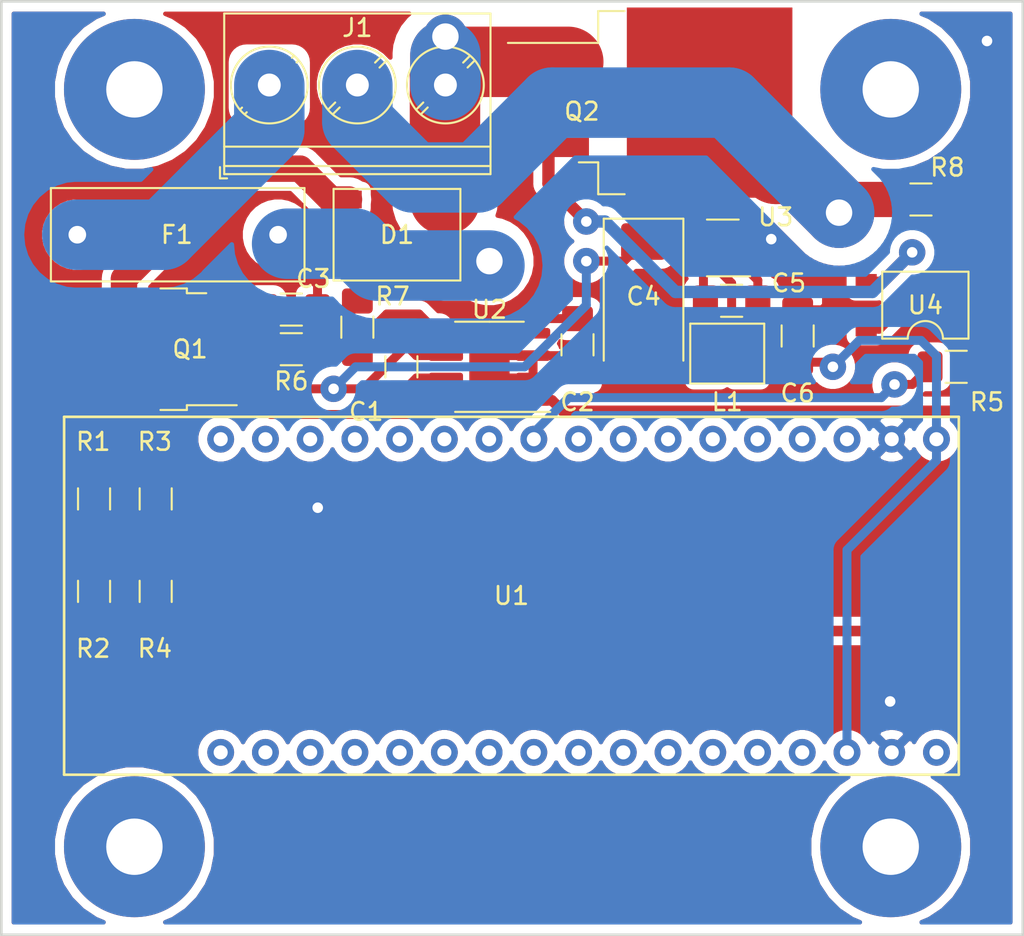
<source format=kicad_pcb>
(kicad_pcb (version 20171130) (host pcbnew "(5.1.4-0-10_14)")

  (general
    (thickness 1.6)
    (drawings 5)
    (tracks 165)
    (zones 0)
    (modules 24)
    (nets 22)
  )

  (page A4)
  (layers
    (0 F.Cu signal)
    (31 B.Cu signal)
    (32 B.Adhes user)
    (33 F.Adhes user)
    (34 B.Paste user)
    (35 F.Paste user)
    (36 B.SilkS user)
    (37 F.SilkS user)
    (38 B.Mask user hide)
    (39 F.Mask user hide)
    (40 Dwgs.User user hide)
    (41 Cmts.User user hide)
    (42 Eco1.User user hide)
    (43 Eco2.User user hide)
    (44 Edge.Cuts user)
    (45 Margin user)
    (46 B.CrtYd user)
    (47 F.CrtYd user)
    (48 B.Fab user hide)
    (49 F.Fab user hide)
  )

  (setup
    (last_trace_width 0.508)
    (trace_clearance 0.254)
    (zone_clearance 0.508)
    (zone_45_only no)
    (trace_min 0.2)
    (via_size 1.5)
    (via_drill 0.6)
    (via_min_size 0.6)
    (via_min_drill 0.3)
    (uvia_size 0.3)
    (uvia_drill 0.1)
    (uvias_allowed no)
    (uvia_min_size 0.2)
    (uvia_min_drill 0.1)
    (edge_width 0.15)
    (segment_width 0.2)
    (pcb_text_width 0.3)
    (pcb_text_size 1.5 1.5)
    (mod_edge_width 0.15)
    (mod_text_size 1 1)
    (mod_text_width 0.15)
    (pad_size 3.1 1.6)
    (pad_drill 0)
    (pad_to_mask_clearance 0.2)
    (aux_axis_origin 0 0)
    (visible_elements FFFFFF7F)
    (pcbplotparams
      (layerselection 0x010fc_ffffffff)
      (usegerberextensions false)
      (usegerberattributes false)
      (usegerberadvancedattributes false)
      (creategerberjobfile false)
      (excludeedgelayer true)
      (linewidth 0.100000)
      (plotframeref false)
      (viasonmask false)
      (mode 1)
      (useauxorigin false)
      (hpglpennumber 1)
      (hpglpenspeed 20)
      (hpglpendiameter 15.000000)
      (psnegative false)
      (psa4output false)
      (plotreference true)
      (plotvalue false)
      (plotinvisibletext false)
      (padsonsilk false)
      (subtractmaskfromsilk false)
      (outputformat 1)
      (mirror false)
      (drillshape 0)
      (scaleselection 1)
      (outputdirectory "Gerbers/"))
  )

  (net 0 "")
  (net 1 AC)
  (net 2 Earth)
  (net 3 +3V3)
  (net 4 NEUT)
  (net 5 /12VDC)
  (net 6 "Net-(Q1-Pad1)")
  (net 7 "Net-(R1-Pad2)")
  (net 8 "Net-(C1-Pad2)")
  (net 9 "Net-(C2-Pad1)")
  (net 10 "Net-(C5-Pad1)")
  (net 11 "Net-(C5-Pad2)")
  (net 12 "Net-(D1-Pad1)")
  (net 13 "Net-(D1-Pad4)")
  (net 14 "Net-(J1-Pad2)")
  (net 15 "Net-(Q2-Pad3)")
  (net 16 "Net-(R3-Pad2)")
  (net 17 "Net-(R4-Pad2)")
  (net 18 "Net-(R5-Pad2)")
  (net 19 "Net-(R6-Pad1)")
  (net 20 "Net-(R5-Pad1)")
  (net 21 "Net-(R8-Pad2)")

  (net_class Default "This is the default net class."
    (clearance 0.254)
    (trace_width 0.508)
    (via_dia 1.5)
    (via_drill 0.6)
    (uvia_dia 0.3)
    (uvia_drill 0.1)
    (add_net +3V3)
    (add_net /12VDC)
    (add_net Earth)
    (add_net "Net-(C1-Pad2)")
    (add_net "Net-(C2-Pad1)")
    (add_net "Net-(C5-Pad1)")
    (add_net "Net-(C5-Pad2)")
    (add_net "Net-(Q1-Pad1)")
    (add_net "Net-(R5-Pad1)")
    (add_net "Net-(R5-Pad2)")
    (add_net "Net-(R6-Pad1)")
  )

  (net_class AC230V ""
    (clearance 0.508)
    (trace_width 1.5)
    (via_dia 2)
    (via_drill 1.5)
    (uvia_dia 0.3)
    (uvia_drill 0.1)
    (add_net "Net-(D1-Pad1)")
    (add_net "Net-(R1-Pad2)")
    (add_net "Net-(R3-Pad2)")
  )

  (net_class AC230V_HIGH_POWER ""
    (clearance 1)
    (trace_width 4)
    (via_dia 4)
    (via_drill 1.5)
    (uvia_dia 0.3)
    (uvia_drill 0.1)
    (add_net AC)
    (add_net NEUT)
    (add_net "Net-(D1-Pad4)")
    (add_net "Net-(J1-Pad2)")
  )

  (net_class AC230V_LOW_POWER ""
    (clearance 0.508)
    (trace_width 0.7)
    (via_dia 1.5)
    (via_drill 0.6)
    (uvia_dia 0.3)
    (uvia_drill 0.1)
    (add_net "Net-(Q2-Pad3)")
    (add_net "Net-(R4-Pad2)")
    (add_net "Net-(R8-Pad2)")
  )

  (module ThinglerV05:FODM3012 (layer F.Cu) (tedit 5E1CE0C1) (tstamp 5E1D39FB)
    (at 168.5 70.25 180)
    (path /5E242760)
    (fp_text reference U4 (at 0 0) (layer F.SilkS)
      (effects (font (size 1 1) (thickness 0.15)))
    )
    (fp_text value FODM3012 (at 0 -3) (layer F.Fab)
      (effects (font (size 1 1) (thickness 0.15)))
    )
    (fp_line (start -2.45 -1.9) (end -2.45 1.9) (layer F.SilkS) (width 0.12))
    (fp_line (start 3.175 -2) (end 3.175 2) (layer F.Fab) (width 0.1))
    (fp_line (start -4.1 2.2) (end 4.1 2.2) (layer F.CrtYd) (width 0.05))
    (fp_line (start -3.2 2) (end -3.2 -1) (layer F.Fab) (width 0.1))
    (fp_line (start 4.1 -2.2) (end -4.1 -2.2) (layer F.CrtYd) (width 0.05))
    (fp_line (start -2.175 -2) (end 3.175 -2) (layer F.Fab) (width 0.1))
    (fp_line (start -3.2 -1) (end -2.2 -2) (layer F.Fab) (width 0.1))
    (fp_arc (start 0 -1.9) (end -1 -1.9) (angle -180) (layer F.SilkS) (width 0.12))
    (fp_line (start 4.1 2.2) (end 4.1 -2.2) (layer F.CrtYd) (width 0.05))
    (fp_line (start 3.15 2) (end -3.2 2) (layer F.Fab) (width 0.1))
    (fp_line (start -2.45 1.9) (end 2.45 1.9) (layer F.SilkS) (width 0.12))
    (fp_line (start 2.45 -1.9) (end 1 -1.9) (layer F.SilkS) (width 0.12))
    (fp_line (start 2.45 1.9) (end 2.45 -1.9) (layer F.SilkS) (width 0.12))
    (fp_line (start -4.1 -2.2) (end -4.1 2.2) (layer F.CrtYd) (width 0.05))
    (fp_line (start -1 -1.9) (end -2.45 -1.9) (layer F.SilkS) (width 0.12))
    (pad 4 smd rect (at 3.36 -1.27 180) (size 1.2 1) (layers F.Cu F.Paste F.Mask)
      (net 21 "Net-(R8-Pad2)"))
    (pad 3 smd rect (at 3.36 1.27 180) (size 1.2 1) (layers F.Cu F.Paste F.Mask)
      (net 15 "Net-(Q2-Pad3)"))
    (pad 2 smd rect (at -3.36 1.27 180) (size 1.2 1) (layers F.Cu F.Paste F.Mask)
      (net 2 Earth))
    (pad 1 smd rect (at -3.36 -1.27 180) (size 1.2 1) (layers F.Cu F.Paste F.Mask)
      (net 20 "Net-(R5-Pad1)"))
  )

  (module ThinglerV05:ESP32-PICO-KIT (layer F.Cu) (tedit 5E0E23C8) (tstamp 5E0E6700)
    (at 145 86.75 90)
    (path /5E50E95B)
    (fp_text reference U1 (at 0 0 180) (layer F.SilkS)
      (effects (font (size 1 1) (thickness 0.15)))
    )
    (fp_text value ESP32-PICO-KIT (at 0 -12.7 90) (layer F.Fab)
      (effects (font (size 1 1) (thickness 0.15)))
    )
    (fp_line (start 10.16 25.4) (end 10.16 -25.4) (layer F.SilkS) (width 0.15))
    (fp_line (start 10.16 -25.4) (end -10.16 -25.4) (layer F.SilkS) (width 0.15))
    (fp_line (start -10.16 -25.4) (end -10.16 25.4) (layer F.SilkS) (width 0.15))
    (fp_line (start -10.16 25.4) (end 10.16 25.4) (layer F.SilkS) (width 0.15))
    (pad 4 thru_hole circle (at 8.89 -16.51 90) (size 1.524 1.524) (drill 0.8) (layers *.Cu *.Mask))
    (pad 5 thru_hole circle (at 8.89 -13.97 90) (size 1.524 1.524) (drill 0.8) (layers *.Cu *.Mask))
    (pad 6 thru_hole circle (at 8.89 -11.43 90) (size 1.524 1.524) (drill 0.8) (layers *.Cu *.Mask))
    (pad 7 thru_hole circle (at 8.89 -8.89 90) (size 1.524 1.524) (drill 0.8) (layers *.Cu *.Mask))
    (pad 8 thru_hole circle (at 8.89 -6.35 90) (size 1.524 1.524) (drill 0.8) (layers *.Cu *.Mask))
    (pad 9 thru_hole circle (at 8.89 -3.81 90) (size 1.524 1.524) (drill 0.8) (layers *.Cu *.Mask))
    (pad 10 thru_hole circle (at 8.89 -1.27 90) (size 1.524 1.524) (drill 0.8) (layers *.Cu *.Mask))
    (pad 11 thru_hole circle (at 8.89 1.27 90) (size 1.524 1.524) (drill 0.8) (layers *.Cu *.Mask)
      (net 18 "Net-(R5-Pad2)"))
    (pad 12 thru_hole circle (at 8.89 3.81 90) (size 1.524 1.524) (drill 0.8) (layers *.Cu *.Mask))
    (pad 13 thru_hole circle (at 8.89 6.35 90) (size 1.524 1.524) (drill 0.8) (layers *.Cu *.Mask))
    (pad 14 thru_hole circle (at 8.89 8.89 90) (size 1.524 1.524) (drill 0.8) (layers *.Cu *.Mask))
    (pad 15 thru_hole circle (at 8.89 11.43 90) (size 1.524 1.524) (drill 0.8) (layers *.Cu *.Mask))
    (pad 16 thru_hole circle (at 8.89 13.97 90) (size 1.524 1.524) (drill 0.8) (layers *.Cu *.Mask))
    (pad 17 thru_hole circle (at 8.89 16.51 90) (size 1.524 1.524) (drill 0.8) (layers *.Cu *.Mask))
    (pad 18 thru_hole circle (at 8.89 19.05 90) (size 1.524 1.524) (drill 0.8) (layers *.Cu *.Mask))
    (pad 19 thru_hole circle (at 8.89 21.59 90) (size 1.524 1.524) (drill 0.8) (layers *.Cu *.Mask)
      (net 2 Earth))
    (pad 20 thru_hole circle (at 8.89 24.13 90) (size 1.524 1.524) (drill 0.8) (layers *.Cu *.Mask)
      (net 3 +3V3))
    (pad 24 thru_hole circle (at -8.89 -16.51 90) (size 1.524 1.524) (drill 0.8) (layers *.Cu *.Mask))
    (pad 25 thru_hole circle (at -8.89 -13.97 90) (size 1.524 1.524) (drill 0.8) (layers *.Cu *.Mask))
    (pad 26 thru_hole circle (at -8.89 -11.43 90) (size 1.524 1.524) (drill 0.8) (layers *.Cu *.Mask))
    (pad 27 thru_hole circle (at -8.89 -8.89 90) (size 1.524 1.524) (drill 0.8) (layers *.Cu *.Mask))
    (pad 28 thru_hole circle (at -8.89 -6.35 90) (size 1.524 1.524) (drill 0.8) (layers *.Cu *.Mask))
    (pad 29 thru_hole circle (at -8.89 -3.81 90) (size 1.524 1.524) (drill 0.8) (layers *.Cu *.Mask))
    (pad 30 thru_hole circle (at -8.89 -1.27 90) (size 1.524 1.524) (drill 0.8) (layers *.Cu *.Mask))
    (pad 31 thru_hole circle (at -8.89 1.27 90) (size 1.524 1.524) (drill 0.8) (layers *.Cu *.Mask))
    (pad 32 thru_hole circle (at -8.89 3.81 90) (size 1.524 1.524) (drill 0.8) (layers *.Cu *.Mask))
    (pad 33 thru_hole circle (at -8.89 6.35 90) (size 1.524 1.524) (drill 0.8) (layers *.Cu *.Mask))
    (pad 34 thru_hole circle (at -8.89 8.89 90) (size 1.524 1.524) (drill 0.8) (layers *.Cu *.Mask))
    (pad 35 thru_hole circle (at -8.89 11.43 90) (size 1.524 1.524) (drill 0.8) (layers *.Cu *.Mask))
    (pad 36 thru_hole circle (at -8.89 13.97 90) (size 1.524 1.524) (drill 0.8) (layers *.Cu *.Mask))
    (pad 37 thru_hole circle (at -8.89 16.51 90) (size 1.524 1.524) (drill 0.8) (layers *.Cu *.Mask))
    (pad 38 thru_hole circle (at -8.89 19.05 90) (size 1.524 1.524) (drill 0.8) (layers *.Cu *.Mask)
      (net 3 +3V3))
    (pad 39 thru_hole circle (at -8.89 21.59 90) (size 1.524 1.524) (drill 0.8) (layers *.Cu *.Mask)
      (net 2 Earth))
    (pad 40 thru_hole circle (at -8.89 24.13 90) (size 1.524 1.524) (drill 0.8) (layers *.Cu *.Mask))
  )

  (module Package_SO:SOIC-8-1EP_3.9x4.9mm_P1.27mm_EP2.29x3mm (layer F.Cu) (tedit 5C56E16F) (tstamp 5E10736C)
    (at 143.75 73.75 180)
    (descr "SOIC, 8 Pin (https://www.analog.com/media/en/technical-documentation/data-sheets/ada4898-1_4898-2.pdf#page=29), generated with kicad-footprint-generator ipc_gullwing_generator.py")
    (tags "SOIC SO")
    (path /5E45EC20)
    (attr smd)
    (fp_text reference U2 (at 0 3.25) (layer F.SilkS)
      (effects (font (size 1 1) (thickness 0.15)))
    )
    (fp_text value SR086 (at 0 3.4) (layer F.Fab)
      (effects (font (size 1 1) (thickness 0.15)))
    )
    (fp_line (start 0 2.56) (end 1.95 2.56) (layer F.SilkS) (width 0.12))
    (fp_line (start 0 2.56) (end -1.95 2.56) (layer F.SilkS) (width 0.12))
    (fp_line (start 0 -2.56) (end 1.95 -2.56) (layer F.SilkS) (width 0.12))
    (fp_line (start 0 -2.56) (end -3.45 -2.56) (layer F.SilkS) (width 0.12))
    (fp_line (start -0.975 -2.45) (end 1.95 -2.45) (layer F.Fab) (width 0.1))
    (fp_line (start 1.95 -2.45) (end 1.95 2.45) (layer F.Fab) (width 0.1))
    (fp_line (start 1.95 2.45) (end -1.95 2.45) (layer F.Fab) (width 0.1))
    (fp_line (start -1.95 2.45) (end -1.95 -1.475) (layer F.Fab) (width 0.1))
    (fp_line (start -1.95 -1.475) (end -0.975 -2.45) (layer F.Fab) (width 0.1))
    (fp_line (start -3.7 -2.7) (end -3.7 2.7) (layer F.CrtYd) (width 0.05))
    (fp_line (start -3.7 2.7) (end 3.7 2.7) (layer F.CrtYd) (width 0.05))
    (fp_line (start 3.7 2.7) (end 3.7 -2.7) (layer F.CrtYd) (width 0.05))
    (fp_line (start 3.7 -2.7) (end -3.7 -2.7) (layer F.CrtYd) (width 0.05))
    (fp_text user %R (at 0 0) (layer F.Fab)
      (effects (font (size 0.98 0.98) (thickness 0.15)))
    )
    (pad 9 smd roundrect (at 0 0 180) (size 2.29 3) (layers F.Cu F.Mask) (roundrect_rratio 0.10917)
      (net 2 Earth))
    (pad "" smd roundrect (at -0.57 -0.75 180) (size 0.92 1.21) (layers F.Paste) (roundrect_rratio 0.25))
    (pad "" smd roundrect (at -0.57 0.75 180) (size 0.92 1.21) (layers F.Paste) (roundrect_rratio 0.25))
    (pad "" smd roundrect (at 0.57 -0.75 180) (size 0.92 1.21) (layers F.Paste) (roundrect_rratio 0.25))
    (pad "" smd roundrect (at 0.57 0.75 180) (size 0.92 1.21) (layers F.Paste) (roundrect_rratio 0.25))
    (pad 1 smd roundrect (at -2.475 -1.905 180) (size 1.95 0.6) (layers F.Cu F.Paste F.Mask) (roundrect_rratio 0.25)
      (net 17 "Net-(R4-Pad2)"))
    (pad 2 smd roundrect (at -2.475 -0.635 180) (size 1.95 0.6) (layers F.Cu F.Paste F.Mask) (roundrect_rratio 0.25)
      (net 2 Earth))
    (pad 3 smd roundrect (at -2.475 0.635 180) (size 1.95 0.6) (layers F.Cu F.Paste F.Mask) (roundrect_rratio 0.25)
      (net 2 Earth))
    (pad 4 smd roundrect (at -2.475 1.905 180) (size 1.95 0.6) (layers F.Cu F.Paste F.Mask) (roundrect_rratio 0.25)
      (net 9 "Net-(C2-Pad1)"))
    (pad 5 smd roundrect (at 2.475 1.905 180) (size 1.95 0.6) (layers F.Cu F.Paste F.Mask) (roundrect_rratio 0.25)
      (net 19 "Net-(R6-Pad1)"))
    (pad 6 smd roundrect (at 2.475 0.635 180) (size 1.95 0.6) (layers F.Cu F.Paste F.Mask) (roundrect_rratio 0.25)
      (net 5 /12VDC))
    (pad 7 smd roundrect (at 2.475 -0.635 180) (size 1.95 0.6) (layers F.Cu F.Paste F.Mask) (roundrect_rratio 0.25)
      (net 8 "Net-(C1-Pad2)"))
    (pad 8 smd roundrect (at 2.475 -1.905 180) (size 1.95 0.6) (layers F.Cu F.Paste F.Mask) (roundrect_rratio 0.25)
      (net 6 "Net-(Q1-Pad1)"))
    (model ${KISYS3DMOD}/Package_SO.3dshapes/SOIC-8-1EP_3.9x4.9mm_P1.27mm_EP2.29x3mm.wrl
      (at (xyz 0 0 0))
      (scale (xyz 1 1 1))
      (rotate (xyz 0 0 0))
    )
  )

  (module Capacitor_SMD:C_1206_3216Metric_Pad1.42x1.75mm_HandSolder (layer F.Cu) (tedit 5B301BBE) (tstamp 5E0E611E)
    (at 157.5 70 180)
    (descr "Capacitor SMD 1206 (3216 Metric), square (rectangular) end terminal, IPC_7351 nominal with elongated pad for handsoldering. (Body size source: http://www.tortai-tech.com/upload/download/2011102023233369053.pdf), generated with kicad-footprint-generator")
    (tags "capacitor handsolder")
    (path /5E4B016D)
    (attr smd)
    (fp_text reference C5 (at -3.25 1) (layer F.SilkS)
      (effects (font (size 1 1) (thickness 0.15)))
    )
    (fp_text value 100n (at 0 1.82) (layer F.Fab)
      (effects (font (size 1 1) (thickness 0.15)))
    )
    (fp_line (start -1.6 0.8) (end -1.6 -0.8) (layer F.Fab) (width 0.1))
    (fp_line (start -1.6 -0.8) (end 1.6 -0.8) (layer F.Fab) (width 0.1))
    (fp_line (start 1.6 -0.8) (end 1.6 0.8) (layer F.Fab) (width 0.1))
    (fp_line (start 1.6 0.8) (end -1.6 0.8) (layer F.Fab) (width 0.1))
    (fp_line (start -0.602064 -0.91) (end 0.602064 -0.91) (layer F.SilkS) (width 0.12))
    (fp_line (start -0.602064 0.91) (end 0.602064 0.91) (layer F.SilkS) (width 0.12))
    (fp_line (start -2.45 1.12) (end -2.45 -1.12) (layer F.CrtYd) (width 0.05))
    (fp_line (start -2.45 -1.12) (end 2.45 -1.12) (layer F.CrtYd) (width 0.05))
    (fp_line (start 2.45 -1.12) (end 2.45 1.12) (layer F.CrtYd) (width 0.05))
    (fp_line (start 2.45 1.12) (end -2.45 1.12) (layer F.CrtYd) (width 0.05))
    (fp_text user %R (at 0 0) (layer F.Fab)
      (effects (font (size 0.8 0.8) (thickness 0.12)))
    )
    (pad 1 smd roundrect (at -1.4875 0 180) (size 1.425 1.75) (layers F.Cu F.Paste F.Mask) (roundrect_rratio 0.175439)
      (net 10 "Net-(C5-Pad1)"))
    (pad 2 smd roundrect (at 1.4875 0 180) (size 1.425 1.75) (layers F.Cu F.Paste F.Mask) (roundrect_rratio 0.175439)
      (net 11 "Net-(C5-Pad2)"))
    (model ${KISYS3DMOD}/Capacitor_SMD.3dshapes/C_1206_3216Metric.wrl
      (at (xyz 0 0 0))
      (scale (xyz 1 1 1))
      (rotate (xyz 0 0 0))
    )
  )

  (module Capacitor_Tantalum_SMD:CP_EIA-7343-15_Kemet-W (layer F.Cu) (tedit 5B301BBE) (tstamp 5E13950A)
    (at 152.5 69.75 270)
    (descr "Tantalum Capacitor SMD Kemet-W (7343-15 Metric), IPC_7351 nominal, (Body size from: http://www.kemet.com/Lists/ProductCatalog/Attachments/253/KEM_TC101_STD.pdf), generated with kicad-footprint-generator")
    (tags "capacitor tantalum")
    (path /5E53D30F)
    (attr smd)
    (fp_text reference C4 (at 0 0 180) (layer F.SilkS)
      (effects (font (size 1 1) (thickness 0.15)))
    )
    (fp_text value 470u (at 0 3.1 90) (layer F.Fab)
      (effects (font (size 1 1) (thickness 0.15)))
    )
    (fp_line (start 3.65 -2.15) (end -2.65 -2.15) (layer F.Fab) (width 0.1))
    (fp_line (start -2.65 -2.15) (end -3.65 -1.15) (layer F.Fab) (width 0.1))
    (fp_line (start -3.65 -1.15) (end -3.65 2.15) (layer F.Fab) (width 0.1))
    (fp_line (start -3.65 2.15) (end 3.65 2.15) (layer F.Fab) (width 0.1))
    (fp_line (start 3.65 2.15) (end 3.65 -2.15) (layer F.Fab) (width 0.1))
    (fp_line (start 3.65 -2.26) (end -4.41 -2.26) (layer F.SilkS) (width 0.12))
    (fp_line (start -4.41 -2.26) (end -4.41 2.26) (layer F.SilkS) (width 0.12))
    (fp_line (start -4.41 2.26) (end 3.65 2.26) (layer F.SilkS) (width 0.12))
    (fp_line (start -4.4 2.4) (end -4.4 -2.4) (layer F.CrtYd) (width 0.05))
    (fp_line (start -4.4 -2.4) (end 4.4 -2.4) (layer F.CrtYd) (width 0.05))
    (fp_line (start 4.4 -2.4) (end 4.4 2.4) (layer F.CrtYd) (width 0.05))
    (fp_line (start 4.4 2.4) (end -4.4 2.4) (layer F.CrtYd) (width 0.05))
    (fp_text user %R (at 0 0 90) (layer F.Fab)
      (effects (font (size 1 1) (thickness 0.15)))
    )
    (pad 1 smd roundrect (at -3.1125 0 270) (size 2.075 2.55) (layers F.Cu F.Paste F.Mask) (roundrect_rratio 0.120482)
      (net 5 /12VDC))
    (pad 2 smd roundrect (at 3.1125 0 270) (size 2.075 2.55) (layers F.Cu F.Paste F.Mask) (roundrect_rratio 0.120482)
      (net 2 Earth))
    (model ${KISYS3DMOD}/Capacitor_Tantalum_SMD.3dshapes/CP_EIA-7343-15_Kemet-W.wrl
      (at (xyz 0 0 0))
      (scale (xyz 1 1 1))
      (rotate (xyz 0 0 0))
    )
  )

  (module Capacitor_SMD:C_1206_3216Metric_Pad1.42x1.75mm_HandSolder (layer F.Cu) (tedit 5B301BBE) (tstamp 5E1097D5)
    (at 138.75 73.75 270)
    (descr "Capacitor SMD 1206 (3216 Metric), square (rectangular) end terminal, IPC_7351 nominal with elongated pad for handsoldering. (Body size source: http://www.tortai-tech.com/upload/download/2011102023233369053.pdf), generated with kicad-footprint-generator")
    (tags "capacitor handsolder")
    (path /5E467735)
    (attr smd)
    (fp_text reference C1 (at 2.55 2 180) (layer F.SilkS)
      (effects (font (size 1 1) (thickness 0.15)))
    )
    (fp_text value 100n (at 0 1.82 90) (layer F.Fab)
      (effects (font (size 1 1) (thickness 0.15)))
    )
    (fp_line (start -1.6 0.8) (end -1.6 -0.8) (layer F.Fab) (width 0.1))
    (fp_line (start -1.6 -0.8) (end 1.6 -0.8) (layer F.Fab) (width 0.1))
    (fp_line (start 1.6 -0.8) (end 1.6 0.8) (layer F.Fab) (width 0.1))
    (fp_line (start 1.6 0.8) (end -1.6 0.8) (layer F.Fab) (width 0.1))
    (fp_line (start -0.602064 -0.91) (end 0.602064 -0.91) (layer F.SilkS) (width 0.12))
    (fp_line (start -0.602064 0.91) (end 0.602064 0.91) (layer F.SilkS) (width 0.12))
    (fp_line (start -2.45 1.12) (end -2.45 -1.12) (layer F.CrtYd) (width 0.05))
    (fp_line (start -2.45 -1.12) (end 2.45 -1.12) (layer F.CrtYd) (width 0.05))
    (fp_line (start 2.45 -1.12) (end 2.45 1.12) (layer F.CrtYd) (width 0.05))
    (fp_line (start 2.45 1.12) (end -2.45 1.12) (layer F.CrtYd) (width 0.05))
    (fp_text user %R (at 0 0 90) (layer F.Fab)
      (effects (font (size 0.8 0.8) (thickness 0.12)))
    )
    (pad 1 smd roundrect (at -1.4875 0 270) (size 1.425 1.75) (layers F.Cu F.Paste F.Mask) (roundrect_rratio 0.175439)
      (net 5 /12VDC))
    (pad 2 smd roundrect (at 1.4875 0 270) (size 1.425 1.75) (layers F.Cu F.Paste F.Mask) (roundrect_rratio 0.175439)
      (net 8 "Net-(C1-Pad2)"))
    (model ${KISYS3DMOD}/Capacitor_SMD.3dshapes/C_1206_3216Metric.wrl
      (at (xyz 0 0 0))
      (scale (xyz 1 1 1))
      (rotate (xyz 0 0 0))
    )
  )

  (module Capacitor_SMD:C_1206_3216Metric_Pad1.42x1.75mm_HandSolder (layer F.Cu) (tedit 5B301BBE) (tstamp 5E10939E)
    (at 148.75 72.5 270)
    (descr "Capacitor SMD 1206 (3216 Metric), square (rectangular) end terminal, IPC_7351 nominal with elongated pad for handsoldering. (Body size source: http://www.tortai-tech.com/upload/download/2011102023233369053.pdf), generated with kicad-footprint-generator")
    (tags "capacitor handsolder")
    (path /5E472111)
    (attr smd)
    (fp_text reference C2 (at 3.25 0 180) (layer F.SilkS)
      (effects (font (size 1 1) (thickness 0.15)))
    )
    (fp_text value 100n (at 0 1.82 90) (layer F.Fab)
      (effects (font (size 1 1) (thickness 0.15)))
    )
    (fp_text user %R (at 0 0 90) (layer F.Fab)
      (effects (font (size 0.8 0.8) (thickness 0.12)))
    )
    (fp_line (start 2.45 1.12) (end -2.45 1.12) (layer F.CrtYd) (width 0.05))
    (fp_line (start 2.45 -1.12) (end 2.45 1.12) (layer F.CrtYd) (width 0.05))
    (fp_line (start -2.45 -1.12) (end 2.45 -1.12) (layer F.CrtYd) (width 0.05))
    (fp_line (start -2.45 1.12) (end -2.45 -1.12) (layer F.CrtYd) (width 0.05))
    (fp_line (start -0.602064 0.91) (end 0.602064 0.91) (layer F.SilkS) (width 0.12))
    (fp_line (start -0.602064 -0.91) (end 0.602064 -0.91) (layer F.SilkS) (width 0.12))
    (fp_line (start 1.6 0.8) (end -1.6 0.8) (layer F.Fab) (width 0.1))
    (fp_line (start 1.6 -0.8) (end 1.6 0.8) (layer F.Fab) (width 0.1))
    (fp_line (start -1.6 -0.8) (end 1.6 -0.8) (layer F.Fab) (width 0.1))
    (fp_line (start -1.6 0.8) (end -1.6 -0.8) (layer F.Fab) (width 0.1))
    (pad 2 smd roundrect (at 1.4875 0 270) (size 1.425 1.75) (layers F.Cu F.Paste F.Mask) (roundrect_rratio 0.175439)
      (net 2 Earth))
    (pad 1 smd roundrect (at -1.4875 0 270) (size 1.425 1.75) (layers F.Cu F.Paste F.Mask) (roundrect_rratio 0.175439)
      (net 9 "Net-(C2-Pad1)"))
    (model ${KISYS3DMOD}/Capacitor_SMD.3dshapes/C_1206_3216Metric.wrl
      (at (xyz 0 0 0))
      (scale (xyz 1 1 1))
      (rotate (xyz 0 0 0))
    )
  )

  (module Capacitor_SMD:C_1206_3216Metric_Pad1.42x1.75mm_HandSolder (layer F.Cu) (tedit 5B301BBE) (tstamp 5E0E60FA)
    (at 132.5 70.5 180)
    (descr "Capacitor SMD 1206 (3216 Metric), square (rectangular) end terminal, IPC_7351 nominal with elongated pad for handsoldering. (Body size source: http://www.tortai-tech.com/upload/download/2011102023233369053.pdf), generated with kicad-footprint-generator")
    (tags "capacitor handsolder")
    (path /5E47510B)
    (attr smd)
    (fp_text reference C3 (at -1.25 1.75) (layer F.SilkS)
      (effects (font (size 1 1) (thickness 0.15)))
    )
    (fp_text value 100n (at 0 1.82) (layer F.Fab)
      (effects (font (size 1 1) (thickness 0.15)))
    )
    (fp_line (start -1.6 0.8) (end -1.6 -0.8) (layer F.Fab) (width 0.1))
    (fp_line (start -1.6 -0.8) (end 1.6 -0.8) (layer F.Fab) (width 0.1))
    (fp_line (start 1.6 -0.8) (end 1.6 0.8) (layer F.Fab) (width 0.1))
    (fp_line (start 1.6 0.8) (end -1.6 0.8) (layer F.Fab) (width 0.1))
    (fp_line (start -0.602064 -0.91) (end 0.602064 -0.91) (layer F.SilkS) (width 0.12))
    (fp_line (start -0.602064 0.91) (end 0.602064 0.91) (layer F.SilkS) (width 0.12))
    (fp_line (start -2.45 1.12) (end -2.45 -1.12) (layer F.CrtYd) (width 0.05))
    (fp_line (start -2.45 -1.12) (end 2.45 -1.12) (layer F.CrtYd) (width 0.05))
    (fp_line (start 2.45 -1.12) (end 2.45 1.12) (layer F.CrtYd) (width 0.05))
    (fp_line (start 2.45 1.12) (end -2.45 1.12) (layer F.CrtYd) (width 0.05))
    (fp_text user %R (at 0 0) (layer F.Fab)
      (effects (font (size 0.8 0.8) (thickness 0.12)))
    )
    (pad 1 smd roundrect (at -1.4875 0 180) (size 1.425 1.75) (layers F.Cu F.Paste F.Mask) (roundrect_rratio 0.175439)
      (net 2 Earth))
    (pad 2 smd roundrect (at 1.4875 0 180) (size 1.425 1.75) (layers F.Cu F.Paste F.Mask) (roundrect_rratio 0.175439)
      (net 5 /12VDC))
    (model ${KISYS3DMOD}/Capacitor_SMD.3dshapes/C_1206_3216Metric.wrl
      (at (xyz 0 0 0))
      (scale (xyz 1 1 1))
      (rotate (xyz 0 0 0))
    )
  )

  (module Capacitor_SMD:C_1206_3216Metric_Pad1.42x1.75mm_HandSolder (layer F.Cu) (tedit 5B301BBE) (tstamp 5E14F9F8)
    (at 161.25 72 270)
    (descr "Capacitor SMD 1206 (3216 Metric), square (rectangular) end terminal, IPC_7351 nominal with elongated pad for handsoldering. (Body size source: http://www.tortai-tech.com/upload/download/2011102023233369053.pdf), generated with kicad-footprint-generator")
    (tags "capacitor handsolder")
    (path /5E4B5935)
    (attr smd)
    (fp_text reference C6 (at 3.25 0 180) (layer F.SilkS)
      (effects (font (size 1 1) (thickness 0.15)))
    )
    (fp_text value 33u (at 0 1.82 90) (layer F.Fab)
      (effects (font (size 1 1) (thickness 0.15)))
    )
    (fp_text user %R (at 0 0 90) (layer F.Fab)
      (effects (font (size 0.8 0.8) (thickness 0.12)))
    )
    (fp_line (start 2.45 1.12) (end -2.45 1.12) (layer F.CrtYd) (width 0.05))
    (fp_line (start 2.45 -1.12) (end 2.45 1.12) (layer F.CrtYd) (width 0.05))
    (fp_line (start -2.45 -1.12) (end 2.45 -1.12) (layer F.CrtYd) (width 0.05))
    (fp_line (start -2.45 1.12) (end -2.45 -1.12) (layer F.CrtYd) (width 0.05))
    (fp_line (start -0.602064 0.91) (end 0.602064 0.91) (layer F.SilkS) (width 0.12))
    (fp_line (start -0.602064 -0.91) (end 0.602064 -0.91) (layer F.SilkS) (width 0.12))
    (fp_line (start 1.6 0.8) (end -1.6 0.8) (layer F.Fab) (width 0.1))
    (fp_line (start 1.6 -0.8) (end 1.6 0.8) (layer F.Fab) (width 0.1))
    (fp_line (start -1.6 -0.8) (end 1.6 -0.8) (layer F.Fab) (width 0.1))
    (fp_line (start -1.6 0.8) (end -1.6 -0.8) (layer F.Fab) (width 0.1))
    (pad 2 smd roundrect (at 1.4875 0 270) (size 1.425 1.75) (layers F.Cu F.Paste F.Mask) (roundrect_rratio 0.175439)
      (net 3 +3V3))
    (pad 1 smd roundrect (at -1.4875 0 270) (size 1.425 1.75) (layers F.Cu F.Paste F.Mask) (roundrect_rratio 0.175439)
      (net 2 Earth))
    (model ${KISYS3DMOD}/Capacitor_SMD.3dshapes/C_1206_3216Metric.wrl
      (at (xyz 0 0 0))
      (scale (xyz 1 1 1))
      (rotate (xyz 0 0 0))
    )
  )

  (module TerminalBlock_Phoenix:TerminalBlock_Phoenix_PT-1,5-3-5.0-H_1x03_P5.00mm_Horizontal (layer F.Cu) (tedit 5B294F69) (tstamp 5E0E6185)
    (at 131.25 57.75)
    (descr "Terminal Block Phoenix PT-1,5-3-5.0-H, 3 pins, pitch 5mm, size 15x9mm^2, drill diamater 1.3mm, pad diameter 2.6mm, see http://www.mouser.com/ds/2/324/ItemDetail_1935161-922578.pdf, script-generated using https://github.com/pointhi/kicad-footprint-generator/scripts/TerminalBlock_Phoenix")
    (tags "THT Terminal Block Phoenix PT-1,5-3-5.0-H pitch 5mm size 15x9mm^2 drill 1.3mm pad 2.6mm")
    (path /5DB62DBF)
    (fp_text reference J1 (at 5 -3.25) (layer F.SilkS)
      (effects (font (size 1 1) (thickness 0.15)))
    )
    (fp_text value Screw_Terminal_01x03 (at 5 6.06) (layer F.Fab)
      (effects (font (size 1 1) (thickness 0.15)))
    )
    (fp_circle (center 0 0) (end 2 0) (layer F.Fab) (width 0.1))
    (fp_circle (center 0 0) (end 2.18 0) (layer F.SilkS) (width 0.12))
    (fp_circle (center 5 0) (end 7 0) (layer F.Fab) (width 0.1))
    (fp_circle (center 5 0) (end 7.18 0) (layer F.SilkS) (width 0.12))
    (fp_circle (center 10 0) (end 12 0) (layer F.Fab) (width 0.1))
    (fp_circle (center 10 0) (end 12.18 0) (layer F.SilkS) (width 0.12))
    (fp_line (start -2.5 -4) (end 12.5 -4) (layer F.Fab) (width 0.1))
    (fp_line (start 12.5 -4) (end 12.5 5) (layer F.Fab) (width 0.1))
    (fp_line (start 12.5 5) (end -2.1 5) (layer F.Fab) (width 0.1))
    (fp_line (start -2.1 5) (end -2.5 4.6) (layer F.Fab) (width 0.1))
    (fp_line (start -2.5 4.6) (end -2.5 -4) (layer F.Fab) (width 0.1))
    (fp_line (start -2.5 4.6) (end 12.5 4.6) (layer F.Fab) (width 0.1))
    (fp_line (start -2.56 4.6) (end 12.56 4.6) (layer F.SilkS) (width 0.12))
    (fp_line (start -2.5 3.5) (end 12.5 3.5) (layer F.Fab) (width 0.1))
    (fp_line (start -2.56 3.5) (end 12.56 3.5) (layer F.SilkS) (width 0.12))
    (fp_line (start -2.56 -4.06) (end 12.56 -4.06) (layer F.SilkS) (width 0.12))
    (fp_line (start -2.56 5.06) (end 12.56 5.06) (layer F.SilkS) (width 0.12))
    (fp_line (start -2.56 -4.06) (end -2.56 5.06) (layer F.SilkS) (width 0.12))
    (fp_line (start 12.56 -4.06) (end 12.56 5.06) (layer F.SilkS) (width 0.12))
    (fp_line (start 1.517 -1.273) (end -1.273 1.517) (layer F.Fab) (width 0.1))
    (fp_line (start 1.273 -1.517) (end -1.517 1.273) (layer F.Fab) (width 0.1))
    (fp_line (start 1.654 -1.388) (end 1.547 -1.281) (layer F.SilkS) (width 0.12))
    (fp_line (start -1.282 1.547) (end -1.388 1.654) (layer F.SilkS) (width 0.12))
    (fp_line (start 1.388 -1.654) (end 1.281 -1.547) (layer F.SilkS) (width 0.12))
    (fp_line (start -1.548 1.281) (end -1.654 1.388) (layer F.SilkS) (width 0.12))
    (fp_line (start 6.517 -1.273) (end 3.728 1.517) (layer F.Fab) (width 0.1))
    (fp_line (start 6.273 -1.517) (end 3.484 1.273) (layer F.Fab) (width 0.1))
    (fp_line (start 6.654 -1.388) (end 6.259 -0.992) (layer F.SilkS) (width 0.12))
    (fp_line (start 3.993 1.274) (end 3.613 1.654) (layer F.SilkS) (width 0.12))
    (fp_line (start 6.388 -1.654) (end 6.008 -1.274) (layer F.SilkS) (width 0.12))
    (fp_line (start 3.742 0.992) (end 3.347 1.388) (layer F.SilkS) (width 0.12))
    (fp_line (start 11.517 -1.273) (end 8.728 1.517) (layer F.Fab) (width 0.1))
    (fp_line (start 11.273 -1.517) (end 8.484 1.273) (layer F.Fab) (width 0.1))
    (fp_line (start 11.654 -1.388) (end 11.259 -0.992) (layer F.SilkS) (width 0.12))
    (fp_line (start 8.993 1.274) (end 8.613 1.654) (layer F.SilkS) (width 0.12))
    (fp_line (start 11.388 -1.654) (end 11.008 -1.274) (layer F.SilkS) (width 0.12))
    (fp_line (start 8.742 0.992) (end 8.347 1.388) (layer F.SilkS) (width 0.12))
    (fp_line (start -2.8 4.66) (end -2.8 5.3) (layer F.SilkS) (width 0.12))
    (fp_line (start -2.8 5.3) (end -2.4 5.3) (layer F.SilkS) (width 0.12))
    (fp_line (start -3 -4.5) (end -3 5.5) (layer F.CrtYd) (width 0.05))
    (fp_line (start -3 5.5) (end 13 5.5) (layer F.CrtYd) (width 0.05))
    (fp_line (start 13 5.5) (end 13 -4.5) (layer F.CrtYd) (width 0.05))
    (fp_line (start 13 -4.5) (end -3 -4.5) (layer F.CrtYd) (width 0.05))
    (fp_text user %R (at 5 2.9) (layer F.Fab)
      (effects (font (size 1 1) (thickness 0.15)))
    )
    (pad 1 thru_hole rect (at 0 0) (size 2.6 2.6) (drill 1.3) (layers *.Cu *.Mask)
      (net 1 AC))
    (pad 2 thru_hole circle (at 5 0) (size 2.6 2.6) (drill 1.3) (layers *.Cu *.Mask)
      (net 14 "Net-(J1-Pad2)"))
    (pad 3 thru_hole circle (at 10 0) (size 2.6 2.6) (drill 1.3) (layers *.Cu *.Mask)
      (net 4 NEUT))
    (model ${KISYS3DMOD}/TerminalBlock_Phoenix.3dshapes/TerminalBlock_Phoenix_PT-1,5-3-5.0-H_1x03_P5.00mm_Horizontal.wrl
      (at (xyz 0 0 0))
      (scale (xyz 1 1 1))
      (rotate (xyz 0 0 0))
    )
  )

  (module ThinglerV05:ME3220 (layer F.Cu) (tedit 5E0E22A3) (tstamp 5E106C3B)
    (at 157.25 73)
    (path /5E4B3B68)
    (fp_text reference L1 (at 0 2.75) (layer F.SilkS)
      (effects (font (size 1 1) (thickness 0.15)))
    )
    (fp_text value "ME3220 12u" (at 0 -2.7) (layer F.Fab)
      (effects (font (size 1 1) (thickness 0.15)))
    )
    (fp_line (start 2.2 1.8) (end 2.2 -1.8) (layer F.CrtYd) (width 0.05))
    (fp_line (start 2.1 1.7) (end 2.1 -1.7) (layer F.SilkS) (width 0.12))
    (fp_line (start 2.1 -1.7) (end -2.1 -1.7) (layer F.SilkS) (width 0.12))
    (fp_line (start -2.1 -1.7) (end -2.1 1.7) (layer F.SilkS) (width 0.12))
    (fp_line (start -2.1 1.7) (end 2.1 1.7) (layer F.SilkS) (width 0.12))
    (fp_line (start 2.2 -1.8) (end -2.2 -1.8) (layer F.CrtYd) (width 0.05))
    (fp_line (start -2.2 -1.8) (end -2.2 1.8) (layer F.CrtYd) (width 0.05))
    (fp_line (start -2.2 1.8) (end 2.2 1.8) (layer F.CrtYd) (width 0.05))
    (pad 1 smd rect (at -1.145 0) (size 1.52 3.05) (layers F.Cu F.Paste F.Mask)
      (net 11 "Net-(C5-Pad2)"))
    (pad 2 smd rect (at 1.145 0) (size 1.52 3.05) (layers F.Cu F.Paste F.Mask)
      (net 3 +3V3))
  )

  (module Package_TO_SOT_SMD:TO-252-2 (layer F.Cu) (tedit 5A70A390) (tstamp 5E0E61B7)
    (at 124.1 72.75 180)
    (descr "TO-252 / DPAK SMD package, http://www.infineon.com/cms/en/product/packages/PG-TO252/PG-TO252-3-1/")
    (tags "DPAK TO-252 DPAK-3 TO-252-3 SOT-428")
    (path /5E46A552)
    (attr smd)
    (fp_text reference Q1 (at -2.65 0) (layer F.SilkS)
      (effects (font (size 1 1) (thickness 0.15)))
    )
    (fp_text value STGD5NB120SZ (at 0 4.5) (layer F.Fab)
      (effects (font (size 1 1) (thickness 0.15)))
    )
    (fp_line (start 3.95 -2.7) (end 4.95 -2.7) (layer F.Fab) (width 0.1))
    (fp_line (start 4.95 -2.7) (end 4.95 2.7) (layer F.Fab) (width 0.1))
    (fp_line (start 4.95 2.7) (end 3.95 2.7) (layer F.Fab) (width 0.1))
    (fp_line (start 3.95 -3.25) (end 3.95 3.25) (layer F.Fab) (width 0.1))
    (fp_line (start 3.95 3.25) (end -2.27 3.25) (layer F.Fab) (width 0.1))
    (fp_line (start -2.27 3.25) (end -2.27 -2.25) (layer F.Fab) (width 0.1))
    (fp_line (start -2.27 -2.25) (end -1.27 -3.25) (layer F.Fab) (width 0.1))
    (fp_line (start -1.27 -3.25) (end 3.95 -3.25) (layer F.Fab) (width 0.1))
    (fp_line (start -1.865 -2.655) (end -4.97 -2.655) (layer F.Fab) (width 0.1))
    (fp_line (start -4.97 -2.655) (end -4.97 -1.905) (layer F.Fab) (width 0.1))
    (fp_line (start -4.97 -1.905) (end -2.27 -1.905) (layer F.Fab) (width 0.1))
    (fp_line (start -2.27 1.905) (end -4.97 1.905) (layer F.Fab) (width 0.1))
    (fp_line (start -4.97 1.905) (end -4.97 2.655) (layer F.Fab) (width 0.1))
    (fp_line (start -4.97 2.655) (end -2.27 2.655) (layer F.Fab) (width 0.1))
    (fp_line (start -0.97 -3.45) (end -2.47 -3.45) (layer F.SilkS) (width 0.12))
    (fp_line (start -2.47 -3.45) (end -2.47 -3.18) (layer F.SilkS) (width 0.12))
    (fp_line (start -2.47 -3.18) (end -5.3 -3.18) (layer F.SilkS) (width 0.12))
    (fp_line (start -0.97 3.45) (end -2.47 3.45) (layer F.SilkS) (width 0.12))
    (fp_line (start -2.47 3.45) (end -2.47 3.18) (layer F.SilkS) (width 0.12))
    (fp_line (start -2.47 3.18) (end -3.57 3.18) (layer F.SilkS) (width 0.12))
    (fp_line (start -5.55 -3.5) (end -5.55 3.5) (layer F.CrtYd) (width 0.05))
    (fp_line (start -5.55 3.5) (end 5.55 3.5) (layer F.CrtYd) (width 0.05))
    (fp_line (start 5.55 3.5) (end 5.55 -3.5) (layer F.CrtYd) (width 0.05))
    (fp_line (start 5.55 -3.5) (end -5.55 -3.5) (layer F.CrtYd) (width 0.05))
    (fp_text user %R (at 0 0) (layer F.Fab)
      (effects (font (size 1 1) (thickness 0.15)))
    )
    (pad 1 smd rect (at -4.2 -2.28 180) (size 2.2 1.2) (layers F.Cu F.Paste F.Mask)
      (net 6 "Net-(Q1-Pad1)"))
    (pad 3 smd rect (at -4.2 2.28 180) (size 2.2 1.2) (layers F.Cu F.Paste F.Mask)
      (net 5 /12VDC))
    (pad 2 smd rect (at 2.1 0 180) (size 6.4 5.8) (layers F.Cu F.Mask)
      (net 12 "Net-(D1-Pad1)"))
    (pad "" smd rect (at 3.775 1.525 180) (size 3.05 2.75) (layers F.Paste))
    (pad "" smd rect (at 0.425 -1.525 180) (size 3.05 2.75) (layers F.Paste))
    (pad "" smd rect (at 3.775 -1.525 180) (size 3.05 2.75) (layers F.Paste))
    (pad "" smd rect (at 0.425 1.525 180) (size 3.05 2.75) (layers F.Paste))
    (model ${KISYS3DMOD}/Package_TO_SOT_SMD.3dshapes/TO-252-2.wrl
      (at (xyz 0 0 0))
      (scale (xyz 1 1 1))
      (rotate (xyz 0 0 0))
    )
  )

  (module Resistor_SMD:R_1206_3216Metric_Pad1.42x1.75mm_HandSolder (layer F.Cu) (tedit 5B301BBD) (tstamp 5E0E61EC)
    (at 121.3 81.25 270)
    (descr "Resistor SMD 1206 (3216 Metric), square (rectangular) end terminal, IPC_7351 nominal with elongated pad for handsoldering. (Body size source: http://www.tortai-tech.com/upload/download/2011102023233369053.pdf), generated with kicad-footprint-generator")
    (tags "resistor handsolder")
    (path /5E465E83)
    (attr smd)
    (fp_text reference R1 (at -3.25 0.05 180) (layer F.SilkS)
      (effects (font (size 1 1) (thickness 0.15)))
    )
    (fp_text value 200k (at 0 1.82 90) (layer F.Fab)
      (effects (font (size 1 1) (thickness 0.15)))
    )
    (fp_line (start -1.6 0.8) (end -1.6 -0.8) (layer F.Fab) (width 0.1))
    (fp_line (start -1.6 -0.8) (end 1.6 -0.8) (layer F.Fab) (width 0.1))
    (fp_line (start 1.6 -0.8) (end 1.6 0.8) (layer F.Fab) (width 0.1))
    (fp_line (start 1.6 0.8) (end -1.6 0.8) (layer F.Fab) (width 0.1))
    (fp_line (start -0.602064 -0.91) (end 0.602064 -0.91) (layer F.SilkS) (width 0.12))
    (fp_line (start -0.602064 0.91) (end 0.602064 0.91) (layer F.SilkS) (width 0.12))
    (fp_line (start -2.45 1.12) (end -2.45 -1.12) (layer F.CrtYd) (width 0.05))
    (fp_line (start -2.45 -1.12) (end 2.45 -1.12) (layer F.CrtYd) (width 0.05))
    (fp_line (start 2.45 -1.12) (end 2.45 1.12) (layer F.CrtYd) (width 0.05))
    (fp_line (start 2.45 1.12) (end -2.45 1.12) (layer F.CrtYd) (width 0.05))
    (fp_text user %R (at 0 0 90) (layer F.Fab)
      (effects (font (size 0.8 0.8) (thickness 0.12)))
    )
    (pad 1 smd roundrect (at -1.4875 0 270) (size 1.425 1.75) (layers F.Cu F.Paste F.Mask) (roundrect_rratio 0.175439)
      (net 12 "Net-(D1-Pad1)"))
    (pad 2 smd roundrect (at 1.4875 0 270) (size 1.425 1.75) (layers F.Cu F.Paste F.Mask) (roundrect_rratio 0.175439)
      (net 7 "Net-(R1-Pad2)"))
    (model ${KISYS3DMOD}/Resistor_SMD.3dshapes/R_1206_3216Metric.wrl
      (at (xyz 0 0 0))
      (scale (xyz 1 1 1))
      (rotate (xyz 0 0 0))
    )
  )

  (module Resistor_SMD:R_1206_3216Metric_Pad1.42x1.75mm_HandSolder (layer F.Cu) (tedit 5B301BBD) (tstamp 5E0E61FD)
    (at 121.3 86.5 270)
    (descr "Resistor SMD 1206 (3216 Metric), square (rectangular) end terminal, IPC_7351 nominal with elongated pad for handsoldering. (Body size source: http://www.tortai-tech.com/upload/download/2011102023233369053.pdf), generated with kicad-footprint-generator")
    (tags "resistor handsolder")
    (path /5E466BCA)
    (attr smd)
    (fp_text reference R2 (at 3.25 0.05 180) (layer F.SilkS)
      (effects (font (size 1 1) (thickness 0.15)))
    )
    (fp_text value 200k (at 0 1.82 90) (layer F.Fab)
      (effects (font (size 1 1) (thickness 0.15)))
    )
    (fp_text user %R (at 0 0 90) (layer F.Fab)
      (effects (font (size 0.8 0.8) (thickness 0.12)))
    )
    (fp_line (start 2.45 1.12) (end -2.45 1.12) (layer F.CrtYd) (width 0.05))
    (fp_line (start 2.45 -1.12) (end 2.45 1.12) (layer F.CrtYd) (width 0.05))
    (fp_line (start -2.45 -1.12) (end 2.45 -1.12) (layer F.CrtYd) (width 0.05))
    (fp_line (start -2.45 1.12) (end -2.45 -1.12) (layer F.CrtYd) (width 0.05))
    (fp_line (start -0.602064 0.91) (end 0.602064 0.91) (layer F.SilkS) (width 0.12))
    (fp_line (start -0.602064 -0.91) (end 0.602064 -0.91) (layer F.SilkS) (width 0.12))
    (fp_line (start 1.6 0.8) (end -1.6 0.8) (layer F.Fab) (width 0.1))
    (fp_line (start 1.6 -0.8) (end 1.6 0.8) (layer F.Fab) (width 0.1))
    (fp_line (start -1.6 -0.8) (end 1.6 -0.8) (layer F.Fab) (width 0.1))
    (fp_line (start -1.6 0.8) (end -1.6 -0.8) (layer F.Fab) (width 0.1))
    (pad 2 smd roundrect (at 1.4875 0 270) (size 1.425 1.75) (layers F.Cu F.Paste F.Mask) (roundrect_rratio 0.175439)
      (net 2 Earth))
    (pad 1 smd roundrect (at -1.4875 0 270) (size 1.425 1.75) (layers F.Cu F.Paste F.Mask) (roundrect_rratio 0.175439)
      (net 7 "Net-(R1-Pad2)"))
    (model ${KISYS3DMOD}/Resistor_SMD.3dshapes/R_1206_3216Metric.wrl
      (at (xyz 0 0 0))
      (scale (xyz 1 1 1))
      (rotate (xyz 0 0 0))
    )
  )

  (module Resistor_SMD:R_1206_3216Metric_Pad1.42x1.75mm_HandSolder (layer F.Cu) (tedit 5B301BBD) (tstamp 5E0E620E)
    (at 124.8 81.25 270)
    (descr "Resistor SMD 1206 (3216 Metric), square (rectangular) end terminal, IPC_7351 nominal with elongated pad for handsoldering. (Body size source: http://www.tortai-tech.com/upload/download/2011102023233369053.pdf), generated with kicad-footprint-generator")
    (tags "resistor handsolder")
    (path /5E461607)
    (attr smd)
    (fp_text reference R3 (at -3.25 0.05 180) (layer F.SilkS)
      (effects (font (size 1 1) (thickness 0.15)))
    )
    (fp_text value 510k (at 0 1.82 90) (layer F.Fab)
      (effects (font (size 1 1) (thickness 0.15)))
    )
    (fp_line (start -1.6 0.8) (end -1.6 -0.8) (layer F.Fab) (width 0.1))
    (fp_line (start -1.6 -0.8) (end 1.6 -0.8) (layer F.Fab) (width 0.1))
    (fp_line (start 1.6 -0.8) (end 1.6 0.8) (layer F.Fab) (width 0.1))
    (fp_line (start 1.6 0.8) (end -1.6 0.8) (layer F.Fab) (width 0.1))
    (fp_line (start -0.602064 -0.91) (end 0.602064 -0.91) (layer F.SilkS) (width 0.12))
    (fp_line (start -0.602064 0.91) (end 0.602064 0.91) (layer F.SilkS) (width 0.12))
    (fp_line (start -2.45 1.12) (end -2.45 -1.12) (layer F.CrtYd) (width 0.05))
    (fp_line (start -2.45 -1.12) (end 2.45 -1.12) (layer F.CrtYd) (width 0.05))
    (fp_line (start 2.45 -1.12) (end 2.45 1.12) (layer F.CrtYd) (width 0.05))
    (fp_line (start 2.45 1.12) (end -2.45 1.12) (layer F.CrtYd) (width 0.05))
    (fp_text user %R (at 0 0 90) (layer F.Fab)
      (effects (font (size 0.8 0.8) (thickness 0.12)))
    )
    (pad 1 smd roundrect (at -1.4875 0 270) (size 1.425 1.75) (layers F.Cu F.Paste F.Mask) (roundrect_rratio 0.175439)
      (net 12 "Net-(D1-Pad1)"))
    (pad 2 smd roundrect (at 1.4875 0 270) (size 1.425 1.75) (layers F.Cu F.Paste F.Mask) (roundrect_rratio 0.175439)
      (net 16 "Net-(R3-Pad2)"))
    (model ${KISYS3DMOD}/Resistor_SMD.3dshapes/R_1206_3216Metric.wrl
      (at (xyz 0 0 0))
      (scale (xyz 1 1 1))
      (rotate (xyz 0 0 0))
    )
  )

  (module Resistor_SMD:R_1206_3216Metric_Pad1.42x1.75mm_HandSolder (layer F.Cu) (tedit 5B301BBD) (tstamp 5E0E621F)
    (at 124.8 86.5 270)
    (descr "Resistor SMD 1206 (3216 Metric), square (rectangular) end terminal, IPC_7351 nominal with elongated pad for handsoldering. (Body size source: http://www.tortai-tech.com/upload/download/2011102023233369053.pdf), generated with kicad-footprint-generator")
    (tags "resistor handsolder")
    (path /5E463D6E)
    (attr smd)
    (fp_text reference R4 (at 3.25 0.05 180) (layer F.SilkS)
      (effects (font (size 1 1) (thickness 0.15)))
    )
    (fp_text value 510k (at 0 1.82 90) (layer F.Fab)
      (effects (font (size 1 1) (thickness 0.15)))
    )
    (fp_text user %R (at 0 0 90) (layer F.Fab)
      (effects (font (size 0.8 0.8) (thickness 0.12)))
    )
    (fp_line (start 2.45 1.12) (end -2.45 1.12) (layer F.CrtYd) (width 0.05))
    (fp_line (start 2.45 -1.12) (end 2.45 1.12) (layer F.CrtYd) (width 0.05))
    (fp_line (start -2.45 -1.12) (end 2.45 -1.12) (layer F.CrtYd) (width 0.05))
    (fp_line (start -2.45 1.12) (end -2.45 -1.12) (layer F.CrtYd) (width 0.05))
    (fp_line (start -0.602064 0.91) (end 0.602064 0.91) (layer F.SilkS) (width 0.12))
    (fp_line (start -0.602064 -0.91) (end 0.602064 -0.91) (layer F.SilkS) (width 0.12))
    (fp_line (start 1.6 0.8) (end -1.6 0.8) (layer F.Fab) (width 0.1))
    (fp_line (start 1.6 -0.8) (end 1.6 0.8) (layer F.Fab) (width 0.1))
    (fp_line (start -1.6 -0.8) (end 1.6 -0.8) (layer F.Fab) (width 0.1))
    (fp_line (start -1.6 0.8) (end -1.6 -0.8) (layer F.Fab) (width 0.1))
    (pad 2 smd roundrect (at 1.4875 0 270) (size 1.425 1.75) (layers F.Cu F.Paste F.Mask) (roundrect_rratio 0.175439)
      (net 17 "Net-(R4-Pad2)"))
    (pad 1 smd roundrect (at -1.4875 0 270) (size 1.425 1.75) (layers F.Cu F.Paste F.Mask) (roundrect_rratio 0.175439)
      (net 16 "Net-(R3-Pad2)"))
    (model ${KISYS3DMOD}/Resistor_SMD.3dshapes/R_1206_3216Metric.wrl
      (at (xyz 0 0 0))
      (scale (xyz 1 1 1))
      (rotate (xyz 0 0 0))
    )
  )

  (module Resistor_SMD:R_1206_3216Metric_Pad1.42x1.75mm_HandSolder (layer F.Cu) (tedit 5B301BBD) (tstamp 5E0E6230)
    (at 170.25 73.75 180)
    (descr "Resistor SMD 1206 (3216 Metric), square (rectangular) end terminal, IPC_7351 nominal with elongated pad for handsoldering. (Body size source: http://www.tortai-tech.com/upload/download/2011102023233369053.pdf), generated with kicad-footprint-generator")
    (tags "resistor handsolder")
    (path /5BD8CFCC)
    (attr smd)
    (fp_text reference R5 (at -1.75 -2) (layer F.SilkS)
      (effects (font (size 1 1) (thickness 0.15)))
    )
    (fp_text value 210 (at 0 1.82) (layer F.Fab)
      (effects (font (size 1 1) (thickness 0.15)))
    )
    (fp_text user %R (at 0 0) (layer F.Fab)
      (effects (font (size 0.8 0.8) (thickness 0.12)))
    )
    (fp_line (start 2.45 1.12) (end -2.45 1.12) (layer F.CrtYd) (width 0.05))
    (fp_line (start 2.45 -1.12) (end 2.45 1.12) (layer F.CrtYd) (width 0.05))
    (fp_line (start -2.45 -1.12) (end 2.45 -1.12) (layer F.CrtYd) (width 0.05))
    (fp_line (start -2.45 1.12) (end -2.45 -1.12) (layer F.CrtYd) (width 0.05))
    (fp_line (start -0.602064 0.91) (end 0.602064 0.91) (layer F.SilkS) (width 0.12))
    (fp_line (start -0.602064 -0.91) (end 0.602064 -0.91) (layer F.SilkS) (width 0.12))
    (fp_line (start 1.6 0.8) (end -1.6 0.8) (layer F.Fab) (width 0.1))
    (fp_line (start 1.6 -0.8) (end 1.6 0.8) (layer F.Fab) (width 0.1))
    (fp_line (start -1.6 -0.8) (end 1.6 -0.8) (layer F.Fab) (width 0.1))
    (fp_line (start -1.6 0.8) (end -1.6 -0.8) (layer F.Fab) (width 0.1))
    (pad 2 smd roundrect (at 1.4875 0 180) (size 1.425 1.75) (layers F.Cu F.Paste F.Mask) (roundrect_rratio 0.175439)
      (net 18 "Net-(R5-Pad2)"))
    (pad 1 smd roundrect (at -1.4875 0 180) (size 1.425 1.75) (layers F.Cu F.Paste F.Mask) (roundrect_rratio 0.175439)
      (net 20 "Net-(R5-Pad1)"))
    (model ${KISYS3DMOD}/Resistor_SMD.3dshapes/R_1206_3216Metric.wrl
      (at (xyz 0 0 0))
      (scale (xyz 1 1 1))
      (rotate (xyz 0 0 0))
    )
  )

  (module Resistor_SMD:R_1206_3216Metric_Pad1.42x1.75mm_HandSolder (layer F.Cu) (tedit 5B301BBD) (tstamp 5E0E6252)
    (at 136.25 71.5 270)
    (descr "Resistor SMD 1206 (3216 Metric), square (rectangular) end terminal, IPC_7351 nominal with elongated pad for handsoldering. (Body size source: http://www.tortai-tech.com/upload/download/2011102023233369053.pdf), generated with kicad-footprint-generator")
    (tags "resistor handsolder")
    (path /5E47DD37)
    (attr smd)
    (fp_text reference R7 (at -1.75 -2 180) (layer F.SilkS)
      (effects (font (size 1 1) (thickness 0.15)))
    )
    (fp_text value 12.4k (at 0 1.82 90) (layer F.Fab)
      (effects (font (size 1 1) (thickness 0.15)))
    )
    (fp_line (start -1.6 0.8) (end -1.6 -0.8) (layer F.Fab) (width 0.1))
    (fp_line (start -1.6 -0.8) (end 1.6 -0.8) (layer F.Fab) (width 0.1))
    (fp_line (start 1.6 -0.8) (end 1.6 0.8) (layer F.Fab) (width 0.1))
    (fp_line (start 1.6 0.8) (end -1.6 0.8) (layer F.Fab) (width 0.1))
    (fp_line (start -0.602064 -0.91) (end 0.602064 -0.91) (layer F.SilkS) (width 0.12))
    (fp_line (start -0.602064 0.91) (end 0.602064 0.91) (layer F.SilkS) (width 0.12))
    (fp_line (start -2.45 1.12) (end -2.45 -1.12) (layer F.CrtYd) (width 0.05))
    (fp_line (start -2.45 -1.12) (end 2.45 -1.12) (layer F.CrtYd) (width 0.05))
    (fp_line (start 2.45 -1.12) (end 2.45 1.12) (layer F.CrtYd) (width 0.05))
    (fp_line (start 2.45 1.12) (end -2.45 1.12) (layer F.CrtYd) (width 0.05))
    (fp_text user %R (at 0 0 90) (layer F.Fab)
      (effects (font (size 0.8 0.8) (thickness 0.12)))
    )
    (pad 1 smd roundrect (at -1.4875 0 270) (size 1.425 1.75) (layers F.Cu F.Paste F.Mask) (roundrect_rratio 0.175439)
      (net 2 Earth))
    (pad 2 smd roundrect (at 1.4875 0 270) (size 1.425 1.75) (layers F.Cu F.Paste F.Mask) (roundrect_rratio 0.175439)
      (net 19 "Net-(R6-Pad1)"))
    (model ${KISYS3DMOD}/Resistor_SMD.3dshapes/R_1206_3216Metric.wrl
      (at (xyz 0 0 0))
      (scale (xyz 1 1 1))
      (rotate (xyz 0 0 0))
    )
  )

  (module Package_TO_SOT_SMD:SOT-23-6 (layer F.Cu) (tedit 5A02FF57) (tstamp 5E106F04)
    (at 157 67 180)
    (descr "6-pin SOT-23 package")
    (tags SOT-23-6)
    (path /5E4A9009)
    (attr smd)
    (fp_text reference U3 (at -3 1.75) (layer F.SilkS)
      (effects (font (size 1 1) (thickness 0.15)))
    )
    (fp_text value TPS560430X3F (at 0 2.9) (layer F.Fab)
      (effects (font (size 1 1) (thickness 0.15)))
    )
    (fp_text user %R (at 0 0 90) (layer F.Fab)
      (effects (font (size 0.5 0.5) (thickness 0.075)))
    )
    (fp_line (start -0.9 1.61) (end 0.9 1.61) (layer F.SilkS) (width 0.12))
    (fp_line (start 0.9 -1.61) (end -1.55 -1.61) (layer F.SilkS) (width 0.12))
    (fp_line (start 1.9 -1.8) (end -1.9 -1.8) (layer F.CrtYd) (width 0.05))
    (fp_line (start 1.9 1.8) (end 1.9 -1.8) (layer F.CrtYd) (width 0.05))
    (fp_line (start -1.9 1.8) (end 1.9 1.8) (layer F.CrtYd) (width 0.05))
    (fp_line (start -1.9 -1.8) (end -1.9 1.8) (layer F.CrtYd) (width 0.05))
    (fp_line (start -0.9 -0.9) (end -0.25 -1.55) (layer F.Fab) (width 0.1))
    (fp_line (start 0.9 -1.55) (end -0.25 -1.55) (layer F.Fab) (width 0.1))
    (fp_line (start -0.9 -0.9) (end -0.9 1.55) (layer F.Fab) (width 0.1))
    (fp_line (start 0.9 1.55) (end -0.9 1.55) (layer F.Fab) (width 0.1))
    (fp_line (start 0.9 -1.55) (end 0.9 1.55) (layer F.Fab) (width 0.1))
    (pad 1 smd rect (at -1.1 -0.95 180) (size 1.06 0.65) (layers F.Cu F.Paste F.Mask)
      (net 10 "Net-(C5-Pad1)"))
    (pad 2 smd rect (at -1.1 0 180) (size 1.06 0.65) (layers F.Cu F.Paste F.Mask)
      (net 2 Earth))
    (pad 3 smd rect (at -1.1 0.95 180) (size 1.06 0.65) (layers F.Cu F.Paste F.Mask)
      (net 3 +3V3))
    (pad 4 smd rect (at 1.1 0.95 180) (size 1.06 0.65) (layers F.Cu F.Paste F.Mask)
      (net 5 /12VDC))
    (pad 6 smd rect (at 1.1 -0.95 180) (size 1.06 0.65) (layers F.Cu F.Paste F.Mask)
      (net 11 "Net-(C5-Pad2)"))
    (pad 5 smd rect (at 1.1 0 180) (size 1.06 0.65) (layers F.Cu F.Paste F.Mask)
      (net 5 /12VDC))
    (model ${KISYS3DMOD}/Package_TO_SOT_SMD.3dshapes/SOT-23-6.wrl
      (at (xyz 0 0 0))
      (scale (xyz 1 1 1))
      (rotate (xyz 0 0 0))
    )
  )

  (module ThinglerV05:ABS10A (layer F.Cu) (tedit 5E0E1A9F) (tstamp 5E14FB08)
    (at 138.5 66.25 90)
    (path /5E1784CC)
    (fp_text reference D1 (at 0 0 180) (layer F.SilkS)
      (effects (font (size 1 1) (thickness 0.15)))
    )
    (fp_text value ABS10A (at 0 -4.5 90) (layer F.Fab)
      (effects (font (size 1 1) (thickness 0.15)))
    )
    (fp_line (start -2.7 3.7) (end 2.7 3.7) (layer F.CrtYd) (width 0.05))
    (fp_line (start 2.7 3.7) (end 2.7 -3.7) (layer F.CrtYd) (width 0.05))
    (fp_line (start 2.7 -3.7) (end -2.7 -3.7) (layer F.CrtYd) (width 0.05))
    (fp_line (start -2.6 3.6) (end 2.6 3.6) (layer F.SilkS) (width 0.12))
    (fp_line (start -2.7 -3.7) (end -2.7 3.7) (layer F.CrtYd) (width 0.05))
    (fp_line (start 2.6 3.6) (end 2.6 -3.6) (layer F.SilkS) (width 0.12))
    (fp_line (start -2.6 -3.6) (end -2.6 3.6) (layer F.SilkS) (width 0.12))
    (fp_line (start 2.6 -3.6) (end -2.6 -3.6) (layer F.SilkS) (width 0.12))
    (pad 1 smd rect (at 2 -2.725 90) (size 1 1.45) (layers F.Cu F.Paste F.Mask)
      (net 12 "Net-(D1-Pad1)"))
    (pad 2 smd rect (at 2 2.725 90) (size 1 1.45) (layers F.Cu F.Paste F.Mask)
      (net 4 NEUT))
    (pad 3 smd rect (at -2 -2.725 90) (size 1 1.45) (layers F.Cu F.Paste F.Mask)
      (net 2 Earth))
    (pad 4 smd rect (at -2 2.725 90) (size 1 1.45) (layers F.Cu F.Paste F.Mask)
      (net 13 "Net-(D1-Pad4)"))
  )

  (module ThinglerV05:Fuse (layer F.Cu) (tedit 5DF94AB5) (tstamp 5E136D5B)
    (at 131.75 66.25 180)
    (descr "Littelfuse, resettable fuse, PTC, polyswitch LVR100, Ih 1A http://www.littelfuse.com/~/media/electronics/datasheets/resettable_ptcs/littelfuse_ptc_lvr_catalog_datasheet.pdf.pdf")
    (tags "LVR100 PTC resettable polyswitch ")
    (path /5E1784D1)
    (fp_text reference F1 (at 5.75 0) (layer F.SilkS)
      (effects (font (size 1 1) (thickness 0.15)))
    )
    (fp_text value "Fuse 1A" (at 5.5 3.6) (layer F.Fab)
      (effects (font (size 1 1) (thickness 0.15)))
    )
    (fp_text user %R (at 6 0) (layer F.Fab)
      (effects (font (size 1 1) (thickness 0.15)))
    )
    (fp_line (start -1.4 2.55) (end 12.8 2.55) (layer F.Fab) (width 0.1))
    (fp_line (start 12.8 2.55) (end 12.8 -2.55) (layer F.Fab) (width 0.1))
    (fp_line (start 12.8 -2.55) (end -1.4 -2.55) (layer F.Fab) (width 0.1))
    (fp_line (start -1.4 -2.6) (end -1.4 2.5) (layer F.Fab) (width 0.1))
    (fp_line (start -1.7 -2.8) (end 13.1 -2.8) (layer F.CrtYd) (width 0.05))
    (fp_line (start -1.7 -2.8) (end -1.7 2.8) (layer F.CrtYd) (width 0.05))
    (fp_line (start 13.1 2.8) (end 13.1 -2.8) (layer F.CrtYd) (width 0.05))
    (fp_line (start 13.1 2.8) (end -1.7 2.8) (layer F.CrtYd) (width 0.05))
    (fp_line (start -1.5 -2.65) (end 12.9 -2.65) (layer F.SilkS) (width 0.12))
    (fp_line (start -1.5 -2.65) (end -1.5 2.65) (layer F.SilkS) (width 0.12))
    (fp_line (start 12.9 2.65) (end 12.9 -2.65) (layer F.SilkS) (width 0.12))
    (fp_line (start 12.9 2.65) (end -1.5 2.65) (layer F.SilkS) (width 0.12))
    (pad 1 thru_hole circle (at 0 0 180) (size 2 2) (drill 1) (layers *.Cu *.Mask)
      (net 13 "Net-(D1-Pad4)"))
    (pad 2 thru_hole circle (at 11.4 0 180) (size 2 2) (drill 1) (layers *.Cu *.Mask)
      (net 1 AC))
    (model ${KISYS3DMOD}/Fuse.3dshapes/Fuse_Littelfuse-LVR100.wrl
      (at (xyz 0 0 0))
      (scale (xyz 1 1 1))
      (rotate (xyz 0 0 0))
    )
  )

  (module Package_TO_SOT_SMD:TO-263-2 (layer F.Cu) (tedit 5A70FB7B) (tstamp 5E136D7F)
    (at 152.875 58.75)
    (descr "TO-263 / D2PAK / DDPAK SMD package, http://www.infineon.com/cms/en/product/packages/PG-TO263/PG-TO263-3-1/")
    (tags "D2PAK DDPAK TO-263 D2PAK-3 TO-263-3 SOT-404")
    (path /5E1784C7)
    (attr smd)
    (fp_text reference Q2 (at -3.875 0.5) (layer F.SilkS)
      (effects (font (size 1 1) (thickness 0.15)))
    )
    (fp_text value BTA316B-600E (at 0 6.65) (layer F.Fab)
      (effects (font (size 1 1) (thickness 0.15)))
    )
    (fp_line (start 6.5 -5) (end 7.5 -5) (layer F.Fab) (width 0.1))
    (fp_line (start 7.5 -5) (end 7.5 5) (layer F.Fab) (width 0.1))
    (fp_line (start 7.5 5) (end 6.5 5) (layer F.Fab) (width 0.1))
    (fp_line (start 6.5 -5) (end 6.5 5) (layer F.Fab) (width 0.1))
    (fp_line (start 6.5 5) (end -2.75 5) (layer F.Fab) (width 0.1))
    (fp_line (start -2.75 5) (end -2.75 -4) (layer F.Fab) (width 0.1))
    (fp_line (start -2.75 -4) (end -1.75 -5) (layer F.Fab) (width 0.1))
    (fp_line (start -1.75 -5) (end 6.5 -5) (layer F.Fab) (width 0.1))
    (fp_line (start -2.75 -3.04) (end -7.45 -3.04) (layer F.Fab) (width 0.1))
    (fp_line (start -7.45 -3.04) (end -7.45 -2.04) (layer F.Fab) (width 0.1))
    (fp_line (start -7.45 -2.04) (end -2.75 -2.04) (layer F.Fab) (width 0.1))
    (fp_line (start -2.75 2.04) (end -7.45 2.04) (layer F.Fab) (width 0.1))
    (fp_line (start -7.45 2.04) (end -7.45 3.04) (layer F.Fab) (width 0.1))
    (fp_line (start -7.45 3.04) (end -2.75 3.04) (layer F.Fab) (width 0.1))
    (fp_line (start -1.45 -5.2) (end -2.95 -5.2) (layer F.SilkS) (width 0.12))
    (fp_line (start -2.95 -5.2) (end -2.95 -3.39) (layer F.SilkS) (width 0.12))
    (fp_line (start -2.95 -3.39) (end -8.075 -3.39) (layer F.SilkS) (width 0.12))
    (fp_line (start -1.45 5.2) (end -2.95 5.2) (layer F.SilkS) (width 0.12))
    (fp_line (start -2.95 5.2) (end -2.95 3.39) (layer F.SilkS) (width 0.12))
    (fp_line (start -2.95 3.39) (end -4.05 3.39) (layer F.SilkS) (width 0.12))
    (fp_line (start -8.32 -5.65) (end -8.32 5.65) (layer F.CrtYd) (width 0.05))
    (fp_line (start -8.32 5.65) (end 8.32 5.65) (layer F.CrtYd) (width 0.05))
    (fp_line (start 8.32 5.65) (end 8.32 -5.65) (layer F.CrtYd) (width 0.05))
    (fp_line (start 8.32 -5.65) (end -8.32 -5.65) (layer F.CrtYd) (width 0.05))
    (fp_text user %R (at 0 0) (layer F.Fab)
      (effects (font (size 1 1) (thickness 0.15)))
    )
    (pad 1 smd rect (at -5.775 -2.54) (size 4.6 1.1) (layers F.Cu F.Paste F.Mask)
      (net 4 NEUT))
    (pad 3 smd rect (at -5.775 2.54) (size 4.6 1.1) (layers F.Cu F.Paste F.Mask)
      (net 15 "Net-(Q2-Pad3)"))
    (pad 2 smd rect (at 3.375 0) (size 9.4 10.8) (layers F.Cu F.Mask)
      (net 14 "Net-(J1-Pad2)"))
    (pad "" smd rect (at 5.8 2.775) (size 4.55 5.25) (layers F.Paste))
    (pad "" smd rect (at 0.95 -2.775) (size 4.55 5.25) (layers F.Paste))
    (pad "" smd rect (at 5.8 -2.775) (size 4.55 5.25) (layers F.Paste))
    (pad "" smd rect (at 0.95 2.775) (size 4.55 5.25) (layers F.Paste))
    (model ${KISYS3DMOD}/Package_TO_SOT_SMD.3dshapes/TO-263-2.wrl
      (at (xyz 0 0 0))
      (scale (xyz 1 1 1))
      (rotate (xyz 0 0 0))
    )
  )

  (module Resistor_SMD:R_1206_3216Metric_Pad1.42x1.75mm_HandSolder (layer F.Cu) (tedit 5B301BBD) (tstamp 5E136D90)
    (at 132.5 72.75 180)
    (descr "Resistor SMD 1206 (3216 Metric), square (rectangular) end terminal, IPC_7351 nominal with elongated pad for handsoldering. (Body size source: http://www.tortai-tech.com/upload/download/2011102023233369053.pdf), generated with kicad-footprint-generator")
    (tags "resistor handsolder")
    (path /5E1784CD)
    (attr smd)
    (fp_text reference R6 (at 0 -1.82) (layer F.SilkS)
      (effects (font (size 1 1) (thickness 0.15)))
    )
    (fp_text value 113k (at 0 1.82) (layer F.Fab)
      (effects (font (size 1 1) (thickness 0.15)))
    )
    (fp_line (start -1.6 0.8) (end -1.6 -0.8) (layer F.Fab) (width 0.1))
    (fp_line (start -1.6 -0.8) (end 1.6 -0.8) (layer F.Fab) (width 0.1))
    (fp_line (start 1.6 -0.8) (end 1.6 0.8) (layer F.Fab) (width 0.1))
    (fp_line (start 1.6 0.8) (end -1.6 0.8) (layer F.Fab) (width 0.1))
    (fp_line (start -0.602064 -0.91) (end 0.602064 -0.91) (layer F.SilkS) (width 0.12))
    (fp_line (start -0.602064 0.91) (end 0.602064 0.91) (layer F.SilkS) (width 0.12))
    (fp_line (start -2.45 1.12) (end -2.45 -1.12) (layer F.CrtYd) (width 0.05))
    (fp_line (start -2.45 -1.12) (end 2.45 -1.12) (layer F.CrtYd) (width 0.05))
    (fp_line (start 2.45 -1.12) (end 2.45 1.12) (layer F.CrtYd) (width 0.05))
    (fp_line (start 2.45 1.12) (end -2.45 1.12) (layer F.CrtYd) (width 0.05))
    (fp_text user %R (at 0 0) (layer F.Fab)
      (effects (font (size 0.8 0.8) (thickness 0.12)))
    )
    (pad 1 smd roundrect (at -1.4875 0 180) (size 1.425 1.75) (layers F.Cu F.Paste F.Mask) (roundrect_rratio 0.175439)
      (net 19 "Net-(R6-Pad1)"))
    (pad 2 smd roundrect (at 1.4875 0 180) (size 1.425 1.75) (layers F.Cu F.Paste F.Mask) (roundrect_rratio 0.175439)
      (net 5 /12VDC))
    (model ${KISYS3DMOD}/Resistor_SMD.3dshapes/R_1206_3216Metric.wrl
      (at (xyz 0 0 0))
      (scale (xyz 1 1 1))
      (rotate (xyz 0 0 0))
    )
  )

  (module Resistor_SMD:R_1206_3216Metric_Pad1.42x1.75mm_HandSolder (layer F.Cu) (tedit 5B301BBD) (tstamp 5E136DA1)
    (at 168.25 64.25)
    (descr "Resistor SMD 1206 (3216 Metric), square (rectangular) end terminal, IPC_7351 nominal with elongated pad for handsoldering. (Body size source: http://www.tortai-tech.com/upload/download/2011102023233369053.pdf), generated with kicad-footprint-generator")
    (tags "resistor handsolder")
    (path /5E1784CA)
    (attr smd)
    (fp_text reference R8 (at 1.5 -1.82) (layer F.SilkS)
      (effects (font (size 1 1) (thickness 0.15)))
    )
    (fp_text value 180 (at 0 1.82) (layer F.Fab)
      (effects (font (size 1 1) (thickness 0.15)))
    )
    (fp_text user %R (at 0 0) (layer F.Fab)
      (effects (font (size 0.8 0.8) (thickness 0.12)))
    )
    (fp_line (start 2.45 1.12) (end -2.45 1.12) (layer F.CrtYd) (width 0.05))
    (fp_line (start 2.45 -1.12) (end 2.45 1.12) (layer F.CrtYd) (width 0.05))
    (fp_line (start -2.45 -1.12) (end 2.45 -1.12) (layer F.CrtYd) (width 0.05))
    (fp_line (start -2.45 1.12) (end -2.45 -1.12) (layer F.CrtYd) (width 0.05))
    (fp_line (start -0.602064 0.91) (end 0.602064 0.91) (layer F.SilkS) (width 0.12))
    (fp_line (start -0.602064 -0.91) (end 0.602064 -0.91) (layer F.SilkS) (width 0.12))
    (fp_line (start 1.6 0.8) (end -1.6 0.8) (layer F.Fab) (width 0.1))
    (fp_line (start 1.6 -0.8) (end 1.6 0.8) (layer F.Fab) (width 0.1))
    (fp_line (start -1.6 -0.8) (end 1.6 -0.8) (layer F.Fab) (width 0.1))
    (fp_line (start -1.6 0.8) (end -1.6 -0.8) (layer F.Fab) (width 0.1))
    (pad 2 smd roundrect (at 1.4875 0) (size 1.425 1.75) (layers F.Cu F.Paste F.Mask) (roundrect_rratio 0.175439)
      (net 21 "Net-(R8-Pad2)"))
    (pad 1 smd roundrect (at -1.4875 0) (size 1.425 1.75) (layers F.Cu F.Paste F.Mask) (roundrect_rratio 0.175439)
      (net 14 "Net-(J1-Pad2)"))
    (model ${KISYS3DMOD}/Resistor_SMD.3dshapes/R_1206_3216Metric.wrl
      (at (xyz 0 0 0))
      (scale (xyz 1 1 1))
      (rotate (xyz 0 0 0))
    )
  )

  (gr_text "Thingler Smart Plug V0.5" (at 145 101) (layer F.Cu)
    (effects (font (size 1.65 1.65) (thickness 0.3)))
  )
  (gr_line (start 174.035 105.998) (end 116.035 105.998) (layer Edge.Cuts) (width 0.15) (tstamp 5BFC70F3))
  (gr_line (start 174.035 52.998) (end 174.035 105.998) (layer Edge.Cuts) (width 0.15) (tstamp 5BFC70F0))
  (gr_line (start 116.035 52.998) (end 174.035 52.998) (layer Edge.Cuts) (width 0.15) (tstamp 5BFC70ED))
  (gr_line (start 116.035 105.998) (end 116.035 52.998) (layer Edge.Cuts) (width 0.15) (tstamp 5BFC70EA))

  (via (at 123.592 100.998) (size 8) (drill 3.2) (layers F.Cu B.Cu) (net 0) (tstamp 5BFC715A))
  (via (at 166.535 57.998) (size 8) (drill 3.2) (layers F.Cu B.Cu) (net 0) (tstamp 5BFC715D))
  (via (at 123.592 57.998) (size 8) (drill 3.2) (layers F.Cu B.Cu) (net 0) (tstamp 5BFC7157))
  (via (at 166.535 100.998) (size 8) (drill 3.2) (layers F.Cu B.Cu) (net 0) (tstamp 5BFC7154))
  (segment (start 125.25 66.25) (end 121.764213 66.25) (width 4) (layer B.Cu) (net 1))
  (segment (start 121.764213 66.25) (end 120.35 66.25) (width 4) (layer B.Cu) (net 1) (status 20))
  (segment (start 131.25 60.25) (end 125.25 66.25) (width 4) (layer B.Cu) (net 1))
  (segment (start 131.25 57.75) (end 131.25 60.25) (width 4) (layer B.Cu) (net 1) (status 10))
  (segment (start 136.0125 70.5) (end 136.5 70.0125) (width 0.508) (layer F.Cu) (net 2) (status 30))
  (segment (start 133.9875 70.5) (end 136.0125 70.5) (width 0.508) (layer F.Cu) (net 2) (status 30))
  (segment (start 136.5 68.975) (end 135.775 68.25) (width 0.508) (layer F.Cu) (net 2) (status 20))
  (segment (start 136.5 70.0125) (end 136.5 68.975) (width 0.508) (layer F.Cu) (net 2) (status 10))
  (via (at 134 81.75) (size 1.5) (drill 0.6) (layers F.Cu B.Cu) (net 2))
  (via (at 166.5 92.75) (size 1.5) (drill 0.6) (layers F.Cu B.Cu) (net 2))
  (via (at 172 55.25) (size 1.5) (drill 0.6) (layers F.Cu B.Cu) (net 2))
  (segment (start 158.1 67) (end 159.25 67) (width 0.508) (layer F.Cu) (net 2) (status 10))
  (segment (start 144.385 73.115) (end 143.75 73.75) (width 0.508) (layer F.Cu) (net 2) (status 30))
  (segment (start 146.225 73.115) (end 144.385 73.115) (width 0.508) (layer F.Cu) (net 2) (status 30))
  (segment (start 144.385 74.385) (end 143.75 73.75) (width 0.508) (layer F.Cu) (net 2) (status 30))
  (segment (start 146.225 74.385) (end 144.385 74.385) (width 0.508) (layer F.Cu) (net 2) (status 30))
  (segment (start 159.25 67) (end 160 66.25) (width 0.508) (layer F.Cu) (net 2))
  (via (at 159.75 66.5) (size 1.5) (drill 0.6) (layers F.Cu B.Cu) (net 2))
  (segment (start 148.3525 74.385) (end 148.75 73.9875) (width 0.508) (layer F.Cu) (net 2))
  (segment (start 146.225 74.385) (end 148.3525 74.385) (width 0.508) (layer F.Cu) (net 2))
  (segment (start 146.225 73.115) (end 147.8775 73.115) (width 0.508) (layer F.Cu) (net 2))
  (segment (start 147.8775 73.115) (end 148.75 73.9875) (width 0.508) (layer F.Cu) (net 2))
  (via (at 167.75 67.25) (size 1.5) (drill 0.6) (layers F.Cu B.Cu) (net 15))
  (via (at 149.25 65.5) (size 1.5) (drill 0.6) (layers F.Cu B.Cu) (net 15))
  (via (at 163.25 73.75) (size 1.5) (drill 0.6) (layers F.Cu B.Cu) (net 3))
  (via (at 149.25 67.75) (size 1.5) (drill 0.6) (layers F.Cu B.Cu) (net 5))
  (via (at 166.75 74.75) (size 1.5) (drill 0.6) (layers F.Cu B.Cu) (net 18))
  (segment (start 164.05 84.15) (end 166.6 81.6) (width 0.508) (layer B.Cu) (net 3))
  (segment (start 164.05 95.64) (end 164.05 84.15) (width 0.508) (layer B.Cu) (net 3) (status 10))
  (segment (start 169.13 79.07) (end 166.6 81.6) (width 0.508) (layer B.Cu) (net 3))
  (segment (start 169.13 77.86) (end 169.13 79.07) (width 0.508) (layer B.Cu) (net 3) (status 10))
  (segment (start 158.8825 73.4875) (end 158.395 73) (width 0.508) (layer F.Cu) (net 3) (status 30))
  (segment (start 161.25 73.4875) (end 158.8825 73.4875) (width 0.508) (layer F.Cu) (net 3) (status 30))
  (segment (start 157.5 72.105) (end 158.395 73) (width 0.508) (layer F.Cu) (net 3) (status 20))
  (segment (start 158.1 66.05) (end 157.45 66.05) (width 0.508) (layer F.Cu) (net 3) (status 10))
  (segment (start 157.5 69) (end 157.5 72.105) (width 0.508) (layer F.Cu) (net 3))
  (segment (start 157 68.5) (end 157.5 69) (width 0.508) (layer F.Cu) (net 3))
  (segment (start 157 66.5) (end 157 68.5) (width 0.508) (layer F.Cu) (net 3))
  (segment (start 157.45 66.05) (end 157 66.5) (width 0.508) (layer F.Cu) (net 3))
  (segment (start 162.9875 73.4875) (end 163.25 73.75) (width 0.508) (layer F.Cu) (net 3))
  (segment (start 161.25 73.4875) (end 162.9875 73.4875) (width 0.508) (layer F.Cu) (net 3))
  (segment (start 168.25 72.25) (end 164.75 72.25) (width 0.508) (layer B.Cu) (net 3))
  (segment (start 169.13 73.13) (end 168.25 72.25) (width 0.508) (layer B.Cu) (net 3))
  (segment (start 164.75 72.25) (end 163.25 73.75) (width 0.508) (layer B.Cu) (net 3))
  (segment (start 169.13 77.86) (end 169.13 73.13) (width 0.508) (layer B.Cu) (net 3))
  (segment (start 141.925 56.435001) (end 148.225 56.435001) (width 4) (layer F.Cu) (net 4) (status 20))
  (segment (start 141.225 57.135001) (end 141.925 56.435001) (width 4) (layer F.Cu) (net 4) (status 10))
  (segment (start 141.225 64.25) (end 141.225 57.135001) (width 4) (layer F.Cu) (net 4) (status 30))
  (segment (start 141.25 57.75) (end 141.25 56.07301) (width 4) (layer B.Cu) (net 4) (status 10))
  (via (at 141.25 55) (size 2.5) (drill 1.5) (layers F.Cu B.Cu) (net 4))
  (segment (start 141.25 57.75) (end 141.25 56.07301) (width 4) (layer F.Cu) (net 4) (status 10))
  (segment (start 130.9825 70.47) (end 131.0125 70.5) (width 0.508) (layer F.Cu) (net 5) (status 30))
  (segment (start 128.3 70.47) (end 130.9825 70.47) (width 0.508) (layer F.Cu) (net 5) (status 30))
  (segment (start 131.0125 70.5) (end 131.0125 72.75) (width 0.508) (layer F.Cu) (net 5) (status 30))
  (segment (start 139.1025 72.615) (end 138.75 72.2625) (width 0.508) (layer F.Cu) (net 5) (status 30))
  (via (at 134.9 75) (size 1.5) (drill 0.6) (layers F.Cu B.Cu) (net 5))
  (segment (start 139.6025 73.115) (end 141.275 73.115) (width 0.508) (layer F.Cu) (net 5) (status 20))
  (segment (start 138.75 72.2625) (end 139.6025 73.115) (width 0.508) (layer F.Cu) (net 5) (status 10))
  (segment (start 153.0875 66.05) (end 152.5 66.6375) (width 0.508) (layer F.Cu) (net 5) (status 30))
  (segment (start 155.9 66.05) (end 153.0875 66.05) (width 0.508) (layer F.Cu) (net 5) (status 30))
  (segment (start 152.8625 67) (end 152.5 66.6375) (width 0.508) (layer F.Cu) (net 5) (status 30))
  (segment (start 155.9 67) (end 152.8625 67) (width 0.508) (layer F.Cu) (net 5) (status 30))
  (segment (start 151.3875 67.75) (end 152.5 66.6375) (width 0.508) (layer F.Cu) (net 5) (status 20))
  (segment (start 149.25 67.75) (end 151.3875 67.75) (width 0.508) (layer F.Cu) (net 5))
  (segment (start 138.75 72.75) (end 138.75 72.2625) (width 0.508) (layer F.Cu) (net 5) (status 30))
  (segment (start 131.0125 73.725) (end 132.2875 75) (width 0.508) (layer F.Cu) (net 5))
  (segment (start 131.0125 72.75) (end 131.0125 73.725) (width 0.508) (layer F.Cu) (net 5) (status 10))
  (segment (start 136.6 75) (end 138.85 72.75) (width 0.508) (layer F.Cu) (net 5) (status 20))
  (segment (start 136.6 75) (end 134.9 75) (width 0.508) (layer F.Cu) (net 5))
  (segment (start 134.9 75) (end 132.2875 75) (width 0.508) (layer F.Cu) (net 5))
  (segment (start 145.75 73.75) (end 136.15 73.75) (width 0.508) (layer B.Cu) (net 5))
  (segment (start 136.15 73.75) (end 134.9 75) (width 0.508) (layer B.Cu) (net 5))
  (segment (start 149.25 70.25) (end 145.75 73.75) (width 0.508) (layer B.Cu) (net 5))
  (segment (start 149.25 67.75) (end 149.25 70.25) (width 0.508) (layer B.Cu) (net 5))
  (segment (start 140.47199 76.45801) (end 141.275 75.655) (width 0.508) (layer F.Cu) (net 6) (status 20))
  (segment (start 131.33601 76.45801) (end 140.47199 76.45801) (width 0.508) (layer F.Cu) (net 6))
  (segment (start 129.908 75.03) (end 131.33601 76.45801) (width 0.508) (layer F.Cu) (net 6))
  (segment (start 128.3 75.03) (end 129.908 75.03) (width 0.508) (layer F.Cu) (net 6) (status 10))
  (segment (start 121.3 82.7375) (end 121.3 85.0125) (width 1.5) (layer F.Cu) (net 7) (status 30))
  (segment (start 139.6025 74.385) (end 141.275 74.385) (width 0.508) (layer F.Cu) (net 8) (status 20))
  (segment (start 138.75 75.2375) (end 139.6025 74.385) (width 0.508) (layer F.Cu) (net 8) (status 10))
  (segment (start 147.0575 71.0125) (end 148.75 71.0125) (width 0.508) (layer F.Cu) (net 9))
  (segment (start 146.225 71.845) (end 147.0575 71.0125) (width 0.508) (layer F.Cu) (net 9))
  (segment (start 158.9875 68.8375) (end 158.1 67.95) (width 0.508) (layer F.Cu) (net 10) (status 20))
  (segment (start 158.9875 70) (end 158.9875 68.8375) (width 0.508) (layer F.Cu) (net 10) (status 10))
  (segment (start 155.9 69.8875) (end 156.0125 70) (width 0.508) (layer F.Cu) (net 11) (status 30))
  (segment (start 155.9 67.95) (end 155.9 69.8875) (width 0.508) (layer F.Cu) (net 11) (status 30))
  (segment (start 156.0125 72.9075) (end 156.105 73) (width 0.508) (layer F.Cu) (net 11) (status 30))
  (segment (start 156.0125 70) (end 156.0125 72.9075) (width 0.508) (layer F.Cu) (net 11) (status 30))
  (segment (start 123 71.75) (end 122 72.75) (width 1.5) (layer F.Cu) (net 12) (status 30))
  (segment (start 134.75 64.25) (end 133 62.5) (width 1.5) (layer F.Cu) (net 12))
  (segment (start 123 68.75) (end 123 71.75) (width 1.5) (layer F.Cu) (net 12) (status 20))
  (segment (start 129.25 62.5) (end 123 68.75) (width 1.5) (layer F.Cu) (net 12))
  (segment (start 133 62.5) (end 129.25 62.5) (width 1.5) (layer F.Cu) (net 12))
  (segment (start 135.775 64.25) (end 134.75 64.25) (width 1.5) (layer F.Cu) (net 12) (status 10))
  (segment (start 122 72.75) (end 122 74) (width 1.5) (layer F.Cu) (net 12) (status 30))
  (segment (start 122 72.75) (end 119.8 74.95) (width 1.5) (layer F.Cu) (net 12) (status 30))
  (segment (start 122 72.75) (end 123.4 74.15) (width 1.5) (layer F.Cu) (net 12) (status 30))
  (segment (start 122 72.75) (end 123.3 74.05) (width 1.5) (layer F.Cu) (net 12) (status 30))
  (segment (start 122 72.75) (end 121.25 73.5) (width 1.5) (layer F.Cu) (net 12) (status 30))
  (segment (start 121.3 73.55) (end 121.3 79.7625) (width 1.5) (layer F.Cu) (net 12) (status 30))
  (segment (start 121.25 73.5) (end 121.3 73.55) (width 1.5) (layer F.Cu) (net 12) (status 30))
  (segment (start 124.8 75.55) (end 124.8 79.7625) (width 1.5) (layer F.Cu) (net 12) (status 30))
  (segment (start 122 72.75) (end 124.8 75.55) (width 1.5) (layer F.Cu) (net 12) (status 30))
  (via (at 143.75 67.75) (size 3) (drill 1.5) (layers F.Cu B.Cu) (net 13))
  (segment (start 136.118379 66.760541) (end 137.35585 67.998012) (width 4) (layer B.Cu) (net 13))
  (segment (start 132.260541 66.760541) (end 136.118379 66.760541) (width 4) (layer B.Cu) (net 13) (status 10))
  (segment (start 143.25 68.25) (end 141.225 68.25) (width 1.5) (layer F.Cu) (net 13) (status 20))
  (segment (start 143.75 67.75) (end 143.25 68.25) (width 1.5) (layer F.Cu) (net 13))
  (segment (start 137.35585 67.998012) (end 143.75 67.998012) (width 4) (layer B.Cu) (net 13))
  (via (at 163.6 64.998001) (size 4) (drill 1.5) (layers F.Cu B.Cu) (net 14))
  (segment (start 163.6 64.998001) (end 161.1135 62.511501) (width 4) (layer F.Cu) (net 14))
  (segment (start 160.011501 62.511501) (end 156.25 58.75) (width 4) (layer F.Cu) (net 14) (status 30))
  (segment (start 161.1135 62.511501) (end 160.011501 62.511501) (width 4) (layer F.Cu) (net 14) (status 20))
  (segment (start 143.073079 62.998002) (end 139.426921 62.998002) (width 4) (layer B.Cu) (net 14))
  (segment (start 147.321081 58.75) (end 143.073079 62.998002) (width 4) (layer B.Cu) (net 14))
  (segment (start 139.426921 62.998002) (end 136.25 59.821081) (width 4) (layer B.Cu) (net 14))
  (segment (start 157.351999 58.75) (end 147.321081 58.75) (width 4) (layer B.Cu) (net 14))
  (segment (start 136.25 59.821081) (end 136.25 57.75) (width 4) (layer B.Cu) (net 14) (status 20))
  (segment (start 163.6 64.998001) (end 157.351999 58.75) (width 4) (layer B.Cu) (net 14))
  (segment (start 164.32501 64.25) (end 166.75 64.25) (width 2) (layer F.Cu) (net 14) (status 20))
  (segment (start 147.1 63.35) (end 147.1 61.29) (width 0.7) (layer F.Cu) (net 15) (status 20))
  (segment (start 149.25 65.5) (end 147.1 63.35) (width 0.7) (layer F.Cu) (net 15))
  (segment (start 150.31066 65.5) (end 154.31066 69.5) (width 0.7) (layer B.Cu) (net 15))
  (segment (start 149.25 65.5) (end 150.31066 65.5) (width 0.7) (layer B.Cu) (net 15))
  (segment (start 166.02 68.98) (end 167.75 67.25) (width 0.7) (layer F.Cu) (net 15))
  (segment (start 165.14 68.98) (end 166.02 68.98) (width 0.7) (layer F.Cu) (net 15))
  (segment (start 165.5 69.5) (end 167.75 67.25) (width 0.7) (layer B.Cu) (net 15))
  (segment (start 154.31066 69.5) (end 165.5 69.5) (width 0.7) (layer B.Cu) (net 15))
  (segment (start 124.8 82.7375) (end 124.8 85.0125) (width 1.5) (layer F.Cu) (net 16) (status 30))
  (segment (start 125.571347 88.758847) (end 124.8 87.9875) (width 0.6) (layer F.Cu) (net 17) (status 20))
  (segment (start 125.75 88.75) (end 125.741153 88.758847) (width 0.6) (layer F.Cu) (net 17))
  (segment (start 167 88.75) (end 125.75 88.75) (width 0.6) (layer F.Cu) (net 17))
  (segment (start 170.5 76.25) (end 171.25 77) (width 0.6) (layer F.Cu) (net 17))
  (segment (start 125.741153 88.758847) (end 125.571347 88.758847) (width 0.6) (layer F.Cu) (net 17))
  (segment (start 171.25 84.5) (end 167 88.75) (width 0.6) (layer F.Cu) (net 17))
  (segment (start 147.895 76.25) (end 170.5 76.25) (width 0.6) (layer F.Cu) (net 17))
  (segment (start 146.225 75.655) (end 147.3 75.655) (width 0.6) (layer F.Cu) (net 17) (status 10))
  (segment (start 171.25 77) (end 171.25 84.5) (width 0.6) (layer F.Cu) (net 17))
  (segment (start 147.3 75.655) (end 147.895 76.25) (width 0.6) (layer F.Cu) (net 17))
  (segment (start 166.000001 75.499999) (end 166.75 74.75) (width 0.508) (layer B.Cu) (net 18))
  (segment (start 148.250001 75.499999) (end 166.000001 75.499999) (width 0.508) (layer B.Cu) (net 18))
  (segment (start 146.27 77.48) (end 148.250001 75.499999) (width 0.508) (layer B.Cu) (net 18) (status 10))
  (segment (start 146.27 77.86) (end 146.27 77.48) (width 0.508) (layer B.Cu) (net 18) (status 30))
  (segment (start 168.7625 73.75) (end 167.7625 74.75) (width 0.508) (layer F.Cu) (net 18))
  (segment (start 167.7625 74.75) (end 166.75 74.75) (width 0.508) (layer F.Cu) (net 18))
  (segment (start 139.75 70.75) (end 140.47429 71.47429) (width 0.508) (layer F.Cu) (net 19))
  (segment (start 137.925 70.75) (end 139.75 70.75) (width 0.508) (layer F.Cu) (net 19))
  (segment (start 136.5 72.175) (end 137.925 70.75) (width 0.508) (layer F.Cu) (net 19))
  (segment (start 136.5 72.9875) (end 136.5 72.175) (width 0.508) (layer F.Cu) (net 19) (status 10))
  (segment (start 134.225 72.9875) (end 136.5 72.9875) (width 0.508) (layer F.Cu) (net 19) (status 30))
  (segment (start 133.9875 72.75) (end 134.225 72.9875) (width 0.508) (layer F.Cu) (net 19) (status 30))
  (segment (start 140.90429 71.47429) (end 141.275 71.845) (width 0.508) (layer F.Cu) (net 19) (status 20))
  (segment (start 140.47429 71.47429) (end 140.90429 71.47429) (width 0.508) (layer F.Cu) (net 19))
  (segment (start 171.7375 71.6425) (end 171.86 71.52) (width 0.508) (layer F.Cu) (net 20))
  (segment (start 171.86 73.6275) (end 171.7375 73.75) (width 0.508) (layer F.Cu) (net 20))
  (segment (start 171.86 71.52) (end 171.86 73.6275) (width 0.508) (layer F.Cu) (net 20))
  (segment (start 169.7375 67.642342) (end 169.7375 65.225) (width 0.7) (layer F.Cu) (net 21))
  (segment (start 165.859842 71.52) (end 169.7375 67.642342) (width 0.7) (layer F.Cu) (net 21))
  (segment (start 169.7375 65.225) (end 169.7375 64.25) (width 0.7) (layer F.Cu) (net 21))
  (segment (start 165.14 71.52) (end 165.859842 71.52) (width 0.7) (layer F.Cu) (net 21))

  (zone (net 2) (net_name Earth) (layer F.Cu) (tstamp 0) (hatch edge 0.508)
    (connect_pads (clearance 0.508))
    (min_thickness 0.254)
    (fill yes (arc_segments 32) (thermal_gap 0.508) (thermal_bridge_width 0.508))
    (polygon
      (pts
        (xy 116.05 53) (xy 116.05 106) (xy 174.05 106) (xy 174.05 53)
      )
    )
    (filled_polygon
      (pts
        (xy 121.396504 53.890516) (xy 120.63736 54.39776) (xy 119.99176 55.04336) (xy 119.484516 55.802504) (xy 119.13512 56.64602)
        (xy 118.957 57.541492) (xy 118.957 58.454508) (xy 119.13512 59.34998) (xy 119.484516 60.193496) (xy 119.99176 60.95264)
        (xy 120.63736 61.59824) (xy 121.396504 62.105484) (xy 122.24002 62.45488) (xy 123.135492 62.633) (xy 124.048508 62.633)
        (xy 124.94398 62.45488) (xy 125.787496 62.105484) (xy 126.54664 61.59824) (xy 127.19224 60.95264) (xy 127.699484 60.193496)
        (xy 128.04888 59.34998) (xy 128.227 58.454508) (xy 128.227 57.541492) (xy 128.04888 56.64602) (xy 127.967686 56.45)
        (xy 128.817547 56.45) (xy 128.817547 59.05) (xy 128.839307 59.270931) (xy 128.90375 59.483371) (xy 129.0084 59.679157)
        (xy 129.149235 59.850765) (xy 129.320843 59.9916) (xy 129.516629 60.09625) (xy 129.729069 60.160693) (xy 129.95 60.182453)
        (xy 132.55 60.182453) (xy 132.770931 60.160693) (xy 132.983371 60.09625) (xy 133.179157 59.9916) (xy 133.350765 59.850765)
        (xy 133.4916 59.679157) (xy 133.59625 59.483371) (xy 133.660693 59.270931) (xy 133.682453 59.05) (xy 133.682453 56.45)
        (xy 133.660693 56.229069) (xy 133.59625 56.016629) (xy 133.4916 55.820843) (xy 133.350765 55.649235) (xy 133.179157 55.5084)
        (xy 132.983371 55.40375) (xy 132.770931 55.339307) (xy 132.55 55.317547) (xy 129.95 55.317547) (xy 129.729069 55.339307)
        (xy 129.516629 55.40375) (xy 129.320843 55.5084) (xy 129.149235 55.649235) (xy 129.0084 55.820843) (xy 128.90375 56.016629)
        (xy 128.839307 56.229069) (xy 128.817547 56.45) (xy 127.967686 56.45) (xy 127.699484 55.802504) (xy 127.19224 55.04336)
        (xy 126.54664 54.39776) (xy 125.787496 53.890516) (xy 125.346864 53.708) (xy 139.202656 53.708) (xy 139.02818 53.851189)
        (xy 138.637414 54.327336) (xy 138.34705 54.870569) (xy 138.168245 55.460011) (xy 138.123 55.919392) (xy 138.123 56.190704)
        (xy 137.797122 55.864826) (xy 137.399615 55.599221) (xy 136.95793 55.416268) (xy 136.489039 55.323) (xy 136.010961 55.323)
        (xy 135.54207 55.416268) (xy 135.100385 55.599221) (xy 134.702878 55.864826) (xy 134.364826 56.202878) (xy 134.099221 56.600385)
        (xy 133.916268 57.04207) (xy 133.823 57.510961) (xy 133.823 57.989039) (xy 133.916268 58.45793) (xy 134.099221 58.899615)
        (xy 134.364826 59.297122) (xy 134.702878 59.635174) (xy 135.100385 59.900779) (xy 135.54207 60.083732) (xy 136.010961 60.177)
        (xy 136.489039 60.177) (xy 136.95793 60.083732) (xy 137.399615 59.900779) (xy 137.797122 59.635174) (xy 138.098001 59.334295)
        (xy 138.098 64.403617) (xy 138.143245 64.862998) (xy 138.32205 65.45244) (xy 138.612414 65.995673) (xy 139.003179 66.471821)
        (xy 139.479326 66.862586) (xy 139.681611 66.97071) (xy 139.5584 67.120843) (xy 139.45375 67.316629) (xy 139.389307 67.529069)
        (xy 139.367547 67.75) (xy 139.367547 67.959329) (xy 139.338918 68.25) (xy 139.367547 68.540671) (xy 139.367547 68.75)
        (xy 139.389307 68.970931) (xy 139.45375 69.183371) (xy 139.5584 69.379157) (xy 139.699235 69.550765) (xy 139.870843 69.6916)
        (xy 140.066629 69.79625) (xy 140.227139 69.84494) (xy 140.503228 69.992513) (xy 140.857044 70.099841) (xy 141.13279 70.127)
        (xy 142.623904 70.127) (xy 142.983732 70.276046) (xy 143.491263 70.377) (xy 144.008737 70.377) (xy 144.516268 70.276046)
        (xy 144.994351 70.078017) (xy 145.424615 69.790524) (xy 145.790524 69.424615) (xy 146.078017 68.994351) (xy 146.276046 68.516268)
        (xy 146.377 68.008737) (xy 146.377 67.491263) (xy 146.276046 66.983732) (xy 146.078017 66.505649) (xy 145.790524 66.075385)
        (xy 145.424615 65.709476) (xy 144.994351 65.421983) (xy 144.516268 65.223954) (xy 144.215414 65.164111) (xy 144.306755 64.862999)
        (xy 144.352 64.403618) (xy 144.352 62.293799) (xy 144.445506 62.370537) (xy 144.55582 62.429502) (xy 144.675518 62.465812)
        (xy 144.8 62.478072) (xy 146.115 62.478072) (xy 146.115 63.30162) (xy 146.110235 63.35) (xy 146.115 63.398379)
        (xy 146.129253 63.543093) (xy 146.185576 63.728766) (xy 146.27704 63.899884) (xy 146.40013 64.04987) (xy 146.437716 64.080716)
        (xy 147.865 65.508) (xy 147.865 65.636411) (xy 147.918225 65.903989) (xy 148.022629 66.156043) (xy 148.174201 66.382886)
        (xy 148.367114 66.575799) (xy 148.440748 66.625) (xy 148.367114 66.674201) (xy 148.174201 66.867114) (xy 148.022629 67.093957)
        (xy 147.918225 67.346011) (xy 147.865 67.613589) (xy 147.865 67.886411) (xy 147.918225 68.153989) (xy 148.022629 68.406043)
        (xy 148.174201 68.632886) (xy 148.367114 68.825799) (xy 148.593957 68.977371) (xy 148.846011 69.081775) (xy 149.113589 69.135)
        (xy 149.386411 69.135) (xy 149.653989 69.081775) (xy 149.906043 68.977371) (xy 150.132886 68.825799) (xy 150.319685 68.639)
        (xy 151.34384 68.639) (xy 151.3875 68.6433) (xy 151.43116 68.639) (xy 151.431167 68.639) (xy 151.561774 68.626136)
        (xy 151.729351 68.575303) (xy 151.883791 68.492753) (xy 152.019159 68.381659) (xy 152.046999 68.347736) (xy 152.081663 68.313072)
        (xy 153.525 68.313072) (xy 153.698254 68.296008) (xy 153.86485 68.245472) (xy 154.018386 68.163405) (xy 154.152962 68.052962)
        (xy 154.263405 67.918386) (xy 154.279112 67.889) (xy 154.731928 67.889) (xy 154.731928 68.275) (xy 154.744188 68.399482)
        (xy 154.780498 68.51918) (xy 154.839463 68.629494) (xy 154.918815 68.726185) (xy 154.933131 68.737934) (xy 154.922038 68.747038)
        (xy 154.811595 68.881614) (xy 154.729528 69.03515) (xy 154.678992 69.201746) (xy 154.661928 69.375) (xy 154.661928 70.625)
        (xy 154.678992 70.798254) (xy 154.729528 70.96485) (xy 154.811595 71.118386) (xy 154.814018 71.121338) (xy 154.755498 71.23082)
        (xy 154.719188 71.350518) (xy 154.706928 71.475) (xy 154.706928 74.525) (xy 154.719188 74.649482) (xy 154.755498 74.76918)
        (xy 154.814463 74.879494) (xy 154.893815 74.976185) (xy 154.990506 75.055537) (xy 155.10082 75.114502) (xy 155.220518 75.150812)
        (xy 155.345 75.163072) (xy 156.865 75.163072) (xy 156.989482 75.150812) (xy 157.10918 75.114502) (xy 157.219494 75.055537)
        (xy 157.25 75.030501) (xy 157.280506 75.055537) (xy 157.39082 75.114502) (xy 157.510518 75.150812) (xy 157.635 75.163072)
        (xy 159.155 75.163072) (xy 159.279482 75.150812) (xy 159.39918 75.114502) (xy 159.509494 75.055537) (xy 159.606185 74.976185)
        (xy 159.685537 74.879494) (xy 159.744502 74.76918) (xy 159.780812 74.649482) (xy 159.793072 74.525) (xy 159.793072 74.3765)
        (xy 159.850844 74.3765) (xy 159.886595 74.443386) (xy 159.997038 74.577962) (xy 160.131614 74.688405) (xy 160.28515 74.770472)
        (xy 160.451746 74.821008) (xy 160.625 74.838072) (xy 161.875 74.838072) (xy 162.048254 74.821008) (xy 162.21485 74.770472)
        (xy 162.278021 74.736706) (xy 162.367114 74.825799) (xy 162.593957 74.977371) (xy 162.846011 75.081775) (xy 163.113589 75.135)
        (xy 163.386411 75.135) (xy 163.653989 75.081775) (xy 163.906043 74.977371) (xy 164.132886 74.825799) (xy 164.325799 74.632886)
        (xy 164.477371 74.406043) (xy 164.581775 74.153989) (xy 164.635 73.886411) (xy 164.635 73.613589) (xy 164.581775 73.346011)
        (xy 164.477371 73.093957) (xy 164.325799 72.867114) (xy 164.132886 72.674201) (xy 163.906043 72.522629) (xy 163.653989 72.418225)
        (xy 163.386411 72.365) (xy 163.113589 72.365) (xy 162.846011 72.418225) (xy 162.602968 72.518896) (xy 162.502962 72.397038)
        (xy 162.368386 72.286595) (xy 162.21485 72.204528) (xy 162.048254 72.153992) (xy 161.875 72.136928) (xy 160.625 72.136928)
        (xy 160.451746 72.153992) (xy 160.28515 72.204528) (xy 160.131614 72.286595) (xy 159.997038 72.397038) (xy 159.886595 72.531614)
        (xy 159.850844 72.5985) (xy 159.793072 72.5985) (xy 159.793072 71.48335) (xy 159.844463 71.579494) (xy 159.923815 71.676185)
        (xy 160.020506 71.755537) (xy 160.13082 71.814502) (xy 160.250518 71.850812) (xy 160.375 71.863072) (xy 160.96425 71.86)
        (xy 161.123 71.70125) (xy 161.123 70.6395) (xy 161.377 70.6395) (xy 161.377 71.70125) (xy 161.53575 71.86)
        (xy 162.125 71.863072) (xy 162.249482 71.850812) (xy 162.36918 71.814502) (xy 162.479494 71.755537) (xy 162.576185 71.676185)
        (xy 162.655537 71.579494) (xy 162.714502 71.46918) (xy 162.750812 71.349482) (xy 162.763072 71.225) (xy 162.76 70.79825)
        (xy 162.60125 70.6395) (xy 161.377 70.6395) (xy 161.123 70.6395) (xy 161.103 70.6395) (xy 161.103 70.3855)
        (xy 161.123 70.3855) (xy 161.123 69.32375) (xy 161.377 69.32375) (xy 161.377 70.3855) (xy 162.60125 70.3855)
        (xy 162.76 70.22675) (xy 162.763072 69.8) (xy 162.750812 69.675518) (xy 162.714502 69.55582) (xy 162.655537 69.445506)
        (xy 162.576185 69.348815) (xy 162.479494 69.269463) (xy 162.36918 69.210498) (xy 162.249482 69.174188) (xy 162.125 69.161928)
        (xy 161.53575 69.165) (xy 161.377 69.32375) (xy 161.123 69.32375) (xy 160.96425 69.165) (xy 160.375 69.161928)
        (xy 160.310846 69.168246) (xy 160.270472 69.03515) (xy 160.188405 68.881614) (xy 160.077962 68.747038) (xy 159.943386 68.636595)
        (xy 159.838561 68.580565) (xy 159.812803 68.495649) (xy 159.730253 68.341209) (xy 159.661347 68.257247) (xy 159.646995 68.239759)
        (xy 159.646994 68.239758) (xy 159.619159 68.205841) (xy 159.585241 68.178005) (xy 159.268072 67.860836) (xy 159.268072 67.625)
        (xy 159.255812 67.500518) (xy 159.248071 67.475) (xy 159.255812 67.449482) (xy 159.268072 67.325) (xy 159.265 67.28575)
        (xy 159.10625 67.127) (xy 159.024141 67.127) (xy 158.984494 67.094463) (xy 158.87418 67.035498) (xy 158.757159 67)
        (xy 158.87418 66.964502) (xy 158.984494 66.905537) (xy 159.024141 66.873) (xy 159.10625 66.873) (xy 159.265 66.71425)
        (xy 159.268072 66.675) (xy 159.255812 66.550518) (xy 159.248071 66.525) (xy 159.255812 66.499482) (xy 159.268072 66.375)
        (xy 159.268072 65.725) (xy 159.255812 65.600518) (xy 159.238925 65.544849) (xy 159.398501 65.593256) (xy 159.452199 65.598545)
        (xy 159.813925 65.634172) (xy 161.497501 67.317748) (xy 161.497507 67.317753) (xy 161.606654 67.4269) (xy 161.734998 67.512657)
        (xy 161.854325 67.610586) (xy 161.990463 67.683353) (xy 162.11881 67.769112) (xy 162.261422 67.828184) (xy 162.397558 67.90095)
        (xy 162.545274 67.945759) (xy 162.687888 68.004832) (xy 162.839283 68.034946) (xy 162.987 68.079756) (xy 163.140618 68.094886)
        (xy 163.292017 68.125001) (xy 163.446389 68.125001) (xy 163.599999 68.14013) (xy 163.753609 68.125001) (xy 163.907983 68.125001)
        (xy 164.029756 68.100779) (xy 164.009463 68.125506) (xy 163.950498 68.23582) (xy 163.914188 68.355518) (xy 163.901928 68.48)
        (xy 163.901928 69.48) (xy 163.914188 69.604482) (xy 163.950498 69.72418) (xy 164.009463 69.834494) (xy 164.088815 69.931185)
        (xy 164.185506 70.010537) (xy 164.29582 70.069502) (xy 164.415518 70.105812) (xy 164.54 70.118072) (xy 165.74 70.118072)
        (xy 165.864482 70.105812) (xy 165.888235 70.098607) (xy 165.604914 70.381928) (xy 164.54 70.381928) (xy 164.415518 70.394188)
        (xy 164.29582 70.430498) (xy 164.185506 70.489463) (xy 164.088815 70.568815) (xy 164.009463 70.665506) (xy 163.950498 70.77582)
        (xy 163.914188 70.895518) (xy 163.901928 71.02) (xy 163.901928 72.02) (xy 163.914188 72.144482) (xy 163.950498 72.26418)
        (xy 164.009463 72.374494) (xy 164.088815 72.471185) (xy 164.185506 72.550537) (xy 164.29582 72.609502) (xy 164.415518 72.645812)
        (xy 164.54 72.658072) (xy 165.74 72.658072) (xy 165.864482 72.645812) (xy 165.98418 72.609502) (xy 166.094494 72.550537)
        (xy 166.191185 72.471185) (xy 166.215634 72.441393) (xy 166.238609 72.434424) (xy 166.409726 72.34296) (xy 166.559712 72.21987)
        (xy 166.590558 72.182284) (xy 169.292842 69.48) (xy 170.621928 69.48) (xy 170.634188 69.604482) (xy 170.670498 69.72418)
        (xy 170.729463 69.834494) (xy 170.808815 69.931185) (xy 170.905506 70.010537) (xy 171.01582 70.069502) (xy 171.135518 70.105812)
        (xy 171.26 70.118072) (xy 171.57425 70.115) (xy 171.733 69.95625) (xy 171.733 69.107) (xy 171.987 69.107)
        (xy 171.987 69.95625) (xy 172.14575 70.115) (xy 172.46 70.118072) (xy 172.584482 70.105812) (xy 172.70418 70.069502)
        (xy 172.814494 70.010537) (xy 172.911185 69.931185) (xy 172.990537 69.834494) (xy 173.049502 69.72418) (xy 173.085812 69.604482)
        (xy 173.098072 69.48) (xy 173.095 69.26575) (xy 172.93625 69.107) (xy 171.987 69.107) (xy 171.733 69.107)
        (xy 170.78375 69.107) (xy 170.625 69.26575) (xy 170.621928 69.48) (xy 169.292842 69.48) (xy 170.292842 68.48)
        (xy 170.621928 68.48) (xy 170.625 68.69425) (xy 170.78375 68.853) (xy 171.733 68.853) (xy 171.733 68.00375)
        (xy 171.987 68.00375) (xy 171.987 68.853) (xy 172.93625 68.853) (xy 173.095 68.69425) (xy 173.098072 68.48)
        (xy 173.085812 68.355518) (xy 173.049502 68.23582) (xy 172.990537 68.125506) (xy 172.911185 68.028815) (xy 172.814494 67.949463)
        (xy 172.70418 67.890498) (xy 172.584482 67.854188) (xy 172.46 67.841928) (xy 172.14575 67.845) (xy 171.987 68.00375)
        (xy 171.733 68.00375) (xy 171.57425 67.845) (xy 171.26 67.841928) (xy 171.135518 67.854188) (xy 171.01582 67.890498)
        (xy 170.905506 67.949463) (xy 170.808815 68.028815) (xy 170.729463 68.125506) (xy 170.670498 68.23582) (xy 170.634188 68.355518)
        (xy 170.621928 68.48) (xy 170.292842 68.48) (xy 170.39979 68.373053) (xy 170.43737 68.342212) (xy 170.56046 68.192226)
        (xy 170.651924 68.021109) (xy 170.708247 67.835436) (xy 170.7225 67.690722) (xy 170.7225 67.690721) (xy 170.727265 67.642342)
        (xy 170.7225 67.593962) (xy 170.7225 65.589512) (xy 170.827962 65.502962) (xy 170.938405 65.368386) (xy 171.020472 65.21485)
        (xy 171.071008 65.048254) (xy 171.088072 64.875) (xy 171.088072 63.625) (xy 171.071008 63.451746) (xy 171.020472 63.28515)
        (xy 170.938405 63.131614) (xy 170.827962 62.997038) (xy 170.693386 62.886595) (xy 170.53985 62.804528) (xy 170.373254 62.753992)
        (xy 170.2 62.736928) (xy 169.275 62.736928) (xy 169.101746 62.753992) (xy 168.93515 62.804528) (xy 168.781614 62.886595)
        (xy 168.647038 62.997038) (xy 168.553185 63.111399) (xy 168.527093 63.062585) (xy 168.404606 62.913334) (xy 168.374468 62.85695)
        (xy 168.202542 62.647458) (xy 167.99305 62.475532) (xy 167.924971 62.439143) (xy 168.730496 62.105484) (xy 169.48964 61.59824)
        (xy 170.13524 60.95264) (xy 170.642484 60.193496) (xy 170.99188 59.34998) (xy 171.17 58.454508) (xy 171.17 57.541492)
        (xy 170.99188 56.64602) (xy 170.642484 55.802504) (xy 170.13524 55.04336) (xy 169.48964 54.39776) (xy 168.730496 53.890516)
        (xy 168.289864 53.708) (xy 173.325 53.708) (xy 173.325001 105.288) (xy 168.289864 105.288) (xy 168.730496 105.105484)
        (xy 169.48964 104.59824) (xy 170.13524 103.95264) (xy 170.642484 103.193496) (xy 170.99188 102.34998) (xy 171.17 101.454508)
        (xy 171.17 100.541492) (xy 170.99188 99.64602) (xy 170.642484 98.802504) (xy 170.13524 98.04336) (xy 169.48964 97.39776)
        (xy 168.931632 97.024911) (xy 168.992408 97.037) (xy 169.267592 97.037) (xy 169.53749 96.983314) (xy 169.791727 96.878005)
        (xy 170.020535 96.72512) (xy 170.21512 96.530535) (xy 170.368005 96.301727) (xy 170.473314 96.04749) (xy 170.527 95.777592)
        (xy 170.527 95.502408) (xy 170.473314 95.23251) (xy 170.368005 94.978273) (xy 170.21512 94.749465) (xy 170.020535 94.55488)
        (xy 169.791727 94.401995) (xy 169.53749 94.296686) (xy 169.267592 94.243) (xy 168.992408 94.243) (xy 168.72251 94.296686)
        (xy 168.468273 94.401995) (xy 168.239465 94.55488) (xy 168.04488 94.749465) (xy 167.891995 94.978273) (xy 167.862308 95.049943)
        (xy 167.857636 95.036977) (xy 167.795656 94.92102) (xy 167.555565 94.85404) (xy 166.769605 95.64) (xy 166.783748 95.654143)
        (xy 166.604143 95.833748) (xy 166.59 95.819605) (xy 166.575858 95.833748) (xy 166.396253 95.654143) (xy 166.410395 95.64)
        (xy 165.624435 94.85404) (xy 165.384344 94.92102) (xy 165.320515 95.05676) (xy 165.288005 94.978273) (xy 165.13512 94.749465)
        (xy 165.06009 94.674435) (xy 165.80404 94.674435) (xy 166.59 95.460395) (xy 167.37596 94.674435) (xy 167.30898 94.434344)
        (xy 167.059952 94.317244) (xy 166.792865 94.250977) (xy 166.517983 94.23809) (xy 166.245867 94.279078) (xy 165.986977 94.372364)
        (xy 165.87102 94.434344) (xy 165.80404 94.674435) (xy 165.06009 94.674435) (xy 164.940535 94.55488) (xy 164.711727 94.401995)
        (xy 164.45749 94.296686) (xy 164.187592 94.243) (xy 163.912408 94.243) (xy 163.64251 94.296686) (xy 163.388273 94.401995)
        (xy 163.159465 94.55488) (xy 162.96488 94.749465) (xy 162.811995 94.978273) (xy 162.78 95.055515) (xy 162.748005 94.978273)
        (xy 162.59512 94.749465) (xy 162.400535 94.55488) (xy 162.171727 94.401995) (xy 161.91749 94.296686) (xy 161.647592 94.243)
        (xy 161.372408 94.243) (xy 161.10251 94.296686) (xy 160.848273 94.401995) (xy 160.619465 94.55488) (xy 160.42488 94.749465)
        (xy 160.271995 94.978273) (xy 160.24 95.055515) (xy 160.208005 94.978273) (xy 160.05512 94.749465) (xy 159.860535 94.55488)
        (xy 159.631727 94.401995) (xy 159.37749 94.296686) (xy 159.107592 94.243) (xy 158.832408 94.243) (xy 158.56251 94.296686)
        (xy 158.308273 94.401995) (xy 158.079465 94.55488) (xy 157.88488 94.749465) (xy 157.731995 94.978273) (xy 157.7 95.055515)
        (xy 157.668005 94.978273) (xy 157.51512 94.749465) (xy 157.320535 94.55488) (xy 157.091727 94.401995) (xy 156.83749 94.296686)
        (xy 156.567592 94.243) (xy 156.292408 94.243) (xy 156.02251 94.296686) (xy 155.768273 94.401995) (xy 155.539465 94.55488)
        (xy 155.34488 94.749465) (xy 155.191995 94.978273) (xy 155.16 95.055515) (xy 155.128005 94.978273) (xy 154.97512 94.749465)
        (xy 154.780535 94.55488) (xy 154.551727 94.401995) (xy 154.29749 94.296686) (xy 154.027592 94.243) (xy 153.752408 94.243)
        (xy 153.48251 94.296686) (xy 153.228273 94.401995) (xy 152.999465 94.55488) (xy 152.80488 94.749465) (xy 152.651995 94.978273)
        (xy 152.62 95.055515) (xy 152.588005 94.978273) (xy 152.43512 94.749465) (xy 152.240535 94.55488) (xy 152.011727 94.401995)
        (xy 151.75749 94.296686) (xy 151.487592 94.243) (xy 151.212408 94.243) (xy 150.94251 94.296686) (xy 150.688273 94.401995)
        (xy 150.459465 94.55488) (xy 150.26488 94.749465) (xy 150.111995 94.978273) (xy 150.08 95.055515) (xy 150.048005 94.978273)
        (xy 149.89512 94.749465) (xy 149.700535 94.55488) (xy 149.471727 94.401995) (xy 149.21749 94.296686) (xy 148.947592 94.243)
        (xy 148.672408 94.243) (xy 148.40251 94.296686) (xy 148.148273 94.401995) (xy 147.919465 94.55488) (xy 147.72488 94.749465)
        (xy 147.571995 94.978273) (xy 147.54 95.055515) (xy 147.508005 94.978273) (xy 147.35512 94.749465) (xy 147.160535 94.55488)
        (xy 146.931727 94.401995) (xy 146.67749 94.296686) (xy 146.407592 94.243) (xy 146.132408 94.243) (xy 145.86251 94.296686)
        (xy 145.608273 94.401995) (xy 145.379465 94.55488) (xy 145.18488 94.749465) (xy 145.031995 94.978273) (xy 145 95.055515)
        (xy 144.968005 94.978273) (xy 144.81512 94.749465) (xy 144.620535 94.55488) (xy 144.391727 94.401995) (xy 144.13749 94.296686)
        (xy 143.867592 94.243) (xy 143.592408 94.243) (xy 143.32251 94.296686) (xy 143.068273 94.401995) (xy 142.839465 94.55488)
        (xy 142.64488 94.749465) (xy 142.491995 94.978273) (xy 142.46 95.055515) (xy 142.428005 94.978273) (xy 142.27512 94.749465)
        (xy 142.080535 94.55488) (xy 141.851727 94.401995) (xy 141.59749 94.296686) (xy 141.327592 94.243) (xy 141.052408 94.243)
        (xy 140.78251 94.296686) (xy 140.528273 94.401995) (xy 140.299465 94.55488) (xy 140.10488 94.749465) (xy 139.951995 94.978273)
        (xy 139.92 95.055515) (xy 139.888005 94.978273) (xy 139.73512 94.749465) (xy 139.540535 94.55488) (xy 139.311727 94.401995)
        (xy 139.05749 94.296686) (xy 138.787592 94.243) (xy 138.512408 94.243) (xy 138.24251 94.296686) (xy 137.988273 94.401995)
        (xy 137.759465 94.55488) (xy 137.56488 94.749465) (xy 137.411995 94.978273) (xy 137.38 95.055515) (xy 137.348005 94.978273)
        (xy 137.19512 94.749465) (xy 137.000535 94.55488) (xy 136.771727 94.401995) (xy 136.51749 94.296686) (xy 136.247592 94.243)
        (xy 135.972408 94.243) (xy 135.70251 94.296686) (xy 135.448273 94.401995) (xy 135.219465 94.55488) (xy 135.02488 94.749465)
        (xy 134.871995 94.978273) (xy 134.84 95.055515) (xy 134.808005 94.978273) (xy 134.65512 94.749465) (xy 134.460535 94.55488)
        (xy 134.231727 94.401995) (xy 133.97749 94.296686) (xy 133.707592 94.243) (xy 133.432408 94.243) (xy 133.16251 94.296686)
        (xy 132.908273 94.401995) (xy 132.679465 94.55488) (xy 132.48488 94.749465) (xy 132.331995 94.978273) (xy 132.3 95.055515)
        (xy 132.268005 94.978273) (xy 132.11512 94.749465) (xy 131.920535 94.55488) (xy 131.691727 94.401995) (xy 131.43749 94.296686)
        (xy 131.167592 94.243) (xy 130.892408 94.243) (xy 130.62251 94.296686) (xy 130.368273 94.401995) (xy 130.139465 94.55488)
        (xy 129.94488 94.749465) (xy 129.791995 94.978273) (xy 129.76 95.055515) (xy 129.728005 94.978273) (xy 129.57512 94.749465)
        (xy 129.380535 94.55488) (xy 129.151727 94.401995) (xy 128.89749 94.296686) (xy 128.627592 94.243) (xy 128.352408 94.243)
        (xy 128.08251 94.296686) (xy 127.828273 94.401995) (xy 127.599465 94.55488) (xy 127.40488 94.749465) (xy 127.251995 94.978273)
        (xy 127.146686 95.23251) (xy 127.093 95.502408) (xy 127.093 95.777592) (xy 127.146686 96.04749) (xy 127.251995 96.301727)
        (xy 127.40488 96.530535) (xy 127.599465 96.72512) (xy 127.828273 96.878005) (xy 128.08251 96.983314) (xy 128.352408 97.037)
        (xy 128.627592 97.037) (xy 128.89749 96.983314) (xy 129.151727 96.878005) (xy 129.380535 96.72512) (xy 129.57512 96.530535)
        (xy 129.728005 96.301727) (xy 129.76 96.224485) (xy 129.791995 96.301727) (xy 129.94488 96.530535) (xy 130.139465 96.72512)
        (xy 130.368273 96.878005) (xy 130.62251 96.983314) (xy 130.892408 97.037) (xy 131.167592 97.037) (xy 131.43749 96.983314)
        (xy 131.691727 96.878005) (xy 131.920535 96.72512) (xy 132.11512 96.530535) (xy 132.268005 96.301727) (xy 132.3 96.224485)
        (xy 132.331995 96.301727) (xy 132.48488 96.530535) (xy 132.679465 96.72512) (xy 132.908273 96.878005) (xy 133.16251 96.983314)
        (xy 133.432408 97.037) (xy 133.707592 97.037) (xy 133.97749 96.983314) (xy 134.231727 96.878005) (xy 134.460535 96.72512)
        (xy 134.65512 96.530535) (xy 134.808005 96.301727) (xy 134.84 96.224485) (xy 134.871995 96.301727) (xy 135.02488 96.530535)
        (xy 135.219465 96.72512) (xy 135.448273 96.878005) (xy 135.70251 96.983314) (xy 135.972408 97.037) (xy 136.247592 97.037)
        (xy 136.51749 96.983314) (xy 136.771727 96.878005) (xy 137.000535 96.72512) (xy 137.19512 96.530535) (xy 137.348005 96.301727)
        (xy 137.38 96.224485) (xy 137.411995 96.301727) (xy 137.56488 96.530535) (xy 137.759465 96.72512) (xy 137.988273 96.878005)
        (xy 138.24251 96.983314) (xy 138.512408 97.037) (xy 138.787592 97.037) (xy 139.05749 96.983314) (xy 139.311727 96.878005)
        (xy 139.540535 96.72512) (xy 139.73512 96.530535) (xy 139.888005 96.301727) (xy 139.92 96.224485) (xy 139.951995 96.301727)
        (xy 140.10488 96.530535) (xy 140.299465 96.72512) (xy 140.528273 96.878005) (xy 140.78251 96.983314) (xy 141.052408 97.037)
        (xy 141.327592 97.037) (xy 141.59749 96.983314) (xy 141.851727 96.878005) (xy 142.080535 96.72512) (xy 142.27512 96.530535)
        (xy 142.428005 96.301727) (xy 142.46 96.224485) (xy 142.491995 96.301727) (xy 142.64488 96.530535) (xy 142.839465 96.72512)
        (xy 143.068273 96.878005) (xy 143.32251 96.983314) (xy 143.592408 97.037) (xy 143.867592 97.037) (xy 144.13749 96.983314)
        (xy 144.391727 96.878005) (xy 144.620535 96.72512) (xy 144.81512 96.530535) (xy 144.968005 96.301727) (xy 145 96.224485)
        (xy 145.031995 96.301727) (xy 145.18488 96.530535) (xy 145.379465 96.72512) (xy 145.608273 96.878005) (xy 145.86251 96.983314)
        (xy 146.132408 97.037) (xy 146.407592 97.037) (xy 146.67749 96.983314) (xy 146.931727 96.878005) (xy 147.160535 96.72512)
        (xy 147.35512 96.530535) (xy 147.508005 96.301727) (xy 147.54 96.224485) (xy 147.571995 96.301727) (xy 147.72488 96.530535)
        (xy 147.919465 96.72512) (xy 148.148273 96.878005) (xy 148.40251 96.983314) (xy 148.672408 97.037) (xy 148.947592 97.037)
        (xy 149.21749 96.983314) (xy 149.471727 96.878005) (xy 149.700535 96.72512) (xy 149.89512 96.530535) (xy 150.048005 96.301727)
        (xy 150.08 96.224485) (xy 150.111995 96.301727) (xy 150.26488 96.530535) (xy 150.459465 96.72512) (xy 150.688273 96.878005)
        (xy 150.94251 96.983314) (xy 151.212408 97.037) (xy 151.487592 97.037) (xy 151.75749 96.983314) (xy 152.011727 96.878005)
        (xy 152.240535 96.72512) (xy 152.43512 96.530535) (xy 152.588005 96.301727) (xy 152.62 96.224485) (xy 152.651995 96.301727)
        (xy 152.80488 96.530535) (xy 152.999465 96.72512) (xy 153.228273 96.878005) (xy 153.48251 96.983314) (xy 153.752408 97.037)
        (xy 154.027592 97.037) (xy 154.29749 96.983314) (xy 154.551727 96.878005) (xy 154.780535 96.72512) (xy 154.97512 96.530535)
        (xy 155.128005 96.301727) (xy 155.16 96.224485) (xy 155.191995 96.301727) (xy 155.34488 96.530535) (xy 155.539465 96.72512)
        (xy 155.768273 96.878005) (xy 156.02251 96.983314) (xy 156.292408 97.037) (xy 156.567592 97.037) (xy 156.83749 96.983314)
        (xy 157.091727 96.878005) (xy 157.320535 96.72512) (xy 157.51512 96.530535) (xy 157.668005 96.301727) (xy 157.7 96.224485)
        (xy 157.731995 96.301727) (xy 157.88488 96.530535) (xy 158.079465 96.72512) (xy 158.308273 96.878005) (xy 158.56251 96.983314)
        (xy 158.832408 97.037) (xy 159.107592 97.037) (xy 159.37749 96.983314) (xy 159.631727 96.878005) (xy 159.860535 96.72512)
        (xy 160.05512 96.530535) (xy 160.208005 96.301727) (xy 160.24 96.224485) (xy 160.271995 96.301727) (xy 160.42488 96.530535)
        (xy 160.619465 96.72512) (xy 160.848273 96.878005) (xy 161.10251 96.983314) (xy 161.372408 97.037) (xy 161.647592 97.037)
        (xy 161.91749 96.983314) (xy 162.171727 96.878005) (xy 162.400535 96.72512) (xy 162.59512 96.530535) (xy 162.748005 96.301727)
        (xy 162.78 96.224485) (xy 162.811995 96.301727) (xy 162.96488 96.530535) (xy 163.159465 96.72512) (xy 163.388273 96.878005)
        (xy 163.64251 96.983314) (xy 163.912408 97.037) (xy 164.120275 97.037) (xy 163.58036 97.39776) (xy 162.93476 98.04336)
        (xy 162.427516 98.802504) (xy 162.07812 99.64602) (xy 161.9 100.541492) (xy 161.9 101.454508) (xy 162.07812 102.34998)
        (xy 162.427516 103.193496) (xy 162.93476 103.95264) (xy 163.58036 104.59824) (xy 164.339504 105.105484) (xy 164.780136 105.288)
        (xy 125.346864 105.288) (xy 125.787496 105.105484) (xy 126.54664 104.59824) (xy 127.19224 103.95264) (xy 127.699484 103.193496)
        (xy 128.04888 102.34998) (xy 128.227 101.454508) (xy 128.227 100.541492) (xy 128.04888 99.64602) (xy 127.82354 99.102)
        (xy 128.382857 99.102) (xy 128.382857 103.147) (xy 161.617143 103.147) (xy 161.617143 99.102) (xy 128.382857 99.102)
        (xy 127.82354 99.102) (xy 127.699484 98.802504) (xy 127.19224 98.04336) (xy 126.54664 97.39776) (xy 125.787496 96.890516)
        (xy 124.94398 96.54112) (xy 124.048508 96.363) (xy 123.135492 96.363) (xy 122.24002 96.54112) (xy 121.396504 96.890516)
        (xy 120.63736 97.39776) (xy 119.99176 98.04336) (xy 119.484516 98.802504) (xy 119.13512 99.64602) (xy 118.957 100.541492)
        (xy 118.957 101.454508) (xy 119.13512 102.34998) (xy 119.484516 103.193496) (xy 119.99176 103.95264) (xy 120.63736 104.59824)
        (xy 121.396504 105.105484) (xy 121.837136 105.288) (xy 116.745 105.288) (xy 116.745 88.7) (xy 119.786928 88.7)
        (xy 119.799188 88.824482) (xy 119.835498 88.94418) (xy 119.894463 89.054494) (xy 119.973815 89.151185) (xy 120.070506 89.230537)
        (xy 120.18082 89.289502) (xy 120.300518 89.325812) (xy 120.425 89.338072) (xy 121.01425 89.335) (xy 121.173 89.17625)
        (xy 121.173 88.1145) (xy 121.427 88.1145) (xy 121.427 89.17625) (xy 121.58575 89.335) (xy 122.175 89.338072)
        (xy 122.299482 89.325812) (xy 122.41918 89.289502) (xy 122.529494 89.230537) (xy 122.626185 89.151185) (xy 122.705537 89.054494)
        (xy 122.764502 88.94418) (xy 122.800812 88.824482) (xy 122.813072 88.7) (xy 122.81 88.27325) (xy 122.65125 88.1145)
        (xy 121.427 88.1145) (xy 121.173 88.1145) (xy 119.94875 88.1145) (xy 119.79 88.27325) (xy 119.786928 88.7)
        (xy 116.745 88.7) (xy 116.745 87.275) (xy 119.786928 87.275) (xy 119.79 87.70175) (xy 119.94875 87.8605)
        (xy 121.173 87.8605) (xy 121.173 86.79875) (xy 121.427 86.79875) (xy 121.427 87.8605) (xy 122.65125 87.8605)
        (xy 122.81 87.70175) (xy 122.811272 87.525) (xy 123.286928 87.525) (xy 123.286928 88.45) (xy 123.303992 88.623254)
        (xy 123.354528 88.78985) (xy 123.436595 88.943386) (xy 123.547038 89.077962) (xy 123.681614 89.188405) (xy 123.83515 89.270472)
        (xy 124.001746 89.321008) (xy 124.175 89.338072) (xy 124.828282 89.338072) (xy 124.877721 89.387511) (xy 124.907003 89.423191)
        (xy 125.049375 89.540033) (xy 125.211807 89.626854) (xy 125.33459 89.6641) (xy 125.388054 89.680318) (xy 125.571346 89.698371)
        (xy 125.617278 89.693847) (xy 125.695221 89.693847) (xy 125.741153 89.698371) (xy 125.787085 89.693847) (xy 125.876909 89.685)
        (xy 166.954068 89.685) (xy 167 89.689524) (xy 167.045932 89.685) (xy 167.183292 89.671471) (xy 167.35954 89.618007)
        (xy 167.521972 89.531186) (xy 167.664344 89.414344) (xy 167.69363 89.378659) (xy 171.878659 85.19363) (xy 171.914344 85.164344)
        (xy 172.031186 85.021972) (xy 172.087765 84.91612) (xy 172.118007 84.859541) (xy 172.171472 84.683292) (xy 172.189524 84.5)
        (xy 172.185 84.454065) (xy 172.185 77.045931) (xy 172.189524 76.999999) (xy 172.171471 76.816707) (xy 172.138239 76.707156)
        (xy 172.118007 76.64046) (xy 172.031186 76.478028) (xy 171.914344 76.335656) (xy 171.878665 76.306375) (xy 171.19363 75.621341)
        (xy 171.164344 75.585656) (xy 171.021972 75.468814) (xy 170.85954 75.381993) (xy 170.683292 75.328529) (xy 170.545932 75.315)
        (xy 170.5 75.310476) (xy 170.454068 75.315) (xy 168.454735 75.315) (xy 168.506663 75.263072) (xy 169.225 75.263072)
        (xy 169.398254 75.246008) (xy 169.56485 75.195472) (xy 169.718386 75.113405) (xy 169.852962 75.002962) (xy 169.963405 74.868386)
        (xy 170.045472 74.71485) (xy 170.096008 74.548254) (xy 170.113072 74.375) (xy 170.113072 73.125) (xy 170.386928 73.125)
        (xy 170.386928 74.375) (xy 170.403992 74.548254) (xy 170.454528 74.71485) (xy 170.536595 74.868386) (xy 170.647038 75.002962)
        (xy 170.781614 75.113405) (xy 170.93515 75.195472) (xy 171.101746 75.246008) (xy 171.275 75.263072) (xy 172.2 75.263072)
        (xy 172.373254 75.246008) (xy 172.53985 75.195472) (xy 172.693386 75.113405) (xy 172.827962 75.002962) (xy 172.938405 74.868386)
        (xy 173.020472 74.71485) (xy 173.071008 74.548254) (xy 173.088072 74.375) (xy 173.088072 73.125) (xy 173.071008 72.951746)
        (xy 173.020472 72.78515) (xy 172.938405 72.631614) (xy 172.848777 72.522402) (xy 172.911185 72.471185) (xy 172.990537 72.374494)
        (xy 173.049502 72.26418) (xy 173.085812 72.144482) (xy 173.098072 72.02) (xy 173.098072 71.02) (xy 173.085812 70.895518)
        (xy 173.049502 70.77582) (xy 172.990537 70.665506) (xy 172.911185 70.568815) (xy 172.814494 70.489463) (xy 172.70418 70.430498)
        (xy 172.584482 70.394188) (xy 172.46 70.381928) (xy 171.26 70.381928) (xy 171.135518 70.394188) (xy 171.01582 70.430498)
        (xy 170.905506 70.489463) (xy 170.808815 70.568815) (xy 170.729463 70.665506) (xy 170.670498 70.77582) (xy 170.634188 70.895518)
        (xy 170.621928 71.02) (xy 170.621928 72.02) (xy 170.634188 72.144482) (xy 170.670498 72.26418) (xy 170.729463 72.374494)
        (xy 170.756386 72.407299) (xy 170.647038 72.497038) (xy 170.536595 72.631614) (xy 170.454528 72.78515) (xy 170.403992 72.951746)
        (xy 170.386928 73.125) (xy 170.113072 73.125) (xy 170.096008 72.951746) (xy 170.045472 72.78515) (xy 169.963405 72.631614)
        (xy 169.852962 72.497038) (xy 169.718386 72.386595) (xy 169.56485 72.304528) (xy 169.398254 72.253992) (xy 169.225 72.236928)
        (xy 168.3 72.236928) (xy 168.126746 72.253992) (xy 167.96015 72.304528) (xy 167.806614 72.386595) (xy 167.672038 72.497038)
        (xy 167.561595 72.631614) (xy 167.479528 72.78515) (xy 167.428992 72.951746) (xy 167.411928 73.125) (xy 167.411928 73.526561)
        (xy 167.406043 73.522629) (xy 167.153989 73.418225) (xy 166.886411 73.365) (xy 166.613589 73.365) (xy 166.346011 73.418225)
        (xy 166.093957 73.522629) (xy 165.867114 73.674201) (xy 165.674201 73.867114) (xy 165.522629 74.093957) (xy 165.418225 74.346011)
        (xy 165.365 74.613589) (xy 165.365 74.886411) (xy 165.418225 75.153989) (xy 165.484918 75.315) (xy 149.785124 75.315)
        (xy 149.86918 75.289502) (xy 149.979494 75.230537) (xy 150.076185 75.151185) (xy 150.155537 75.054494) (xy 150.214502 74.94418)
        (xy 150.250812 74.824482) (xy 150.263072 74.7) (xy 150.26 74.27325) (xy 150.10125 74.1145) (xy 148.877 74.1145)
        (xy 148.877 74.1345) (xy 148.623 74.1345) (xy 148.623 74.1145) (xy 148.603 74.1145) (xy 148.603 73.9)
        (xy 150.586928 73.9) (xy 150.599188 74.024482) (xy 150.635498 74.14418) (xy 150.694463 74.254494) (xy 150.773815 74.351185)
        (xy 150.870506 74.430537) (xy 150.98082 74.489502) (xy 151.100518 74.525812) (xy 151.225 74.538072) (xy 152.21425 74.535)
        (xy 152.373 74.37625) (xy 152.373 72.9895) (xy 152.627 72.9895) (xy 152.627 74.37625) (xy 152.78575 74.535)
        (xy 153.775 74.538072) (xy 153.899482 74.525812) (xy 154.01918 74.489502) (xy 154.129494 74.430537) (xy 154.226185 74.351185)
        (xy 154.305537 74.254494) (xy 154.364502 74.14418) (xy 154.400812 74.024482) (xy 154.413072 73.9) (xy 154.41 73.14825)
        (xy 154.25125 72.9895) (xy 152.627 72.9895) (xy 152.373 72.9895) (xy 150.74875 72.9895) (xy 150.59 73.14825)
        (xy 150.586928 73.9) (xy 148.603 73.9) (xy 148.603 73.8605) (xy 148.623 73.8605) (xy 148.623 72.79875)
        (xy 148.877 72.79875) (xy 148.877 73.8605) (xy 150.10125 73.8605) (xy 150.26 73.70175) (xy 150.263072 73.275)
        (xy 150.250812 73.150518) (xy 150.214502 73.03082) (xy 150.155537 72.920506) (xy 150.076185 72.823815) (xy 149.979494 72.744463)
        (xy 149.86918 72.685498) (xy 149.749482 72.649188) (xy 149.625 72.636928) (xy 149.03575 72.64) (xy 148.877 72.79875)
        (xy 148.623 72.79875) (xy 148.46425 72.64) (xy 147.875 72.636928) (xy 147.811454 72.643187) (xy 147.789502 72.57082)
        (xy 147.730537 72.460506) (xy 147.70627 72.430936) (xy 147.778084 72.296582) (xy 147.77936 72.292377) (xy 147.78515 72.295472)
        (xy 147.951746 72.346008) (xy 148.125 72.363072) (xy 149.375 72.363072) (xy 149.548254 72.346008) (xy 149.71485 72.295472)
        (xy 149.868386 72.213405) (xy 150.002962 72.102962) (xy 150.113405 71.968386) (xy 150.190046 71.825) (xy 150.586928 71.825)
        (xy 150.59 72.57675) (xy 150.74875 72.7355) (xy 152.373 72.7355) (xy 152.373 71.34875) (xy 152.627 71.34875)
        (xy 152.627 72.7355) (xy 154.25125 72.7355) (xy 154.41 72.57675) (xy 154.413072 71.825) (xy 154.400812 71.700518)
        (xy 154.364502 71.58082) (xy 154.305537 71.470506) (xy 154.226185 71.373815) (xy 154.129494 71.294463) (xy 154.01918 71.235498)
        (xy 153.899482 71.199188) (xy 153.775 71.186928) (xy 152.78575 71.19) (xy 152.627 71.34875) (xy 152.373 71.34875)
        (xy 152.21425 71.19) (xy 151.225 71.186928) (xy 151.100518 71.199188) (xy 150.98082 71.235498) (xy 150.870506 71.294463)
        (xy 150.773815 71.373815) (xy 150.694463 71.470506) (xy 150.635498 71.58082) (xy 150.599188 71.700518) (xy 150.586928 71.825)
        (xy 150.190046 71.825) (xy 150.195472 71.81485) (xy 150.246008 71.648254) (xy 150.263072 71.475) (xy 150.263072 70.55)
        (xy 150.246008 70.376746) (xy 150.195472 70.21015) (xy 150.113405 70.056614) (xy 150.002962 69.922038) (xy 149.868386 69.811595)
        (xy 149.71485 69.729528) (xy 149.548254 69.678992) (xy 149.375 69.661928) (xy 148.125 69.661928) (xy 147.951746 69.678992)
        (xy 147.78515 69.729528) (xy 147.631614 69.811595) (xy 147.497038 69.922038) (xy 147.386595 70.056614) (xy 147.350844 70.1235)
        (xy 147.10116 70.1235) (xy 147.0575 70.1192) (xy 147.01384 70.1235) (xy 147.013833 70.1235) (xy 146.899825 70.134729)
        (xy 146.883225 70.136364) (xy 146.811412 70.158148) (xy 146.715649 70.187197) (xy 146.561209 70.269747) (xy 146.561207 70.269748)
        (xy 146.561208 70.269748) (xy 146.473352 70.34185) (xy 146.425841 70.380841) (xy 146.398005 70.414759) (xy 145.905837 70.906928)
        (xy 145.4 70.906928) (xy 145.246255 70.922071) (xy 145.098418 70.966916) (xy 144.962171 71.039742) (xy 144.842749 71.137749)
        (xy 144.744742 71.257171) (xy 144.671916 71.393418) (xy 144.627071 71.541255) (xy 144.620013 71.612911) (xy 144.03575 71.615)
        (xy 143.877 71.77375) (xy 143.877 73.623) (xy 143.897 73.623) (xy 143.897 73.877) (xy 143.877 73.877)
        (xy 143.877 75.72625) (xy 144.03575 75.885) (xy 144.620013 75.887089) (xy 144.627071 75.958745) (xy 144.671916 76.106582)
        (xy 144.744742 76.242829) (xy 144.842749 76.362251) (xy 144.962171 76.460258) (xy 145.098418 76.533084) (xy 145.246255 76.577929)
        (xy 145.4 76.593072) (xy 145.678099 76.593072) (xy 145.608273 76.621995) (xy 145.379465 76.77488) (xy 145.18488 76.969465)
        (xy 145.031995 77.198273) (xy 145 77.275515) (xy 144.968005 77.198273) (xy 144.81512 76.969465) (xy 144.620535 76.77488)
        (xy 144.391727 76.621995) (xy 144.13749 76.516686) (xy 143.867592 76.463) (xy 143.592408 76.463) (xy 143.32251 76.516686)
        (xy 143.068273 76.621995) (xy 142.839465 76.77488) (xy 142.64488 76.969465) (xy 142.491995 77.198273) (xy 142.46 77.275515)
        (xy 142.428005 77.198273) (xy 142.27512 76.969465) (xy 142.080535 76.77488) (xy 141.851727 76.621995) (xy 141.781901 76.593072)
        (xy 142.1 76.593072) (xy 142.253745 76.577929) (xy 142.401582 76.533084) (xy 142.537829 76.460258) (xy 142.657251 76.362251)
        (xy 142.755258 76.242829) (xy 142.828084 76.106582) (xy 142.872929 75.958745) (xy 142.879987 75.887089) (xy 143.46425 75.885)
        (xy 143.623 75.72625) (xy 143.623 73.877) (xy 143.603 73.877) (xy 143.603 73.623) (xy 143.623 73.623)
        (xy 143.623 71.77375) (xy 143.46425 71.615) (xy 142.879987 71.612911) (xy 142.872929 71.541255) (xy 142.828084 71.393418)
        (xy 142.755258 71.257171) (xy 142.657251 71.137749) (xy 142.537829 71.039742) (xy 142.401582 70.966916) (xy 142.253745 70.922071)
        (xy 142.1 70.906928) (xy 141.594163 70.906928) (xy 141.563789 70.876554) (xy 141.535949 70.842631) (xy 141.400581 70.731537)
        (xy 141.246141 70.648987) (xy 141.078564 70.598154) (xy 140.947957 70.58529) (xy 140.94795 70.58529) (xy 140.90429 70.58099)
        (xy 140.86063 70.58529) (xy 140.842526 70.58529) (xy 140.409499 70.152263) (xy 140.381659 70.118341) (xy 140.246291 70.007247)
        (xy 140.091851 69.924697) (xy 139.924274 69.873864) (xy 139.793667 69.861) (xy 139.79366 69.861) (xy 139.75 69.8567)
        (xy 139.70634 69.861) (xy 137.968659 69.861) (xy 137.924999 69.8567) (xy 137.881339 69.861) (xy 137.881333 69.861)
        (xy 137.789957 69.87) (xy 137.750724 69.873864) (xy 137.712372 69.885498) (xy 137.601252 69.885498) (xy 137.76 69.72675)
        (xy 137.763072 69.3) (xy 137.750812 69.175518) (xy 137.714502 69.05582) (xy 137.655537 68.945506) (xy 137.576185 68.848815)
        (xy 137.479494 68.769463) (xy 137.36918 68.710498) (xy 137.249482 68.674188) (xy 137.136826 68.663093) (xy 137.135 68.53575)
        (xy 136.97625 68.377) (xy 135.902 68.377) (xy 135.902 68.397) (xy 135.648 68.397) (xy 135.648 68.377)
        (xy 134.57375 68.377) (xy 134.415 68.53575) (xy 134.411928 68.75) (xy 134.424188 68.874482) (xy 134.458825 68.988664)
        (xy 134.27325 68.99) (xy 134.1145 69.14875) (xy 134.1145 70.373) (xy 134.1345 70.373) (xy 134.1345 70.627)
        (xy 134.1145 70.627) (xy 134.1145 70.647) (xy 133.8605 70.647) (xy 133.8605 70.627) (xy 132.79875 70.627)
        (xy 132.64 70.78575) (xy 132.636928 71.375) (xy 132.649188 71.499482) (xy 132.685498 71.61918) (xy 132.73937 71.719966)
        (xy 132.704528 71.78515) (xy 132.653992 71.951746) (xy 132.636928 72.125) (xy 132.636928 73.375) (xy 132.653992 73.548254)
        (xy 132.704528 73.71485) (xy 132.786595 73.868386) (xy 132.897038 74.002962) (xy 133.028683 74.111) (xy 132.655735 74.111)
        (xy 132.282972 73.738237) (xy 132.295472 73.71485) (xy 132.346008 73.548254) (xy 132.363072 73.375) (xy 132.363072 72.125)
        (xy 132.346008 71.951746) (xy 132.295472 71.78515) (xy 132.213405 71.631614) (xy 132.207977 71.625) (xy 132.213405 71.618386)
        (xy 132.295472 71.46485) (xy 132.346008 71.298254) (xy 132.363072 71.125) (xy 132.363072 69.875) (xy 132.346008 69.701746)
        (xy 132.322728 69.625) (xy 132.636928 69.625) (xy 132.64 70.21425) (xy 132.79875 70.373) (xy 133.8605 70.373)
        (xy 133.8605 69.14875) (xy 133.70175 68.99) (xy 133.275 68.986928) (xy 133.150518 68.999188) (xy 133.03082 69.035498)
        (xy 132.920506 69.094463) (xy 132.823815 69.173815) (xy 132.744463 69.270506) (xy 132.685498 69.38082) (xy 132.649188 69.500518)
        (xy 132.636928 69.625) (xy 132.322728 69.625) (xy 132.295472 69.53515) (xy 132.213405 69.381614) (xy 132.102962 69.247038)
        (xy 131.968386 69.136595) (xy 131.81485 69.054528) (xy 131.648254 69.003992) (xy 131.475 68.986928) (xy 130.55 68.986928)
        (xy 130.376746 69.003992) (xy 130.21015 69.054528) (xy 130.056614 69.136595) (xy 129.922038 69.247038) (xy 129.811595 69.381614)
        (xy 129.809845 69.384888) (xy 129.754494 69.339463) (xy 129.64418 69.280498) (xy 129.524482 69.244188) (xy 129.4 69.231928)
        (xy 127.2 69.231928) (xy 127.075518 69.244188) (xy 126.95582 69.280498) (xy 126.845506 69.339463) (xy 126.748815 69.418815)
        (xy 126.669463 69.515506) (xy 126.610498 69.62582) (xy 126.574188 69.745518) (xy 126.561928 69.87) (xy 126.561928 71.07)
        (xy 126.574188 71.194482) (xy 126.610498 71.31418) (xy 126.669463 71.424494) (xy 126.748815 71.521185) (xy 126.845506 71.600537)
        (xy 126.95582 71.659502) (xy 127.075518 71.695812) (xy 127.2 71.708072) (xy 129.4 71.708072) (xy 129.524482 71.695812)
        (xy 129.64418 71.659502) (xy 129.754494 71.600537) (xy 129.787553 71.573406) (xy 129.811595 71.618386) (xy 129.817023 71.625)
        (xy 129.811595 71.631614) (xy 129.729528 71.78515) (xy 129.678992 71.951746) (xy 129.661928 72.125) (xy 129.661928 73.375)
        (xy 129.678992 73.548254) (xy 129.729528 73.71485) (xy 129.811595 73.868386) (xy 129.922038 74.002962) (xy 130.056614 74.113405)
        (xy 130.19796 74.188956) (xy 130.082274 74.153864) (xy 129.966316 74.142443) (xy 129.930537 74.075506) (xy 129.851185 73.978815)
        (xy 129.754494 73.899463) (xy 129.64418 73.840498) (xy 129.524482 73.804188) (xy 129.4 73.791928) (xy 127.2 73.791928)
        (xy 127.075518 73.804188) (xy 126.95582 73.840498) (xy 126.845506 73.899463) (xy 126.748815 73.978815) (xy 126.669463 74.075506)
        (xy 126.610498 74.18582) (xy 126.574188 74.305518) (xy 126.561928 74.43) (xy 126.561928 75.63) (xy 126.574188 75.754482)
        (xy 126.610498 75.87418) (xy 126.669463 75.984494) (xy 126.748815 76.081185) (xy 126.845506 76.160537) (xy 126.95582 76.219502)
        (xy 127.075518 76.255812) (xy 127.2 76.268072) (xy 129.4 76.268072) (xy 129.524482 76.255812) (xy 129.64418 76.219502)
        (xy 129.754494 76.160537) (xy 129.769218 76.148453) (xy 130.293033 76.672269) (xy 130.139465 76.77488) (xy 129.94488 76.969465)
        (xy 129.791995 77.198273) (xy 129.76 77.275515) (xy 129.728005 77.198273) (xy 129.57512 76.969465) (xy 129.380535 76.77488)
        (xy 129.151727 76.621995) (xy 128.89749 76.516686) (xy 128.627592 76.463) (xy 128.352408 76.463) (xy 128.08251 76.516686)
        (xy 127.828273 76.621995) (xy 127.599465 76.77488) (xy 127.40488 76.969465) (xy 127.251995 77.198273) (xy 127.146686 77.45251)
        (xy 127.093 77.722408) (xy 127.093 77.997592) (xy 127.146686 78.26749) (xy 127.251995 78.521727) (xy 127.40488 78.750535)
        (xy 127.599465 78.94512) (xy 127.828273 79.098005) (xy 128.08251 79.203314) (xy 128.352408 79.257) (xy 128.627592 79.257)
        (xy 128.89749 79.203314) (xy 129.151727 79.098005) (xy 129.380535 78.94512) (xy 129.57512 78.750535) (xy 129.728005 78.521727)
        (xy 129.76 78.444485) (xy 129.791995 78.521727) (xy 129.94488 78.750535) (xy 130.139465 78.94512) (xy 130.368273 79.098005)
        (xy 130.62251 79.203314) (xy 130.892408 79.257) (xy 131.167592 79.257) (xy 131.43749 79.203314) (xy 131.691727 79.098005)
        (xy 131.920535 78.94512) (xy 132.11512 78.750535) (xy 132.268005 78.521727) (xy 132.3 78.444485) (xy 132.331995 78.521727)
        (xy 132.48488 78.750535) (xy 132.679465 78.94512) (xy 132.908273 79.098005) (xy 133.16251 79.203314) (xy 133.432408 79.257)
        (xy 133.707592 79.257) (xy 133.97749 79.203314) (xy 134.231727 79.098005) (xy 134.460535 78.94512) (xy 134.65512 78.750535)
        (xy 134.808005 78.521727) (xy 134.84 78.444485) (xy 134.871995 78.521727) (xy 135.02488 78.750535) (xy 135.219465 78.94512)
        (xy 135.448273 79.098005) (xy 135.70251 79.203314) (xy 135.972408 79.257) (xy 136.247592 79.257) (xy 136.51749 79.203314)
        (xy 136.771727 79.098005) (xy 137.000535 78.94512) (xy 137.19512 78.750535) (xy 137.348005 78.521727) (xy 137.38 78.444485)
        (xy 137.411995 78.521727) (xy 137.56488 78.750535) (xy 137.759465 78.94512) (xy 137.988273 79.098005) (xy 138.24251 79.203314)
        (xy 138.512408 79.257) (xy 138.787592 79.257) (xy 139.05749 79.203314) (xy 139.311727 79.098005) (xy 139.540535 78.94512)
        (xy 139.73512 78.750535) (xy 139.888005 78.521727) (xy 139.92 78.444485) (xy 139.951995 78.521727) (xy 140.10488 78.750535)
        (xy 140.299465 78.94512) (xy 140.528273 79.098005) (xy 140.78251 79.203314) (xy 141.052408 79.257) (xy 141.327592 79.257)
        (xy 141.59749 79.203314) (xy 141.851727 79.098005) (xy 142.080535 78.94512) (xy 142.27512 78.750535) (xy 142.428005 78.521727)
        (xy 142.46 78.444485) (xy 142.491995 78.521727) (xy 142.64488 78.750535) (xy 142.839465 78.94512) (xy 143.068273 79.098005)
        (xy 143.32251 79.203314) (xy 143.592408 79.257) (xy 143.867592 79.257) (xy 144.13749 79.203314) (xy 144.391727 79.098005)
        (xy 144.620535 78.94512) (xy 144.81512 78.750535) (xy 144.968005 78.521727) (xy 145 78.444485) (xy 145.031995 78.521727)
        (xy 145.18488 78.750535) (xy 145.379465 78.94512) (xy 145.608273 79.098005) (xy 145.86251 79.203314) (xy 146.132408 79.257)
        (xy 146.407592 79.257) (xy 146.67749 79.203314) (xy 146.931727 79.098005) (xy 147.160535 78.94512) (xy 147.35512 78.750535)
        (xy 147.508005 78.521727) (xy 147.54 78.444485) (xy 147.571995 78.521727) (xy 147.72488 78.750535) (xy 147.919465 78.94512)
        (xy 148.148273 79.098005) (xy 148.40251 79.203314) (xy 148.672408 79.257) (xy 148.947592 79.257) (xy 149.21749 79.203314)
        (xy 149.471727 79.098005) (xy 149.700535 78.94512) (xy 149.89512 78.750535) (xy 150.048005 78.521727) (xy 150.08 78.444485)
        (xy 150.111995 78.521727) (xy 150.26488 78.750535) (xy 150.459465 78.94512) (xy 150.688273 79.098005) (xy 150.94251 79.203314)
        (xy 151.212408 79.257) (xy 151.487592 79.257) (xy 151.75749 79.203314) (xy 152.011727 79.098005) (xy 152.240535 78.94512)
        (xy 152.43512 78.750535) (xy 152.588005 78.521727) (xy 152.62 78.444485) (xy 152.651995 78.521727) (xy 152.80488 78.750535)
        (xy 152.999465 78.94512) (xy 153.228273 79.098005) (xy 153.48251 79.203314) (xy 153.752408 79.257) (xy 154.027592 79.257)
        (xy 154.29749 79.203314) (xy 154.551727 79.098005) (xy 154.780535 78.94512) (xy 154.97512 78.750535) (xy 155.128005 78.521727)
        (xy 155.16 78.444485) (xy 155.191995 78.521727) (xy 155.34488 78.750535) (xy 155.539465 78.94512) (xy 155.768273 79.098005)
        (xy 156.02251 79.203314) (xy 156.292408 79.257) (xy 156.567592 79.257) (xy 156.83749 79.203314) (xy 157.091727 79.098005)
        (xy 157.320535 78.94512) (xy 157.51512 78.750535) (xy 157.668005 78.521727) (xy 157.7 78.444485) (xy 157.731995 78.521727)
        (xy 157.88488 78.750535) (xy 158.079465 78.94512) (xy 158.308273 79.098005) (xy 158.56251 79.203314) (xy 158.832408 79.257)
        (xy 159.107592 79.257) (xy 159.37749 79.203314) (xy 159.631727 79.098005) (xy 159.860535 78.94512) (xy 160.05512 78.750535)
        (xy 160.208005 78.521727) (xy 160.24 78.444485) (xy 160.271995 78.521727) (xy 160.42488 78.750535) (xy 160.619465 78.94512)
        (xy 160.848273 79.098005) (xy 161.10251 79.203314) (xy 161.372408 79.257) (xy 161.647592 79.257) (xy 161.91749 79.203314)
        (xy 162.171727 79.098005) (xy 162.400535 78.94512) (xy 162.59512 78.750535) (xy 162.748005 78.521727) (xy 162.78 78.444485)
        (xy 162.811995 78.521727) (xy 162.96488 78.750535) (xy 163.159465 78.94512) (xy 163.388273 79.098005) (xy 163.64251 79.203314)
        (xy 163.912408 79.257) (xy 164.187592 79.257) (xy 164.45749 79.203314) (xy 164.711727 79.098005) (xy 164.940535 78.94512)
        (xy 165.06009 78.825565) (xy 165.80404 78.825565) (xy 165.87102 79.065656) (xy 166.120048 79.182756) (xy 166.387135 79.249023)
        (xy 166.662017 79.26191) (xy 166.934133 79.220922) (xy 167.193023 79.127636) (xy 167.30898 79.065656) (xy 167.37596 78.825565)
        (xy 166.59 78.039605) (xy 165.80404 78.825565) (xy 165.06009 78.825565) (xy 165.13512 78.750535) (xy 165.288005 78.521727)
        (xy 165.317692 78.450057) (xy 165.322364 78.463023) (xy 165.384344 78.57898) (xy 165.624435 78.64596) (xy 166.410395 77.86)
        (xy 166.396253 77.845858) (xy 166.575858 77.666253) (xy 166.59 77.680395) (xy 166.604143 77.666253) (xy 166.783748 77.845858)
        (xy 166.769605 77.86) (xy 167.555565 78.64596) (xy 167.795656 78.57898) (xy 167.859485 78.44324) (xy 167.891995 78.521727)
        (xy 168.04488 78.750535) (xy 168.239465 78.94512) (xy 168.468273 79.098005) (xy 168.72251 79.203314) (xy 168.992408 79.257)
        (xy 169.267592 79.257) (xy 169.53749 79.203314) (xy 169.791727 79.098005) (xy 170.020535 78.94512) (xy 170.21512 78.750535)
        (xy 170.315 78.601054) (xy 170.315001 84.11271) (xy 166.612711 87.815) (xy 126.313072 87.815) (xy 126.313072 87.525)
        (xy 126.296008 87.351746) (xy 126.245472 87.18515) (xy 126.163405 87.031614) (xy 126.052962 86.897038) (xy 125.918386 86.786595)
        (xy 125.76485 86.704528) (xy 125.598254 86.653992) (xy 125.425 86.636928) (xy 124.175 86.636928) (xy 124.001746 86.653992)
        (xy 123.83515 86.704528) (xy 123.681614 86.786595) (xy 123.547038 86.897038) (xy 123.436595 87.031614) (xy 123.354528 87.18515)
        (xy 123.303992 87.351746) (xy 123.286928 87.525) (xy 122.811272 87.525) (xy 122.813072 87.275) (xy 122.800812 87.150518)
        (xy 122.764502 87.03082) (xy 122.705537 86.920506) (xy 122.626185 86.823815) (xy 122.529494 86.744463) (xy 122.41918 86.685498)
        (xy 122.299482 86.649188) (xy 122.175 86.636928) (xy 121.58575 86.64) (xy 121.427 86.79875) (xy 121.173 86.79875)
        (xy 121.01425 86.64) (xy 120.425 86.636928) (xy 120.300518 86.649188) (xy 120.18082 86.685498) (xy 120.070506 86.744463)
        (xy 119.973815 86.823815) (xy 119.894463 86.920506) (xy 119.835498 87.03082) (xy 119.799188 87.150518) (xy 119.786928 87.275)
        (xy 116.745 87.275) (xy 116.745 82.275) (xy 119.786928 82.275) (xy 119.786928 83.2) (xy 119.803992 83.373254)
        (xy 119.854528 83.53985) (xy 119.915 83.652986) (xy 119.915001 84.097014) (xy 119.854528 84.21015) (xy 119.803992 84.376746)
        (xy 119.786928 84.55) (xy 119.786928 85.475) (xy 119.803992 85.648254) (xy 119.854528 85.81485) (xy 119.936595 85.968386)
        (xy 120.047038 86.102962) (xy 120.181614 86.213405) (xy 120.33515 86.295472) (xy 120.501746 86.346008) (xy 120.675 86.363072)
        (xy 120.981063 86.363072) (xy 121.028494 86.37746) (xy 121.3 86.404201) (xy 121.571507 86.37746) (xy 121.618938 86.363072)
        (xy 121.925 86.363072) (xy 122.098254 86.346008) (xy 122.26485 86.295472) (xy 122.418386 86.213405) (xy 122.552962 86.102962)
        (xy 122.663405 85.968386) (xy 122.745472 85.81485) (xy 122.796008 85.648254) (xy 122.813072 85.475) (xy 122.813072 84.55)
        (xy 122.796008 84.376746) (xy 122.745472 84.21015) (xy 122.685 84.097015) (xy 122.685 83.652985) (xy 122.745472 83.53985)
        (xy 122.796008 83.373254) (xy 122.813072 83.2) (xy 122.813072 82.275) (xy 123.286928 82.275) (xy 123.286928 83.2)
        (xy 123.303992 83.373254) (xy 123.354528 83.53985) (xy 123.415 83.652986) (xy 123.415001 84.097014) (xy 123.354528 84.21015)
        (xy 123.303992 84.376746) (xy 123.286928 84.55) (xy 123.286928 85.475) (xy 123.303992 85.648254) (xy 123.354528 85.81485)
        (xy 123.436595 85.968386) (xy 123.547038 86.102962) (xy 123.681614 86.213405) (xy 123.83515 86.295472) (xy 124.001746 86.346008)
        (xy 124.175 86.363072) (xy 124.481063 86.363072) (xy 124.528494 86.37746) (xy 124.8 86.404201) (xy 125.071507 86.37746)
        (xy 125.118938 86.363072) (xy 125.425 86.363072) (xy 125.598254 86.346008) (xy 125.76485 86.295472) (xy 125.918386 86.213405)
        (xy 126.052962 86.102962) (xy 126.163405 85.968386) (xy 126.245472 85.81485) (xy 126.296008 85.648254) (xy 126.313072 85.475)
        (xy 126.313072 84.55) (xy 126.296008 84.376746) (xy 126.245472 84.21015) (xy 126.185 84.097015) (xy 126.185 83.652985)
        (xy 126.245472 83.53985) (xy 126.296008 83.373254) (xy 126.313072 83.2) (xy 126.313072 82.275) (xy 126.296008 82.101746)
        (xy 126.245472 81.93515) (xy 126.163405 81.781614) (xy 126.052962 81.647038) (xy 125.918386 81.536595) (xy 125.76485 81.454528)
        (xy 125.598254 81.403992) (xy 125.425 81.386928) (xy 125.118937 81.386928) (xy 125.071506 81.37254) (xy 124.8 81.345799)
        (xy 124.528493 81.37254) (xy 124.481062 81.386928) (xy 124.175 81.386928) (xy 124.001746 81.403992) (xy 123.83515 81.454528)
        (xy 123.681614 81.536595) (xy 123.547038 81.647038) (xy 123.436595 81.781614) (xy 123.354528 81.93515) (xy 123.303992 82.101746)
        (xy 123.286928 82.275) (xy 122.813072 82.275) (xy 122.796008 82.101746) (xy 122.745472 81.93515) (xy 122.663405 81.781614)
        (xy 122.552962 81.647038) (xy 122.418386 81.536595) (xy 122.26485 81.454528) (xy 122.098254 81.403992) (xy 121.925 81.386928)
        (xy 121.618937 81.386928) (xy 121.571506 81.37254) (xy 121.3 81.345799) (xy 121.028493 81.37254) (xy 120.981062 81.386928)
        (xy 120.675 81.386928) (xy 120.501746 81.403992) (xy 120.33515 81.454528) (xy 120.181614 81.536595) (xy 120.047038 81.647038)
        (xy 119.936595 81.781614) (xy 119.854528 81.93515) (xy 119.803992 82.101746) (xy 119.786928 82.275) (xy 116.745 82.275)
        (xy 116.745 69.85) (xy 118.161928 69.85) (xy 118.161928 75.65) (xy 118.174188 75.774482) (xy 118.210498 75.89418)
        (xy 118.269463 76.004494) (xy 118.348815 76.101185) (xy 118.445506 76.180537) (xy 118.55582 76.239502) (xy 118.675518 76.275812)
        (xy 118.8 76.288072) (xy 119.439856 76.288072) (xy 119.528493 76.31496) (xy 119.8 76.3417) (xy 119.915 76.330374)
        (xy 119.915001 78.847014) (xy 119.854528 78.96015) (xy 119.803992 79.126746) (xy 119.786928 79.3) (xy 119.786928 80.225)
        (xy 119.803992 80.398254) (xy 119.854528 80.56485) (xy 119.936595 80.718386) (xy 120.047038 80.852962) (xy 120.181614 80.963405)
        (xy 120.33515 81.045472) (xy 120.501746 81.096008) (xy 120.675 81.113072) (xy 120.981063 81.113072) (xy 121.028494 81.12746)
        (xy 121.3 81.154201) (xy 121.571507 81.12746) (xy 121.618938 81.113072) (xy 121.925 81.113072) (xy 122.098254 81.096008)
        (xy 122.26485 81.045472) (xy 122.418386 80.963405) (xy 122.552962 80.852962) (xy 122.663405 80.718386) (xy 122.745472 80.56485)
        (xy 122.796008 80.398254) (xy 122.813072 80.225) (xy 122.813072 79.3) (xy 122.796008 79.126746) (xy 122.745472 78.96015)
        (xy 122.685 78.847015) (xy 122.685 76.288072) (xy 123.415 76.288072) (xy 123.415001 78.847014) (xy 123.354528 78.96015)
        (xy 123.303992 79.126746) (xy 123.286928 79.3) (xy 123.286928 80.225) (xy 123.303992 80.398254) (xy 123.354528 80.56485)
        (xy 123.436595 80.718386) (xy 123.547038 80.852962) (xy 123.681614 80.963405) (xy 123.83515 81.045472) (xy 124.001746 81.096008)
        (xy 124.175 81.113072) (xy 124.481063 81.113072) (xy 124.528494 81.12746) (xy 124.8 81.154201) (xy 125.071507 81.12746)
        (xy 125.118938 81.113072) (xy 125.425 81.113072) (xy 125.598254 81.096008) (xy 125.76485 81.045472) (xy 125.918386 80.963405)
        (xy 126.052962 80.852962) (xy 126.163405 80.718386) (xy 126.245472 80.56485) (xy 126.296008 80.398254) (xy 126.313072 80.225)
        (xy 126.313072 79.3) (xy 126.296008 79.126746) (xy 126.245472 78.96015) (xy 126.185 78.847015) (xy 126.185 75.618029)
        (xy 126.1917 75.55) (xy 126.185 75.481971) (xy 126.185 75.481963) (xy 126.16496 75.278493) (xy 126.16375 75.274502)
        (xy 126.085764 75.017419) (xy 126.035977 74.924274) (xy 125.957157 74.776812) (xy 125.920439 74.732071) (xy 125.838072 74.631707)
        (xy 125.838072 69.85) (xy 125.825812 69.725518) (xy 125.789502 69.60582) (xy 125.730537 69.495506) (xy 125.651185 69.398815)
        (xy 125.554494 69.319463) (xy 125.44418 69.260498) (xy 125.324482 69.224188) (xy 125.2 69.211928) (xy 124.496757 69.211928)
        (xy 127.668176 66.040509) (xy 129.623 66.040509) (xy 129.623 66.459491) (xy 129.704739 66.870423) (xy 129.865077 67.257512)
        (xy 130.097851 67.605884) (xy 130.394116 67.902149) (xy 130.742488 68.134923) (xy 131.129577 68.295261) (xy 131.540509 68.377)
        (xy 131.959491 68.377) (xy 132.370423 68.295261) (xy 132.757512 68.134923) (xy 133.105884 67.902149) (xy 133.258033 67.75)
        (xy 134.411928 67.75) (xy 134.415 67.96425) (xy 134.57375 68.123) (xy 135.648 68.123) (xy 135.648 67.27375)
        (xy 135.902 67.27375) (xy 135.902 68.123) (xy 136.97625 68.123) (xy 137.135 67.96425) (xy 137.138072 67.75)
        (xy 137.125812 67.625518) (xy 137.089502 67.50582) (xy 137.030537 67.395506) (xy 136.951185 67.298815) (xy 136.854494 67.219463)
        (xy 136.74418 67.160498) (xy 136.624482 67.124188) (xy 136.5 67.111928) (xy 136.06075 67.115) (xy 135.902 67.27375)
        (xy 135.648 67.27375) (xy 135.48925 67.115) (xy 135.05 67.111928) (xy 134.925518 67.124188) (xy 134.80582 67.160498)
        (xy 134.695506 67.219463) (xy 134.598815 67.298815) (xy 134.519463 67.395506) (xy 134.460498 67.50582) (xy 134.424188 67.625518)
        (xy 134.411928 67.75) (xy 133.258033 67.75) (xy 133.402149 67.605884) (xy 133.634923 67.257512) (xy 133.795261 66.870423)
        (xy 133.877 66.459491) (xy 133.877 66.040509) (xy 133.795261 65.629577) (xy 133.634923 65.242488) (xy 133.402149 64.894116)
        (xy 133.105884 64.597851) (xy 132.757512 64.365077) (xy 132.370423 64.204739) (xy 131.959491 64.123) (xy 131.540509 64.123)
        (xy 131.129577 64.204739) (xy 130.742488 64.365077) (xy 130.394116 64.597851) (xy 130.097851 64.894116) (xy 129.865077 65.242488)
        (xy 129.704739 65.629577) (xy 129.623 66.040509) (xy 127.668176 66.040509) (xy 129.823686 63.885) (xy 132.426315 63.885)
        (xy 133.72255 65.181236) (xy 133.765919 65.234081) (xy 133.818764 65.27745) (xy 133.818766 65.277452) (xy 133.956523 65.390506)
        (xy 133.976812 65.407157) (xy 134.217419 65.535764) (xy 134.478493 65.61496) (xy 134.681963 65.635) (xy 134.681971 65.635)
        (xy 134.75 65.6417) (xy 134.818029 65.635) (xy 135.843037 65.635) (xy 136.046507 65.61496) (xy 136.307581 65.535764)
        (xy 136.548188 65.407157) (xy 136.581186 65.380076) (xy 136.624482 65.375812) (xy 136.74418 65.339502) (xy 136.854494 65.280537)
        (xy 136.951185 65.201185) (xy 137.030537 65.104494) (xy 137.089502 64.99418) (xy 137.125812 64.874482) (xy 137.138072 64.75)
        (xy 137.138072 64.527731) (xy 137.13996 64.521507) (xy 137.166701 64.25) (xy 137.13996 63.978493) (xy 137.138072 63.972269)
        (xy 137.138072 63.75) (xy 137.125812 63.625518) (xy 137.089502 63.50582) (xy 137.030537 63.395506) (xy 136.951185 63.298815)
        (xy 136.854494 63.219463) (xy 136.74418 63.160498) (xy 136.624482 63.124188) (xy 136.581186 63.119924) (xy 136.548188 63.092843)
        (xy 136.307581 62.964236) (xy 136.046507 62.88504) (xy 135.843037 62.865) (xy 135.323686 62.865) (xy 134.027454 61.568769)
        (xy 133.984081 61.515919) (xy 133.773188 61.342843) (xy 133.532581 61.214236) (xy 133.271507 61.13504) (xy 133.068037 61.115)
        (xy 133.068029 61.115) (xy 133 61.1083) (xy 132.931971 61.115) (xy 129.318029 61.115) (xy 129.25 61.1083)
        (xy 129.181971 61.115) (xy 129.181963 61.115) (xy 128.978493 61.13504) (xy 128.717419 61.214236) (xy 128.476812 61.342843)
        (xy 128.318766 61.472548) (xy 128.318764 61.47255) (xy 128.265919 61.515919) (xy 128.22255 61.568764) (xy 122.068765 67.72255)
        (xy 122.015919 67.76592) (xy 121.97255 67.818765) (xy 121.972548 67.818767) (xy 121.905102 67.90095) (xy 121.842843 67.976813)
        (xy 121.720425 68.205841) (xy 121.714236 68.21742) (xy 121.635381 68.477371) (xy 121.63504 68.478494) (xy 121.615 68.681964)
        (xy 121.615 68.681971) (xy 121.6083 68.75) (xy 121.615 68.818029) (xy 121.615 69.211928) (xy 118.8 69.211928)
        (xy 118.675518 69.224188) (xy 118.55582 69.260498) (xy 118.445506 69.319463) (xy 118.348815 69.398815) (xy 118.269463 69.495506)
        (xy 118.210498 69.60582) (xy 118.174188 69.725518) (xy 118.161928 69.85) (xy 116.745 69.85) (xy 116.745 66.040509)
        (xy 118.223 66.040509) (xy 118.223 66.459491) (xy 118.304739 66.870423) (xy 118.465077 67.257512) (xy 118.697851 67.605884)
        (xy 118.994116 67.902149) (xy 119.342488 68.134923) (xy 119.729577 68.295261) (xy 120.140509 68.377) (xy 120.559491 68.377)
        (xy 120.970423 68.295261) (xy 121.357512 68.134923) (xy 121.705884 67.902149) (xy 122.002149 67.605884) (xy 122.234923 67.257512)
        (xy 122.395261 66.870423) (xy 122.477 66.459491) (xy 122.477 66.040509) (xy 122.395261 65.629577) (xy 122.234923 65.242488)
        (xy 122.002149 64.894116) (xy 121.705884 64.597851) (xy 121.357512 64.365077) (xy 120.970423 64.204739) (xy 120.559491 64.123)
        (xy 120.140509 64.123) (xy 119.729577 64.204739) (xy 119.342488 64.365077) (xy 118.994116 64.597851) (xy 118.697851 64.894116)
        (xy 118.465077 65.242488) (xy 118.304739 65.629577) (xy 118.223 66.040509) (xy 116.745 66.040509) (xy 116.745 53.708)
        (xy 121.837136 53.708)
      )
    )
    (filled_polygon
      (pts
        (xy 146.352 72.988) (xy 146.372 72.988) (xy 146.372 73.242) (xy 146.352 73.242) (xy 146.352 74.258)
        (xy 146.372 74.258) (xy 146.372 74.512) (xy 146.352 74.512) (xy 146.352 74.532) (xy 146.098 74.532)
        (xy 146.098 74.512) (xy 146.078 74.512) (xy 146.078 74.258) (xy 146.098 74.258) (xy 146.098 73.242)
        (xy 146.078 73.242) (xy 146.078 72.988) (xy 146.098 72.988) (xy 146.098 72.968) (xy 146.352 72.968)
      )
    )
    (filled_polygon
      (pts
        (xy 136.377 69.8855) (xy 136.397 69.8855) (xy 136.397 70.1395) (xy 136.377 70.1395) (xy 136.377 70.1595)
        (xy 136.123 70.1595) (xy 136.123 70.1395) (xy 136.103 70.1395) (xy 136.103 69.8855) (xy 136.123 69.8855)
        (xy 136.123 69.8655) (xy 136.377 69.8655)
      )
    )
  )
  (zone (net 2) (net_name Earth) (layer B.Cu) (tstamp 0) (hatch edge 0.508)
    (connect_pads (clearance 0.508))
    (min_thickness 0.254)
    (fill yes (arc_segments 32) (thermal_gap 0.508) (thermal_bridge_width 0.508))
    (polygon
      (pts
        (xy 116.05 53) (xy 116.05 106) (xy 174.05 106) (xy 174.05 53)
      )
    )
    (filled_polygon
      (pts
        (xy 121.396504 53.890516) (xy 120.63736 54.39776) (xy 119.99176 55.04336) (xy 119.484516 55.802504) (xy 119.13512 56.64602)
        (xy 118.957 57.541492) (xy 118.957 58.454508) (xy 119.13512 59.34998) (xy 119.484516 60.193496) (xy 119.99176 60.95264)
        (xy 120.63736 61.59824) (xy 121.396504 62.105484) (xy 122.24002 62.45488) (xy 123.135492 62.633) (xy 124.048508 62.633)
        (xy 124.543144 62.534611) (xy 123.954755 63.123) (xy 120.196382 63.123) (xy 119.737001 63.168245) (xy 119.147559 63.34705)
        (xy 118.604326 63.637414) (xy 118.128179 64.028179) (xy 117.737414 64.504326) (xy 117.44705 65.047559) (xy 117.268245 65.637001)
        (xy 117.20787 66.25) (xy 117.268245 66.862999) (xy 117.44705 67.452441) (xy 117.737414 67.995674) (xy 118.128179 68.471821)
        (xy 118.604326 68.862586) (xy 119.147559 69.15295) (xy 119.737001 69.331755) (xy 120.196382 69.377) (xy 125.09639 69.377)
        (xy 125.25 69.392129) (xy 125.40361 69.377) (xy 125.403618 69.377) (xy 125.862999 69.331755) (xy 126.452441 69.15295)
        (xy 126.995674 68.862586) (xy 127.471821 68.471821) (xy 127.569748 68.352497) (xy 129.122293 66.799952) (xy 129.178786 67.37354)
        (xy 129.357591 67.962982) (xy 129.647955 68.506215) (xy 130.03872 68.982362) (xy 130.514867 69.373127) (xy 131.0581 69.663491)
        (xy 131.647542 69.842296) (xy 132.106923 69.887541) (xy 134.823134 69.887541) (xy 135.036102 70.100509) (xy 135.134029 70.219833)
        (xy 135.610176 70.610598) (xy 136.153409 70.900962) (xy 136.456004 70.992753) (xy 136.74285 71.079767) (xy 136.801703 71.085563)
        (xy 137.202232 71.125012) (xy 137.202239 71.125012) (xy 137.355849 71.140141) (xy 137.509459 71.125012) (xy 143.903618 71.125012)
        (xy 144.362999 71.079767) (xy 144.952441 70.900962) (xy 145.495674 70.610598) (xy 145.971821 70.219833) (xy 146.362586 69.743686)
        (xy 146.65295 69.200453) (xy 146.831755 68.611011) (xy 146.89213 67.998012) (xy 146.831755 67.385013) (xy 146.65295 66.795571)
        (xy 146.362586 66.252338) (xy 145.971821 65.776191) (xy 145.495674 65.385426) (xy 145.25189 65.255121) (xy 145.2949 65.219823)
        (xy 145.392827 65.100499) (xy 148.616327 61.877) (xy 156.056754 61.877) (xy 161.497501 67.317748) (xy 161.497507 67.317753)
        (xy 161.606654 67.4269) (xy 161.735001 67.512659) (xy 161.854326 67.610586) (xy 161.99046 67.683351) (xy 162.11881 67.769112)
        (xy 162.261424 67.828185) (xy 162.397558 67.90095) (xy 162.545274 67.945759) (xy 162.687888 68.004832) (xy 162.839283 68.034946)
        (xy 162.987 68.079756) (xy 163.140617 68.094886) (xy 163.292017 68.125001) (xy 163.44639 68.125001) (xy 163.6 68.14013)
        (xy 163.75361 68.125001) (xy 163.907983 68.125001) (xy 164.059383 68.094886) (xy 164.212999 68.079756) (xy 164.360714 68.034947)
        (xy 164.512112 68.004832) (xy 164.654728 67.945758) (xy 164.802441 67.90095) (xy 164.938573 67.828186) (xy 165.08119 67.769112)
        (xy 165.209541 67.683351) (xy 165.345674 67.610586) (xy 165.464997 67.51266) (xy 165.593346 67.4269) (xy 165.702498 67.317748)
        (xy 165.821821 67.219822) (xy 165.919747 67.100499) (xy 166.028899 66.991347) (xy 166.114659 66.862998) (xy 166.212585 66.743675)
        (xy 166.28535 66.607542) (xy 166.371111 66.479191) (xy 166.430185 66.336574) (xy 166.502949 66.200442) (xy 166.547757 66.052729)
        (xy 166.606831 65.910113) (xy 166.636946 65.758715) (xy 166.681755 65.611) (xy 166.696885 65.457384) (xy 166.727 65.305984)
        (xy 166.727 65.151611) (xy 166.742129 64.998001) (xy 166.727 64.844391) (xy 166.727 64.690018) (xy 166.696885 64.538618)
        (xy 166.681755 64.385001) (xy 166.636945 64.237284) (xy 166.606831 64.085889) (xy 166.547758 63.943275) (xy 166.502949 63.795559)
        (xy 166.430184 63.659425) (xy 166.371111 63.516811) (xy 166.28535 63.388461) (xy 166.212585 63.252327) (xy 166.114658 63.133002)
        (xy 166.028899 63.004655) (xy 165.919752 62.895508) (xy 165.919747 62.895502) (xy 165.552648 62.528403) (xy 166.078492 62.633)
        (xy 166.991508 62.633) (xy 167.88698 62.45488) (xy 168.730496 62.105484) (xy 169.48964 61.59824) (xy 170.13524 60.95264)
        (xy 170.642484 60.193496) (xy 170.99188 59.34998) (xy 171.17 58.454508) (xy 171.17 57.541492) (xy 170.99188 56.64602)
        (xy 170.642484 55.802504) (xy 170.13524 55.04336) (xy 169.48964 54.39776) (xy 168.730496 53.890516) (xy 168.289864 53.708)
        (xy 173.325 53.708) (xy 173.325001 105.288) (xy 168.289864 105.288) (xy 168.730496 105.105484) (xy 169.48964 104.59824)
        (xy 170.13524 103.95264) (xy 170.642484 103.193496) (xy 170.99188 102.34998) (xy 171.17 101.454508) (xy 171.17 100.541492)
        (xy 170.99188 99.64602) (xy 170.642484 98.802504) (xy 170.13524 98.04336) (xy 169.48964 97.39776) (xy 168.931632 97.024911)
        (xy 168.992408 97.037) (xy 169.267592 97.037) (xy 169.53749 96.983314) (xy 169.791727 96.878005) (xy 170.020535 96.72512)
        (xy 170.21512 96.530535) (xy 170.368005 96.301727) (xy 170.473314 96.04749) (xy 170.527 95.777592) (xy 170.527 95.502408)
        (xy 170.473314 95.23251) (xy 170.368005 94.978273) (xy 170.21512 94.749465) (xy 170.020535 94.55488) (xy 169.791727 94.401995)
        (xy 169.53749 94.296686) (xy 169.267592 94.243) (xy 168.992408 94.243) (xy 168.72251 94.296686) (xy 168.468273 94.401995)
        (xy 168.239465 94.55488) (xy 168.04488 94.749465) (xy 167.891995 94.978273) (xy 167.862308 95.049943) (xy 167.857636 95.036977)
        (xy 167.795656 94.92102) (xy 167.555565 94.85404) (xy 166.769605 95.64) (xy 166.783748 95.654143) (xy 166.604143 95.833748)
        (xy 166.59 95.819605) (xy 166.575858 95.833748) (xy 166.396253 95.654143) (xy 166.410395 95.64) (xy 165.624435 94.85404)
        (xy 165.384344 94.92102) (xy 165.320515 95.05676) (xy 165.288005 94.978273) (xy 165.13512 94.749465) (xy 165.06009 94.674435)
        (xy 165.80404 94.674435) (xy 166.59 95.460395) (xy 167.37596 94.674435) (xy 167.30898 94.434344) (xy 167.059952 94.317244)
        (xy 166.792865 94.250977) (xy 166.517983 94.23809) (xy 166.245867 94.279078) (xy 165.986977 94.372364) (xy 165.87102 94.434344)
        (xy 165.80404 94.674435) (xy 165.06009 94.674435) (xy 164.940535 94.55488) (xy 164.939 94.553854) (xy 164.939 84.518235)
        (xy 167.259495 82.197741) (xy 167.2595 82.197735) (xy 169.727736 79.729499) (xy 169.761659 79.701659) (xy 169.872753 79.566291)
        (xy 169.955303 79.411851) (xy 169.975296 79.345942) (xy 170.006136 79.244276) (xy 170.017624 79.127636) (xy 170.019 79.113667)
        (xy 170.019 79.113661) (xy 170.0233 79.070001) (xy 170.019 79.026341) (xy 170.019 78.946146) (xy 170.020535 78.94512)
        (xy 170.21512 78.750535) (xy 170.368005 78.521727) (xy 170.473314 78.26749) (xy 170.527 77.997592) (xy 170.527 77.722408)
        (xy 170.473314 77.45251) (xy 170.368005 77.198273) (xy 170.21512 76.969465) (xy 170.020535 76.77488) (xy 170.019 76.773854)
        (xy 170.019 73.17366) (xy 170.0233 73.13) (xy 170.019 73.08634) (xy 170.019 73.086333) (xy 170.006136 72.955726)
        (xy 169.955303 72.788149) (xy 169.872753 72.633709) (xy 169.761659 72.498341) (xy 169.727741 72.470505) (xy 168.909499 71.652263)
        (xy 168.881659 71.618341) (xy 168.746291 71.507247) (xy 168.591851 71.424697) (xy 168.424274 71.373864) (xy 168.293667 71.361)
        (xy 168.29366 71.361) (xy 168.25 71.3567) (xy 168.20634 71.361) (xy 164.793659 71.361) (xy 164.749999 71.3567)
        (xy 164.706339 71.361) (xy 164.706333 71.361) (xy 164.608924 71.370594) (xy 164.575724 71.373864) (xy 164.474058 71.404704)
        (xy 164.408149 71.424697) (xy 164.253709 71.507247) (xy 164.118341 71.618341) (xy 164.090501 71.652264) (xy 163.377765 72.365)
        (xy 163.113589 72.365) (xy 162.846011 72.418225) (xy 162.593957 72.522629) (xy 162.367114 72.674201) (xy 162.174201 72.867114)
        (xy 162.022629 73.093957) (xy 161.918225 73.346011) (xy 161.865 73.613589) (xy 161.865 73.886411) (xy 161.918225 74.153989)
        (xy 162.022629 74.406043) (xy 162.159577 74.610999) (xy 148.29366 74.610999) (xy 148.25 74.606699) (xy 148.20634 74.610999)
        (xy 148.206334 74.610999) (xy 148.108925 74.620593) (xy 148.075725 74.623863) (xy 147.974059 74.654703) (xy 147.90815 74.674696)
        (xy 147.75371 74.757246) (xy 147.618342 74.86834) (xy 147.590502 74.902263) (xy 146.004278 76.488487) (xy 145.86251 76.516686)
        (xy 145.608273 76.621995) (xy 145.379465 76.77488) (xy 145.18488 76.969465) (xy 145.031995 77.198273) (xy 145 77.275515)
        (xy 144.968005 77.198273) (xy 144.81512 76.969465) (xy 144.620535 76.77488) (xy 144.391727 76.621995) (xy 144.13749 76.516686)
        (xy 143.867592 76.463) (xy 143.592408 76.463) (xy 143.32251 76.516686) (xy 143.068273 76.621995) (xy 142.839465 76.77488)
        (xy 142.64488 76.969465) (xy 142.491995 77.198273) (xy 142.46 77.275515) (xy 142.428005 77.198273) (xy 142.27512 76.969465)
        (xy 142.080535 76.77488) (xy 141.851727 76.621995) (xy 141.59749 76.516686) (xy 141.327592 76.463) (xy 141.052408 76.463)
        (xy 140.78251 76.516686) (xy 140.528273 76.621995) (xy 140.299465 76.77488) (xy 140.10488 76.969465) (xy 139.951995 77.198273)
        (xy 139.92 77.275515) (xy 139.888005 77.198273) (xy 139.73512 76.969465) (xy 139.540535 76.77488) (xy 139.311727 76.621995)
        (xy 139.05749 76.516686) (xy 138.787592 76.463) (xy 138.512408 76.463) (xy 138.24251 76.516686) (xy 137.988273 76.621995)
        (xy 137.759465 76.77488) (xy 137.56488 76.969465) (xy 137.411995 77.198273) (xy 137.38 77.275515) (xy 137.348005 77.198273)
        (xy 137.19512 76.969465) (xy 137.000535 76.77488) (xy 136.771727 76.621995) (xy 136.51749 76.516686) (xy 136.247592 76.463)
        (xy 135.972408 76.463) (xy 135.70251 76.516686) (xy 135.448273 76.621995) (xy 135.219465 76.77488) (xy 135.02488 76.969465)
        (xy 134.871995 77.198273) (xy 134.84 77.275515) (xy 134.808005 77.198273) (xy 134.65512 76.969465) (xy 134.460535 76.77488)
        (xy 134.231727 76.621995) (xy 133.97749 76.516686) (xy 133.707592 76.463) (xy 133.432408 76.463) (xy 133.16251 76.516686)
        (xy 132.908273 76.621995) (xy 132.679465 76.77488) (xy 132.48488 76.969465) (xy 132.331995 77.198273) (xy 132.3 77.275515)
        (xy 132.268005 77.198273) (xy 132.11512 76.969465) (xy 131.920535 76.77488) (xy 131.691727 76.621995) (xy 131.43749 76.516686)
        (xy 131.167592 76.463) (xy 130.892408 76.463) (xy 130.62251 76.516686) (xy 130.368273 76.621995) (xy 130.139465 76.77488)
        (xy 129.94488 76.969465) (xy 129.791995 77.198273) (xy 129.76 77.275515) (xy 129.728005 77.198273) (xy 129.57512 76.969465)
        (xy 129.380535 76.77488) (xy 129.151727 76.621995) (xy 128.89749 76.516686) (xy 128.627592 76.463) (xy 128.352408 76.463)
        (xy 128.08251 76.516686) (xy 127.828273 76.621995) (xy 127.599465 76.77488) (xy 127.40488 76.969465) (xy 127.251995 77.198273)
        (xy 127.146686 77.45251) (xy 127.093 77.722408) (xy 127.093 77.997592) (xy 127.146686 78.26749) (xy 127.251995 78.521727)
        (xy 127.40488 78.750535) (xy 127.599465 78.94512) (xy 127.828273 79.098005) (xy 128.08251 79.203314) (xy 128.352408 79.257)
        (xy 128.627592 79.257) (xy 128.89749 79.203314) (xy 129.151727 79.098005) (xy 129.380535 78.94512) (xy 129.57512 78.750535)
        (xy 129.728005 78.521727) (xy 129.76 78.444485) (xy 129.791995 78.521727) (xy 129.94488 78.750535) (xy 130.139465 78.94512)
        (xy 130.368273 79.098005) (xy 130.62251 79.203314) (xy 130.892408 79.257) (xy 131.167592 79.257) (xy 131.43749 79.203314)
        (xy 131.691727 79.098005) (xy 131.920535 78.94512) (xy 132.11512 78.750535) (xy 132.268005 78.521727) (xy 132.3 78.444485)
        (xy 132.331995 78.521727) (xy 132.48488 78.750535) (xy 132.679465 78.94512) (xy 132.908273 79.098005) (xy 133.16251 79.203314)
        (xy 133.432408 79.257) (xy 133.707592 79.257) (xy 133.97749 79.203314) (xy 134.231727 79.098005) (xy 134.460535 78.94512)
        (xy 134.65512 78.750535) (xy 134.808005 78.521727) (xy 134.84 78.444485) (xy 134.871995 78.521727) (xy 135.02488 78.750535)
        (xy 135.219465 78.94512) (xy 135.448273 79.098005) (xy 135.70251 79.203314) (xy 135.972408 79.257) (xy 136.247592 79.257)
        (xy 136.51749 79.203314) (xy 136.771727 79.098005) (xy 137.000535 78.94512) (xy 137.19512 78.750535) (xy 137.348005 78.521727)
        (xy 137.38 78.444485) (xy 137.411995 78.521727) (xy 137.56488 78.750535) (xy 137.759465 78.94512) (xy 137.988273 79.098005)
        (xy 138.24251 79.203314) (xy 138.512408 79.257) (xy 138.787592 79.257) (xy 139.05749 79.203314) (xy 139.311727 79.098005)
        (xy 139.540535 78.94512) (xy 139.73512 78.750535) (xy 139.888005 78.521727) (xy 139.92 78.444485) (xy 139.951995 78.521727)
        (xy 140.10488 78.750535) (xy 140.299465 78.94512) (xy 140.528273 79.098005) (xy 140.78251 79.203314) (xy 141.052408 79.257)
        (xy 141.327592 79.257) (xy 141.59749 79.203314) (xy 141.851727 79.098005) (xy 142.080535 78.94512) (xy 142.27512 78.750535)
        (xy 142.428005 78.521727) (xy 142.46 78.444485) (xy 142.491995 78.521727) (xy 142.64488 78.750535) (xy 142.839465 78.94512)
        (xy 143.068273 79.098005) (xy 143.32251 79.203314) (xy 143.592408 79.257) (xy 143.867592 79.257) (xy 144.13749 79.203314)
        (xy 144.391727 79.098005) (xy 144.620535 78.94512) (xy 144.81512 78.750535) (xy 144.968005 78.521727) (xy 145 78.444485)
        (xy 145.031995 78.521727) (xy 145.18488 78.750535) (xy 145.379465 78.94512) (xy 145.608273 79.098005) (xy 145.86251 79.203314)
        (xy 146.132408 79.257) (xy 146.407592 79.257) (xy 146.67749 79.203314) (xy 146.931727 79.098005) (xy 147.160535 78.94512)
        (xy 147.35512 78.750535) (xy 147.508005 78.521727) (xy 147.54 78.444485) (xy 147.571995 78.521727) (xy 147.72488 78.750535)
        (xy 147.919465 78.94512) (xy 148.148273 79.098005) (xy 148.40251 79.203314) (xy 148.672408 79.257) (xy 148.947592 79.257)
        (xy 149.21749 79.203314) (xy 149.471727 79.098005) (xy 149.700535 78.94512) (xy 149.89512 78.750535) (xy 150.048005 78.521727)
        (xy 150.08 78.444485) (xy 150.111995 78.521727) (xy 150.26488 78.750535) (xy 150.459465 78.94512) (xy 150.688273 79.098005)
        (xy 150.94251 79.203314) (xy 151.212408 79.257) (xy 151.487592 79.257) (xy 151.75749 79.203314) (xy 152.011727 79.098005)
        (xy 152.240535 78.94512) (xy 152.43512 78.750535) (xy 152.588005 78.521727) (xy 152.62 78.444485) (xy 152.651995 78.521727)
        (xy 152.80488 78.750535) (xy 152.999465 78.94512) (xy 153.228273 79.098005) (xy 153.48251 79.203314) (xy 153.752408 79.257)
        (xy 154.027592 79.257) (xy 154.29749 79.203314) (xy 154.551727 79.098005) (xy 154.780535 78.94512) (xy 154.97512 78.750535)
        (xy 155.128005 78.521727) (xy 155.16 78.444485) (xy 155.191995 78.521727) (xy 155.34488 78.750535) (xy 155.539465 78.94512)
        (xy 155.768273 79.098005) (xy 156.02251 79.203314) (xy 156.292408 79.257) (xy 156.567592 79.257) (xy 156.83749 79.203314)
        (xy 157.091727 79.098005) (xy 157.320535 78.94512) (xy 157.51512 78.750535) (xy 157.668005 78.521727) (xy 157.7 78.444485)
        (xy 157.731995 78.521727) (xy 157.88488 78.750535) (xy 158.079465 78.94512) (xy 158.308273 79.098005) (xy 158.56251 79.203314)
        (xy 158.832408 79.257) (xy 159.107592 79.257) (xy 159.37749 79.203314) (xy 159.631727 79.098005) (xy 159.860535 78.94512)
        (xy 160.05512 78.750535) (xy 160.208005 78.521727) (xy 160.24 78.444485) (xy 160.271995 78.521727) (xy 160.42488 78.750535)
        (xy 160.619465 78.94512) (xy 160.848273 79.098005) (xy 161.10251 79.203314) (xy 161.372408 79.257) (xy 161.647592 79.257)
        (xy 161.91749 79.203314) (xy 162.171727 79.098005) (xy 162.400535 78.94512) (xy 162.59512 78.750535) (xy 162.748005 78.521727)
        (xy 162.78 78.444485) (xy 162.811995 78.521727) (xy 162.96488 78.750535) (xy 163.159465 78.94512) (xy 163.388273 79.098005)
        (xy 163.64251 79.203314) (xy 163.912408 79.257) (xy 164.187592 79.257) (xy 164.45749 79.203314) (xy 164.711727 79.098005)
        (xy 164.940535 78.94512) (xy 165.06009 78.825565) (xy 165.80404 78.825565) (xy 165.87102 79.065656) (xy 166.120048 79.182756)
        (xy 166.387135 79.249023) (xy 166.662017 79.26191) (xy 166.934133 79.220922) (xy 167.193023 79.127636) (xy 167.30898 79.065656)
        (xy 167.37596 78.825565) (xy 166.59 78.039605) (xy 165.80404 78.825565) (xy 165.06009 78.825565) (xy 165.13512 78.750535)
        (xy 165.288005 78.521727) (xy 165.317692 78.450057) (xy 165.322364 78.463023) (xy 165.384344 78.57898) (xy 165.624435 78.64596)
        (xy 166.410395 77.86) (xy 165.624435 77.07404) (xy 165.384344 77.14102) (xy 165.320515 77.27676) (xy 165.288005 77.198273)
        (xy 165.13512 76.969465) (xy 165.06009 76.894435) (xy 165.80404 76.894435) (xy 166.59 77.680395) (xy 167.37596 76.894435)
        (xy 167.30898 76.654344) (xy 167.059952 76.537244) (xy 166.792865 76.470977) (xy 166.517983 76.45809) (xy 166.245867 76.499078)
        (xy 165.986977 76.592364) (xy 165.87102 76.654344) (xy 165.80404 76.894435) (xy 165.06009 76.894435) (xy 164.940535 76.77488)
        (xy 164.711727 76.621995) (xy 164.45749 76.516686) (xy 164.187592 76.463) (xy 163.912408 76.463) (xy 163.64251 76.516686)
        (xy 163.388273 76.621995) (xy 163.159465 76.77488) (xy 162.96488 76.969465) (xy 162.811995 77.198273) (xy 162.78 77.275515)
        (xy 162.748005 77.198273) (xy 162.59512 76.969465) (xy 162.400535 76.77488) (xy 162.171727 76.621995) (xy 161.91749 76.516686)
        (xy 161.647592 76.463) (xy 161.372408 76.463) (xy 161.10251 76.516686) (xy 160.848273 76.621995) (xy 160.619465 76.77488)
        (xy 160.42488 76.969465) (xy 160.271995 77.198273) (xy 160.24 77.275515) (xy 160.208005 77.198273) (xy 160.05512 76.969465)
        (xy 159.860535 76.77488) (xy 159.631727 76.621995) (xy 159.37749 76.516686) (xy 159.107592 76.463) (xy 158.832408 76.463)
        (xy 158.56251 76.516686) (xy 158.308273 76.621995) (xy 158.079465 76.77488) (xy 157.88488 76.969465) (xy 157.731995 77.198273)
        (xy 157.7 77.275515) (xy 157.668005 77.198273) (xy 157.51512 76.969465) (xy 157.320535 76.77488) (xy 157.091727 76.621995)
        (xy 156.83749 76.516686) (xy 156.567592 76.463) (xy 156.292408 76.463) (xy 156.02251 76.516686) (xy 155.768273 76.621995)
        (xy 155.539465 76.77488) (xy 155.34488 76.969465) (xy 155.191995 77.198273) (xy 155.16 77.275515) (xy 155.128005 77.198273)
        (xy 154.97512 76.969465) (xy 154.780535 76.77488) (xy 154.551727 76.621995) (xy 154.29749 76.516686) (xy 154.027592 76.463)
        (xy 153.752408 76.463) (xy 153.48251 76.516686) (xy 153.228273 76.621995) (xy 152.999465 76.77488) (xy 152.80488 76.969465)
        (xy 152.651995 77.198273) (xy 152.62 77.275515) (xy 152.588005 77.198273) (xy 152.43512 76.969465) (xy 152.240535 76.77488)
        (xy 152.011727 76.621995) (xy 151.75749 76.516686) (xy 151.487592 76.463) (xy 151.212408 76.463) (xy 150.94251 76.516686)
        (xy 150.688273 76.621995) (xy 150.459465 76.77488) (xy 150.26488 76.969465) (xy 150.111995 77.198273) (xy 150.08 77.275515)
        (xy 150.048005 77.198273) (xy 149.89512 76.969465) (xy 149.700535 76.77488) (xy 149.471727 76.621995) (xy 149.21749 76.516686)
        (xy 148.947592 76.463) (xy 148.672408 76.463) (xy 148.512409 76.494826) (xy 148.618236 76.388999) (xy 165.956341 76.388999)
        (xy 166.000001 76.393299) (xy 166.043661 76.388999) (xy 166.043668 76.388999) (xy 166.174275 76.376135) (xy 166.341852 76.325302)
        (xy 166.496292 76.242752) (xy 166.627588 76.135) (xy 166.886411 76.135) (xy 167.153989 76.081775) (xy 167.406043 75.977371)
        (xy 167.632886 75.825799) (xy 167.825799 75.632886) (xy 167.977371 75.406043) (xy 168.081775 75.153989) (xy 168.135 74.886411)
        (xy 168.135 74.613589) (xy 168.081775 74.346011) (xy 167.977371 74.093957) (xy 167.825799 73.867114) (xy 167.632886 73.674201)
        (xy 167.406043 73.522629) (xy 167.153989 73.418225) (xy 166.886411 73.365) (xy 166.613589 73.365) (xy 166.346011 73.418225)
        (xy 166.093957 73.522629) (xy 165.867114 73.674201) (xy 165.674201 73.867114) (xy 165.522629 74.093957) (xy 165.418225 74.346011)
        (xy 165.365515 74.610999) (xy 164.340423 74.610999) (xy 164.477371 74.406043) (xy 164.581775 74.153989) (xy 164.635 73.886411)
        (xy 164.635 73.622235) (xy 165.118235 73.139) (xy 167.881765 73.139) (xy 168.241001 73.498237) (xy 168.241 76.773854)
        (xy 168.239465 76.77488) (xy 168.04488 76.969465) (xy 167.891995 77.198273) (xy 167.862308 77.269943) (xy 167.857636 77.256977)
        (xy 167.795656 77.14102) (xy 167.555565 77.07404) (xy 166.769605 77.86) (xy 167.555565 78.64596) (xy 167.795656 78.57898)
        (xy 167.859485 78.44324) (xy 167.891995 78.521727) (xy 168.04488 78.750535) (xy 168.118555 78.82421) (xy 166.002265 80.9405)
        (xy 166.002259 80.940505) (xy 163.452259 83.490506) (xy 163.418342 83.518341) (xy 163.390507 83.552258) (xy 163.390505 83.55226)
        (xy 163.307248 83.653709) (xy 163.224698 83.808148) (xy 163.173864 83.975726) (xy 163.1567 84.15) (xy 163.161001 84.19367)
        (xy 163.161 94.553854) (xy 163.159465 94.55488) (xy 162.96488 94.749465) (xy 162.811995 94.978273) (xy 162.78 95.055515)
        (xy 162.748005 94.978273) (xy 162.59512 94.749465) (xy 162.400535 94.55488) (xy 162.171727 94.401995) (xy 161.91749 94.296686)
        (xy 161.647592 94.243) (xy 161.372408 94.243) (xy 161.10251 94.296686) (xy 160.848273 94.401995) (xy 160.619465 94.55488)
        (xy 160.42488 94.749465) (xy 160.271995 94.978273) (xy 160.24 95.055515) (xy 160.208005 94.978273) (xy 160.05512 94.749465)
        (xy 159.860535 94.55488) (xy 159.631727 94.401995) (xy 159.37749 94.296686) (xy 159.107592 94.243) (xy 158.832408 94.243)
        (xy 158.56251 94.296686) (xy 158.308273 94.401995) (xy 158.079465 94.55488) (xy 157.88488 94.749465) (xy 157.731995 94.978273)
        (xy 157.7 95.055515) (xy 157.668005 94.978273) (xy 157.51512 94.749465) (xy 157.320535 94.55488) (xy 157.091727 94.401995)
        (xy 156.83749 94.296686) (xy 156.567592 94.243) (xy 156.292408 94.243) (xy 156.02251 94.296686) (xy 155.768273 94.401995)
        (xy 155.539465 94.55488) (xy 155.34488 94.749465) (xy 155.191995 94.978273) (xy 155.16 95.055515) (xy 155.128005 94.978273)
        (xy 154.97512 94.749465) (xy 154.780535 94.55488) (xy 154.551727 94.401995) (xy 154.29749 94.296686) (xy 154.027592 94.243)
        (xy 153.752408 94.243) (xy 153.48251 94.296686) (xy 153.228273 94.401995) (xy 152.999465 94.55488) (xy 152.80488 94.749465)
        (xy 152.651995 94.978273) (xy 152.62 95.055515) (xy 152.588005 94.978273) (xy 152.43512 94.749465) (xy 152.240535 94.55488)
        (xy 152.011727 94.401995) (xy 151.75749 94.296686) (xy 151.487592 94.243) (xy 151.212408 94.243) (xy 150.94251 94.296686)
        (xy 150.688273 94.401995) (xy 150.459465 94.55488) (xy 150.26488 94.749465) (xy 150.111995 94.978273) (xy 150.08 95.055515)
        (xy 150.048005 94.978273) (xy 149.89512 94.749465) (xy 149.700535 94.55488) (xy 149.471727 94.401995) (xy 149.21749 94.296686)
        (xy 148.947592 94.243) (xy 148.672408 94.243) (xy 148.40251 94.296686) (xy 148.148273 94.401995) (xy 147.919465 94.55488)
        (xy 147.72488 94.749465) (xy 147.571995 94.978273) (xy 147.54 95.055515) (xy 147.508005 94.978273) (xy 147.35512 94.749465)
        (xy 147.160535 94.55488) (xy 146.931727 94.401995) (xy 146.67749 94.296686) (xy 146.407592 94.243) (xy 146.132408 94.243)
        (xy 145.86251 94.296686) (xy 145.608273 94.401995) (xy 145.379465 94.55488) (xy 145.18488 94.749465) (xy 145.031995 94.978273)
        (xy 145 95.055515) (xy 144.968005 94.978273) (xy 144.81512 94.749465) (xy 144.620535 94.55488) (xy 144.391727 94.401995)
        (xy 144.13749 94.296686) (xy 143.867592 94.243) (xy 143.592408 94.243) (xy 143.32251 94.296686) (xy 143.068273 94.401995)
        (xy 142.839465 94.55488) (xy 142.64488 94.749465) (xy 142.491995 94.978273) (xy 142.46 95.055515) (xy 142.428005 94.978273)
        (xy 142.27512 94.749465) (xy 142.080535 94.55488) (xy 141.851727 94.401995) (xy 141.59749 94.296686) (xy 141.327592 94.243)
        (xy 141.052408 94.243) (xy 140.78251 94.296686) (xy 140.528273 94.401995) (xy 140.299465 94.55488) (xy 140.10488 94.749465)
        (xy 139.951995 94.978273) (xy 139.92 95.055515) (xy 139.888005 94.978273) (xy 139.73512 94.749465) (xy 139.540535 94.55488)
        (xy 139.311727 94.401995) (xy 139.05749 94.296686) (xy 138.787592 94.243) (xy 138.512408 94.243) (xy 138.24251 94.296686)
        (xy 137.988273 94.401995) (xy 137.759465 94.55488) (xy 137.56488 94.749465) (xy 137.411995 94.978273) (xy 137.38 95.055515)
        (xy 137.348005 94.978273) (xy 137.19512 94.749465) (xy 137.000535 94.55488) (xy 136.771727 94.401995) (xy 136.51749 94.296686)
        (xy 136.247592 94.243) (xy 135.972408 94.243) (xy 135.70251 94.296686) (xy 135.448273 94.401995) (xy 135.219465 94.55488)
        (xy 135.02488 94.749465) (xy 134.871995 94.978273) (xy 134.84 95.055515) (xy 134.808005 94.978273) (xy 134.65512 94.749465)
        (xy 134.460535 94.55488) (xy 134.231727 94.401995) (xy 133.97749 94.296686) (xy 133.707592 94.243) (xy 133.432408 94.243)
        (xy 133.16251 94.296686) (xy 132.908273 94.401995) (xy 132.679465 94.55488) (xy 132.48488 94.749465) (xy 132.331995 94.978273)
        (xy 132.3 95.055515) (xy 132.268005 94.978273) (xy 132.11512 94.749465) (xy 131.920535 94.55488) (xy 131.691727 94.401995)
        (xy 131.43749 94.296686) (xy 131.167592 94.243) (xy 130.892408 94.243) (xy 130.62251 94.296686) (xy 130.368273 94.401995)
        (xy 130.139465 94.55488) (xy 129.94488 94.749465) (xy 129.791995 94.978273) (xy 129.76 95.055515) (xy 129.728005 94.978273)
        (xy 129.57512 94.749465) (xy 129.380535 94.55488) (xy 129.151727 94.401995) (xy 128.89749 94.296686) (xy 128.627592 94.243)
        (xy 128.352408 94.243) (xy 128.08251 94.296686) (xy 127.828273 94.401995) (xy 127.599465 94.55488) (xy 127.40488 94.749465)
        (xy 127.251995 94.978273) (xy 127.146686 95.23251) (xy 127.093 95.502408) (xy 127.093 95.777592) (xy 127.146686 96.04749)
        (xy 127.251995 96.301727) (xy 127.40488 96.530535) (xy 127.599465 96.72512) (xy 127.828273 96.878005) (xy 128.08251 96.983314)
        (xy 128.352408 97.037) (xy 128.627592 97.037) (xy 128.89749 96.983314) (xy 129.151727 96.878005) (xy 129.380535 96.72512)
        (xy 129.57512 96.530535) (xy 129.728005 96.301727) (xy 129.76 96.224485) (xy 129.791995 96.301727) (xy 129.94488 96.530535)
        (xy 130.139465 96.72512) (xy 130.368273 96.878005) (xy 130.62251 96.983314) (xy 130.892408 97.037) (xy 131.167592 97.037)
        (xy 131.43749 96.983314) (xy 131.691727 96.878005) (xy 131.920535 96.72512) (xy 132.11512 96.530535) (xy 132.268005 96.301727)
        (xy 132.3 96.224485) (xy 132.331995 96.301727) (xy 132.48488 96.530535) (xy 132.679465 96.72512) (xy 132.908273 96.878005)
        (xy 133.16251 96.983314) (xy 133.432408 97.037) (xy 133.707592 97.037) (xy 133.97749 96.983314) (xy 134.231727 96.878005)
        (xy 134.460535 96.72512) (xy 134.65512 96.530535) (xy 134.808005 96.301727) (xy 134.84 96.224485) (xy 134.871995 96.301727)
        (xy 135.02488 96.530535) (xy 135.219465 96.72512) (xy 135.448273 96.878005) (xy 135.70251 96.983314) (xy 135.972408 97.037)
        (xy 136.247592 97.037) (xy 136.51749 96.983314) (xy 136.771727 96.878005) (xy 137.000535 96.72512) (xy 137.19512 96.530535)
        (xy 137.348005 96.301727) (xy 137.38 96.224485) (xy 137.411995 96.301727) (xy 137.56488 96.530535) (xy 137.759465 96.72512)
        (xy 137.988273 96.878005) (xy 138.24251 96.983314) (xy 138.512408 97.037) (xy 138.787592 97.037) (xy 139.05749 96.983314)
        (xy 139.311727 96.878005) (xy 139.540535 96.72512) (xy 139.73512 96.530535) (xy 139.888005 96.301727) (xy 139.92 96.224485)
        (xy 139.951995 96.301727) (xy 140.10488 96.530535) (xy 140.299465 96.72512) (xy 140.528273 96.878005) (xy 140.78251 96.983314)
        (xy 141.052408 97.037) (xy 141.327592 97.037) (xy 141.59749 96.983314) (xy 141.851727 96.878005) (xy 142.080535 96.72512)
        (xy 142.27512 96.530535) (xy 142.428005 96.301727) (xy 142.46 96.224485) (xy 142.491995 96.301727) (xy 142.64488 96.530535)
        (xy 142.839465 96.72512) (xy 143.068273 96.878005) (xy 143.32251 96.983314) (xy 143.592408 97.037) (xy 143.867592 97.037)
        (xy 144.13749 96.983314) (xy 144.391727 96.878005) (xy 144.620535 96.72512) (xy 144.81512 96.530535) (xy 144.968005 96.301727)
        (xy 145 96.224485) (xy 145.031995 96.301727) (xy 145.18488 96.530535) (xy 145.379465 96.72512) (xy 145.608273 96.878005)
        (xy 145.86251 96.983314) (xy 146.132408 97.037) (xy 146.407592 97.037) (xy 146.67749 96.983314) (xy 146.931727 96.878005)
        (xy 147.160535 96.72512) (xy 147.35512 96.530535) (xy 147.508005 96.301727) (xy 147.54 96.224485) (xy 147.571995 96.301727)
        (xy 147.72488 96.530535) (xy 147.919465 96.72512) (xy 148.148273 96.878005) (xy 148.40251 96.983314) (xy 148.672408 97.037)
        (xy 148.947592 97.037) (xy 149.21749 96.983314) (xy 149.471727 96.878005) (xy 149.700535 96.72512) (xy 149.89512 96.530535)
        (xy 150.048005 96.301727) (xy 150.08 96.224485) (xy 150.111995 96.301727) (xy 150.26488 96.530535) (xy 150.459465 96.72512)
        (xy 150.688273 96.878005) (xy 150.94251 96.983314) (xy 151.212408 97.037) (xy 151.487592 97.037) (xy 151.75749 96.983314)
        (xy 152.011727 96.878005) (xy 152.240535 96.72512) (xy 152.43512 96.530535) (xy 152.588005 96.301727) (xy 152.62 96.224485)
        (xy 152.651995 96.301727) (xy 152.80488 96.530535) (xy 152.999465 96.72512) (xy 153.228273 96.878005) (xy 153.48251 96.983314)
        (xy 153.752408 97.037) (xy 154.027592 97.037) (xy 154.29749 96.983314) (xy 154.551727 96.878005) (xy 154.780535 96.72512)
        (xy 154.97512 96.530535) (xy 155.128005 96.301727) (xy 155.16 96.224485) (xy 155.191995 96.301727) (xy 155.34488 96.530535)
        (xy 155.539465 96.72512) (xy 155.768273 96.878005) (xy 156.02251 96.983314) (xy 156.292408 97.037) (xy 156.567592 97.037)
        (xy 156.83749 96.983314) (xy 157.091727 96.878005) (xy 157.320535 96.72512) (xy 157.51512 96.530535) (xy 157.668005 96.301727)
        (xy 157.7 96.224485) (xy 157.731995 96.301727) (xy 157.88488 96.530535) (xy 158.079465 96.72512) (xy 158.308273 96.878005)
        (xy 158.56251 96.983314) (xy 158.832408 97.037) (xy 159.107592 97.037) (xy 159.37749 96.983314) (xy 159.631727 96.878005)
        (xy 159.860535 96.72512) (xy 160.05512 96.530535) (xy 160.208005 96.301727) (xy 160.24 96.224485) (xy 160.271995 96.301727)
        (xy 160.42488 96.530535) (xy 160.619465 96.72512) (xy 160.848273 96.878005) (xy 161.10251 96.983314) (xy 161.372408 97.037)
        (xy 161.647592 97.037) (xy 161.91749 96.983314) (xy 162.171727 96.878005) (xy 162.400535 96.72512) (xy 162.59512 96.530535)
        (xy 162.748005 96.301727) (xy 162.78 96.224485) (xy 162.811995 96.301727) (xy 162.96488 96.530535) (xy 163.159465 96.72512)
        (xy 163.388273 96.878005) (xy 163.64251 96.983314) (xy 163.912408 97.037) (xy 164.120275 97.037) (xy 163.58036 97.39776)
        (xy 162.93476 98.04336) (xy 162.427516 98.802504) (xy 162.07812 99.64602) (xy 161.9 100.541492) (xy 161.9 101.454508)
        (xy 162.07812 102.34998) (xy 162.427516 103.193496) (xy 162.93476 103.95264) (xy 163.58036 104.59824) (xy 164.339504 105.105484)
        (xy 164.780136 105.288) (xy 125.346864 105.288) (xy 125.787496 105.105484) (xy 126.54664 104.59824) (xy 127.19224 103.95264)
        (xy 127.699484 103.193496) (xy 128.04888 102.34998) (xy 128.227 101.454508) (xy 128.227 100.541492) (xy 128.04888 99.64602)
        (xy 127.699484 98.802504) (xy 127.19224 98.04336) (xy 126.54664 97.39776) (xy 125.787496 96.890516) (xy 124.94398 96.54112)
        (xy 124.048508 96.363) (xy 123.135492 96.363) (xy 122.24002 96.54112) (xy 121.396504 96.890516) (xy 120.63736 97.39776)
        (xy 119.99176 98.04336) (xy 119.484516 98.802504) (xy 119.13512 99.64602) (xy 118.957 100.541492) (xy 118.957 101.454508)
        (xy 119.13512 102.34998) (xy 119.484516 103.193496) (xy 119.99176 103.95264) (xy 120.63736 104.59824) (xy 121.396504 105.105484)
        (xy 121.837136 105.288) (xy 116.745 105.288) (xy 116.745 74.863589) (xy 133.515 74.863589) (xy 133.515 75.136411)
        (xy 133.568225 75.403989) (xy 133.672629 75.656043) (xy 133.824201 75.882886) (xy 134.017114 76.075799) (xy 134.243957 76.227371)
        (xy 134.496011 76.331775) (xy 134.763589 76.385) (xy 135.036411 76.385) (xy 135.303989 76.331775) (xy 135.556043 76.227371)
        (xy 135.782886 76.075799) (xy 135.975799 75.882886) (xy 136.127371 75.656043) (xy 136.231775 75.403989) (xy 136.285 75.136411)
        (xy 136.285 74.872236) (xy 136.518236 74.639) (xy 145.70634 74.639) (xy 145.75 74.6433) (xy 145.79366 74.639)
        (xy 145.793667 74.639) (xy 145.924274 74.626136) (xy 146.091851 74.575303) (xy 146.246291 74.492753) (xy 146.381659 74.381659)
        (xy 146.409499 74.347736) (xy 149.847742 70.909494) (xy 149.881659 70.881659) (xy 149.992753 70.746291) (xy 150.075303 70.591851)
        (xy 150.10627 70.489765) (xy 150.126136 70.424276) (xy 150.130792 70.377) (xy 150.139 70.293667) (xy 150.139 70.293661)
        (xy 150.1433 70.250001) (xy 150.139 70.206341) (xy 150.139 68.819685) (xy 150.325799 68.632886) (xy 150.477371 68.406043)
        (xy 150.581775 68.153989) (xy 150.635 67.886411) (xy 150.635 67.613589) (xy 150.581775 67.346011) (xy 150.477371 67.093957)
        (xy 150.40841 66.99075) (xy 153.579944 70.162284) (xy 153.61079 70.19987) (xy 153.760776 70.32296) (xy 153.931893 70.414424)
        (xy 154.074351 70.457638) (xy 154.117565 70.470747) (xy 154.310659 70.489765) (xy 154.359039 70.485) (xy 165.45162 70.485)
        (xy 165.5 70.489765) (xy 165.54838 70.485) (xy 165.693094 70.470747) (xy 165.878767 70.414424) (xy 166.049884 70.32296)
        (xy 166.19987 70.19987) (xy 166.230716 70.162284) (xy 167.758001 68.635) (xy 167.886411 68.635) (xy 168.153989 68.581775)
        (xy 168.406043 68.477371) (xy 168.632886 68.325799) (xy 168.825799 68.132886) (xy 168.977371 67.906043) (xy 169.081775 67.653989)
        (xy 169.135 67.386411) (xy 169.135 67.113589) (xy 169.081775 66.846011) (xy 168.977371 66.593957) (xy 168.825799 66.367114)
        (xy 168.632886 66.174201) (xy 168.406043 66.022629) (xy 168.153989 65.918225) (xy 167.886411 65.865) (xy 167.613589 65.865)
        (xy 167.346011 65.918225) (xy 167.093957 66.022629) (xy 166.867114 66.174201) (xy 166.674201 66.367114) (xy 166.522629 66.593957)
        (xy 166.418225 66.846011) (xy 166.365 67.113589) (xy 166.365 67.241999) (xy 165.092 68.515) (xy 154.71866 68.515)
        (xy 151.041376 64.837716) (xy 151.01053 64.80013) (xy 150.860544 64.67704) (xy 150.689427 64.585576) (xy 150.503754 64.529253)
        (xy 150.35904 64.515) (xy 150.31066 64.510235) (xy 150.26228 64.515) (xy 150.223685 64.515) (xy 150.132886 64.424201)
        (xy 149.906043 64.272629) (xy 149.653989 64.168225) (xy 149.386411 64.115) (xy 149.113589 64.115) (xy 148.846011 64.168225)
        (xy 148.593957 64.272629) (xy 148.367114 64.424201) (xy 148.174201 64.617114) (xy 148.022629 64.843957) (xy 147.918225 65.096011)
        (xy 147.865 65.363589) (xy 147.865 65.636411) (xy 147.918225 65.903989) (xy 148.022629 66.156043) (xy 148.174201 66.382886)
        (xy 148.367114 66.575799) (xy 148.440748 66.625) (xy 148.367114 66.674201) (xy 148.174201 66.867114) (xy 148.022629 67.093957)
        (xy 147.918225 67.346011) (xy 147.865 67.613589) (xy 147.865 67.886411) (xy 147.918225 68.153989) (xy 148.022629 68.406043)
        (xy 148.174201 68.632886) (xy 148.361 68.819685) (xy 148.361001 69.881763) (xy 145.381765 72.861) (xy 136.19366 72.861)
        (xy 136.15 72.8567) (xy 136.10634 72.861) (xy 136.106333 72.861) (xy 135.992325 72.872229) (xy 135.975725 72.873864)
        (xy 135.902758 72.895998) (xy 135.808149 72.924697) (xy 135.653709 73.007247) (xy 135.518341 73.118341) (xy 135.490505 73.152259)
        (xy 135.027764 73.615) (xy 134.763589 73.615) (xy 134.496011 73.668225) (xy 134.243957 73.772629) (xy 134.017114 73.924201)
        (xy 133.824201 74.117114) (xy 133.672629 74.343957) (xy 133.568225 74.596011) (xy 133.515 74.863589) (xy 116.745 74.863589)
        (xy 116.745 53.708) (xy 121.837136 53.708)
      )
    )
  )
)

</source>
